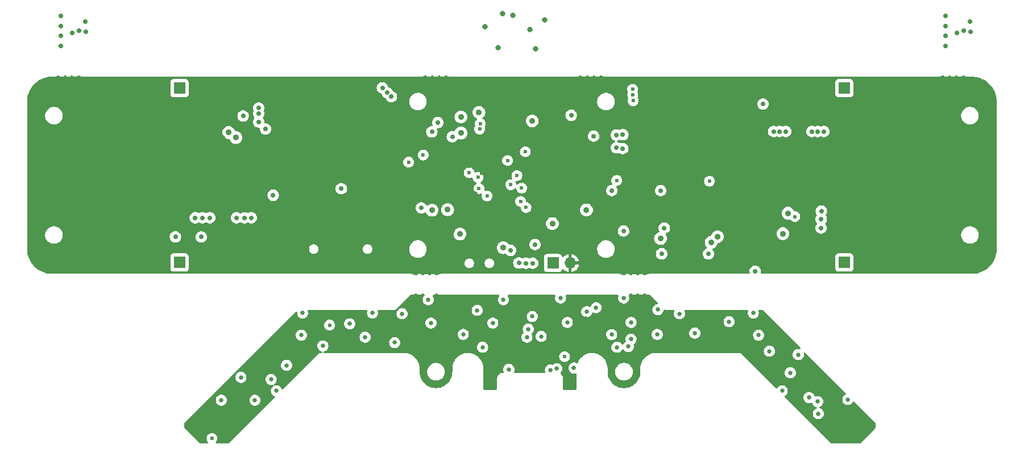
<source format=gbr>
%TF.GenerationSoftware,KiCad,Pcbnew,8.0.4*%
%TF.CreationDate,2024-11-30T23:44:48+01:00*%
%TF.ProjectId,ALL_PCBS,414c4c5f-5043-4425-932e-6b696361645f,rev?*%
%TF.SameCoordinates,Original*%
%TF.FileFunction,Copper,L3,Inr*%
%TF.FilePolarity,Positive*%
%FSLAX46Y46*%
G04 Gerber Fmt 4.6, Leading zero omitted, Abs format (unit mm)*
G04 Created by KiCad (PCBNEW 8.0.4) date 2024-11-30 23:44:48*
%MOMM*%
%LPD*%
G01*
G04 APERTURE LIST*
%TA.AperFunction,ComponentPad*%
%ADD10R,1.700000X1.700000*%
%TD*%
%TA.AperFunction,ComponentPad*%
%ADD11O,1.700000X1.700000*%
%TD*%
%TA.AperFunction,ViaPad*%
%ADD12C,0.700000*%
%TD*%
%TA.AperFunction,ViaPad*%
%ADD13C,0.900000*%
%TD*%
%TA.AperFunction,ViaPad*%
%ADD14C,0.600000*%
%TD*%
%TA.AperFunction,ViaPad*%
%ADD15C,0.650000*%
%TD*%
%TA.AperFunction,ViaPad*%
%ADD16C,0.800000*%
%TD*%
G04 APERTURE END LIST*
D10*
%TO.N,Net-(P4-Pin_1)*%
%TO.C,P4*%
X109880000Y-98870000D03*
%TD*%
%TO.N,Net-(P2-Pin_1)*%
%TO.C,P2*%
X208880000Y-124870000D03*
%TD*%
%TO.N,Net-(P3-Pin_1)*%
%TO.C,P3*%
X109880000Y-124870000D03*
%TD*%
%TO.N,VDC*%
%TO.C,+VIN-*%
X165490000Y-124960000D03*
D11*
%TO.N,GND*%
X168030000Y-124960000D03*
%TD*%
D10*
%TO.N,Net-(P1-Pin_1)*%
%TO.C,P1*%
X208880000Y-98870000D03*
%TD*%
D12*
%TO.N,ENC_L_A*%
X223910000Y-91080000D03*
%TO.N,ENC_L_B*%
X223910000Y-92580000D03*
%TO.N,GND*%
X223910000Y-89580000D03*
%TO.N,+3.3V*%
X227585000Y-88905000D03*
%TO.N,GND*%
X227680000Y-90450000D03*
%TO.N,ENC_L_A*%
X225660000Y-90630000D03*
%TO.N,ENC_L_B*%
X226660000Y-90330000D03*
%TO.N,+3.3V*%
X223910000Y-88080000D03*
%TO.N,GND*%
X92180000Y-89580000D03*
X95950000Y-90450000D03*
%TO.N,ENC_L_B*%
X94930000Y-90330000D03*
X92180000Y-92580000D03*
%TO.N,ENC_L_A*%
X93930000Y-90630000D03*
X92180000Y-91080000D03*
%TO.N,+3.3V*%
X95855000Y-88905000D03*
X92180000Y-88080000D03*
D13*
%TO.N,GND*%
X165830000Y-103870000D03*
X183080000Y-104245000D03*
X174530000Y-119770000D03*
X149430000Y-108470000D03*
D12*
X205040000Y-110660000D03*
D13*
X194855000Y-110470000D03*
D14*
X153180000Y-120170000D03*
D12*
X122210000Y-107320000D03*
D13*
X165480000Y-112632347D03*
D12*
X154930000Y-98620000D03*
X189450000Y-125370000D03*
D13*
X202780000Y-117266000D03*
D12*
X202290000Y-110660000D03*
D14*
X152980000Y-110570000D03*
D12*
X140970000Y-103630000D03*
D13*
X150430000Y-120095000D03*
D12*
X115105000Y-112470000D03*
D13*
X175530000Y-114045000D03*
D12*
X195505000Y-97895000D03*
D13*
X203796000Y-120568000D03*
D12*
X116655000Y-98020000D03*
X203360000Y-110660000D03*
X113830000Y-112420000D03*
X129380000Y-103460000D03*
X113055000Y-112645000D03*
X168990000Y-109800000D03*
D13*
X165842500Y-101557500D03*
D12*
X166270000Y-117970000D03*
X139070000Y-114000000D03*
X170950000Y-112860000D03*
X115105000Y-113520000D03*
X138690000Y-105000000D03*
D13*
X163755571Y-103745026D03*
D14*
X154880000Y-111570000D03*
D12*
X140180000Y-104460000D03*
D13*
X116280000Y-106270000D03*
D12*
X129710000Y-107470000D03*
D13*
X150730000Y-122220000D03*
X153860000Y-114690000D03*
D14*
X153180000Y-121370000D03*
D12*
X129390000Y-102570000D03*
D13*
X122990000Y-112650000D03*
D12*
X115605000Y-103045000D03*
D13*
X160792653Y-105382653D03*
X153605000Y-116295000D03*
D12*
X205355000Y-123570000D03*
D13*
%TO.N,+3V3*%
X118280000Y-106245000D03*
D12*
X141430000Y-100150000D03*
D13*
X199732000Y-120568000D03*
D12*
X182070000Y-119740000D03*
D13*
X158080000Y-122670000D03*
D12*
X175890000Y-107880000D03*
X133980000Y-113870000D03*
X140820000Y-99550000D03*
X150510000Y-106120000D03*
X113130000Y-121070000D03*
D13*
X149805000Y-116995000D03*
D12*
X119355000Y-103020000D03*
D13*
X165405000Y-119070000D03*
D12*
X140090000Y-98820000D03*
X175900000Y-105810000D03*
X109270000Y-121060000D03*
D13*
X200494000Y-117520000D03*
X147480000Y-117070000D03*
X162405625Y-103769344D03*
D12*
X174910000Y-107750000D03*
D13*
X151630000Y-120620000D03*
D12*
X174910000Y-105860000D03*
D13*
%TO.N,NRST*%
X151780000Y-105570000D03*
D12*
%TO.N,VDC*%
X122705000Y-104970000D03*
X162460000Y-124970000D03*
X205420000Y-119730000D03*
X160410000Y-124950000D03*
X205440000Y-118390000D03*
X121655000Y-101845000D03*
X161460000Y-124970000D03*
X121655000Y-103920000D03*
X205455000Y-117230000D03*
X121655000Y-102670000D03*
%TO.N,+5V*%
X188650000Y-123590000D03*
X168205000Y-102920000D03*
X181670000Y-123580000D03*
D13*
X154468000Y-102482000D03*
X151780000Y-103170000D03*
D14*
%TO.N,ENC_L_B*%
X146180000Y-108845000D03*
%TO.N,ENC_L_A*%
X144005000Y-109920000D03*
%TO.N,ENC_R_B*%
X160117347Y-111907347D03*
%TO.N,ENC_R_A*%
X159205000Y-113270000D03*
%TO.N,I2C3_SCL*%
X154342500Y-112182500D03*
%TO.N,I2C3_SDA*%
X153005000Y-111470000D03*
%TO.N,I2C3_IMU_INT*%
X154480000Y-113845000D03*
D12*
%TO.N,Net-(Key_Button1-A)*%
X195610000Y-126160000D03*
%TO.N,Net-(P2-Pin_1)*%
X204930000Y-105330000D03*
X198350000Y-105330000D03*
X204050000Y-105330000D03*
X205830000Y-105330000D03*
X199230000Y-105330000D03*
X200180000Y-105330000D03*
%TO.N,Net-(P4-Pin_1)*%
X114410000Y-118200000D03*
X113320000Y-118200000D03*
X118360000Y-118200000D03*
X112230000Y-118200000D03*
X119540000Y-118210000D03*
X120570000Y-118200000D03*
D14*
%TO.N,SYS_JTCK_SWCLK*%
X177430000Y-100745000D03*
%TO.N,SYS_JTMS_SWDIO*%
X177380000Y-99870000D03*
%TO.N,SYS_JTDO_SWO*%
X177348769Y-99025595D03*
D12*
%TO.N,LED_1*%
X159155000Y-123070000D03*
%TO.N,LED_2*%
X145880000Y-116745000D03*
X148330000Y-103995000D03*
X147455000Y-105395000D03*
%TO.N,LED_3*%
X171555000Y-106020000D03*
X162830000Y-122195000D03*
X174230000Y-114145000D03*
D13*
%TO.N,ADC_IN2*%
X170480000Y-117040000D03*
D12*
%TO.N,LED_4*%
X181530000Y-114145000D03*
X176005000Y-120170000D03*
X196755000Y-101245000D03*
D13*
%TO.N,Net-(U7-KEY)*%
X181505000Y-121295000D03*
D14*
%TO.N,SENSOR11*%
X154580000Y-104970000D03*
X161480000Y-116670000D03*
%TO.N,SENSOR12*%
X154673413Y-104163413D03*
X160680000Y-115770000D03*
%TO.N,BOOT0*%
X158730000Y-109670000D03*
X161380000Y-108345000D03*
X155684722Y-114945000D03*
%TO.N,Motor_STBY*%
X160830000Y-113770000D03*
X188805000Y-112745000D03*
X201510000Y-118028000D03*
D12*
X123830000Y-114845000D03*
D13*
X117205000Y-105495000D03*
D14*
X174980000Y-112632347D03*
D13*
%TO.N,LPUART1_RX*%
X189050000Y-121870000D03*
%TO.N,LPUART1_TX*%
X189990000Y-121030000D03*
D15*
%TO.N,+5V*%
X181020000Y-135610000D03*
X166070000Y-140710000D03*
X162420000Y-132910000D03*
D14*
X132220000Y-134210000D03*
D15*
X181120000Y-131910000D03*
X165120000Y-140910000D03*
X161620000Y-136010000D03*
X203620000Y-145010000D03*
X197720000Y-138110000D03*
X143020000Y-132510000D03*
X170520000Y-132210000D03*
D14*
X167220000Y-138910000D03*
X114720000Y-151110000D03*
D15*
%TO.N,GND*%
X211820000Y-148310000D03*
X179820000Y-133510000D03*
X131920000Y-135510000D03*
X151120000Y-133410000D03*
X160620000Y-133610000D03*
X170320000Y-134510000D03*
X205320000Y-143210000D03*
X170320000Y-133210000D03*
X112620000Y-147410000D03*
X189320000Y-135110000D03*
X157445000Y-139310000D03*
X198520000Y-135510000D03*
X141820000Y-135610000D03*
X119220000Y-140810000D03*
%TO.N,Net-(C3-Pad1)*%
X121120000Y-145410000D03*
%TO.N,Net-(C4-Pad1)*%
X128020000Y-135710000D03*
%TO.N,Net-(C5-Pad1)*%
X147320000Y-133910000D03*
%TO.N,Net-(C6-Pad1)*%
X167620000Y-133810000D03*
%TO.N,Net-(C7-Pad1)*%
X186620000Y-135410000D03*
%TO.N,Net-(C8-Pad1)*%
X200834492Y-141324492D03*
%TO.N,Net-(C9-Pad1)*%
X125820000Y-140210000D03*
%TO.N,Net-(C10-Pad1)*%
X137520000Y-136010000D03*
%TO.N,Net-(C11-Pad1)*%
X156520000Y-133910000D03*
%TO.N,Net-(C12-Pad1)*%
X177120000Y-133810000D03*
%TO.N,Net-(C13-Pad1)*%
X196120000Y-135710000D03*
%TO.N,Net-(C14-Pad1)*%
X205020000Y-147410000D03*
%TO.N,Net-(IC1-Pad4)*%
X116120000Y-145410000D03*
%TO.N,Net-(IC3-Pad4)*%
X146920000Y-130410000D03*
%TO.N,Net-(IC5-Pad4)*%
X184320000Y-132510000D03*
%TO.N,Net-(IC8-Pad1)*%
X138620000Y-132410000D03*
%TO.N,Net-(IC10-Pad1)*%
X176020000Y-130160000D03*
%TO.N,Net-(IC12-Pad1)*%
X209420000Y-145310000D03*
%TO.N,SENSOR1*%
X124320000Y-144010000D03*
%TO.N,SENSOR3*%
X131220000Y-137310000D03*
%TO.N,SENSOR5*%
X152120000Y-135610000D03*
%TO.N,SENSOR7*%
X163720000Y-135910000D03*
%TO.N,SENSOR9*%
X177120000Y-136310000D03*
%TO.N,SENSOR11*%
X175020000Y-137510000D03*
%TO.N,SENSOR2*%
X155020000Y-137510000D03*
%TO.N,SENSOR4*%
X141920000Y-136810000D03*
%TO.N,SENSOR6*%
X161820000Y-134810000D03*
%TO.N,SENSOR8*%
X174220000Y-135616980D03*
%TO.N,SENSOR10*%
X176720000Y-137410000D03*
%TO.N,SENSOR12*%
X199620000Y-144010000D03*
%TO.N,LED_ON*%
X158920000Y-140810000D03*
%TO.N,Net-(IC2-Pad4)*%
X128220000Y-132410000D03*
%TO.N,Net-(IC4-Pad4)*%
X166620000Y-130160000D03*
%TO.N,Net-(IC6-Pad4)*%
X202020000Y-138610000D03*
%TO.N,Net-(IC7-Pad1)*%
X119020000Y-142010000D03*
%TO.N,Net-(IC9-Pad1)*%
X158120000Y-130410000D03*
%TO.N,Net-(IC11-Pad1)*%
X195320000Y-132410000D03*
%TO.N,Line_4*%
X191720000Y-133710000D03*
X204920000Y-145610000D03*
X135220000Y-134010000D03*
X123520000Y-142310000D03*
X168620000Y-140610000D03*
X171920000Y-131610000D03*
X154220000Y-132010000D03*
D16*
%TO.N,I2C3_SCL*%
X164282000Y-88655000D03*
%TO.N,I2C3_IMU_INT*%
X157332000Y-92830000D03*
%TO.N,GND*%
X158017000Y-87730000D03*
%TO.N,I2C3_SCL*%
X162032000Y-90105000D03*
%TO.N,GND*%
X155357000Y-89680000D03*
%TO.N,I2C3_IMU_INT*%
X159557000Y-88005000D03*
%TO.N,GND*%
X162907000Y-93005000D03*
%TD*%
%TA.AperFunction,Conductor*%
%TO.N,GND*%
G36*
X225603334Y-96941136D02*
G01*
X225647681Y-96969637D01*
X225651498Y-96973454D01*
X225746546Y-97068502D01*
X225862954Y-97135710D01*
X225992791Y-97170500D01*
X225992794Y-97170500D01*
X226127206Y-97170500D01*
X226127209Y-97170500D01*
X226257046Y-97135710D01*
X226373454Y-97068502D01*
X226456341Y-96985614D01*
X226517660Y-96952132D01*
X226587352Y-96957116D01*
X226598204Y-96962230D01*
X226598367Y-96961894D01*
X226647629Y-96985617D01*
X226814619Y-97066035D01*
X226814620Y-97066035D01*
X226814623Y-97066037D01*
X227039551Y-97135418D01*
X227039552Y-97135418D01*
X227039555Y-97135419D01*
X227272299Y-97170499D01*
X227272304Y-97170499D01*
X227272307Y-97170500D01*
X227350438Y-97170500D01*
X227832405Y-97170500D01*
X227876949Y-97170500D01*
X227883032Y-97170648D01*
X228236532Y-97188015D01*
X228248640Y-97189208D01*
X228357576Y-97205367D01*
X228595717Y-97240692D01*
X228607635Y-97243062D01*
X228948008Y-97328321D01*
X228959646Y-97331852D01*
X229289996Y-97450054D01*
X229301237Y-97454710D01*
X229526857Y-97561419D01*
X229618433Y-97604731D01*
X229629150Y-97610459D01*
X229930102Y-97790843D01*
X229940217Y-97797601D01*
X230175538Y-97972127D01*
X230222049Y-98006622D01*
X230231455Y-98014342D01*
X230491436Y-98249974D01*
X230500025Y-98258563D01*
X230553293Y-98317335D01*
X230735657Y-98518544D01*
X230743377Y-98527950D01*
X230952396Y-98809779D01*
X230959156Y-98819897D01*
X231082444Y-99025591D01*
X231139533Y-99120837D01*
X231145270Y-99131570D01*
X231295289Y-99448762D01*
X231299945Y-99460003D01*
X231418147Y-99790353D01*
X231421680Y-99801998D01*
X231506934Y-100142351D01*
X231509308Y-100154287D01*
X231560791Y-100501359D01*
X231561984Y-100513468D01*
X231579351Y-100866966D01*
X231579500Y-100873051D01*
X231579500Y-122866948D01*
X231579351Y-122873033D01*
X231561984Y-123226531D01*
X231560791Y-123238640D01*
X231509308Y-123585712D01*
X231506934Y-123597648D01*
X231421680Y-123938001D01*
X231418147Y-123949646D01*
X231299945Y-124279996D01*
X231295289Y-124291237D01*
X231145270Y-124608429D01*
X231139533Y-124619162D01*
X230959156Y-124920102D01*
X230952396Y-124930220D01*
X230743377Y-125212049D01*
X230735657Y-125221455D01*
X230500033Y-125481428D01*
X230491428Y-125490033D01*
X230231455Y-125725657D01*
X230222049Y-125733377D01*
X229940220Y-125942396D01*
X229930102Y-125949156D01*
X229629162Y-126129533D01*
X229618429Y-126135270D01*
X229301237Y-126285289D01*
X229289996Y-126289945D01*
X228959646Y-126408147D01*
X228948001Y-126411680D01*
X228607648Y-126496934D01*
X228595712Y-126499308D01*
X228248640Y-126550791D01*
X228236531Y-126551984D01*
X227903016Y-126568369D01*
X227883031Y-126569351D01*
X227876949Y-126569500D01*
X196541885Y-126569500D01*
X196474846Y-126549815D01*
X196429091Y-126497011D01*
X196419147Y-126427853D01*
X196423952Y-126407187D01*
X196446497Y-126337803D01*
X196465185Y-126160000D01*
X196446497Y-125982197D01*
X196408244Y-125864468D01*
X196391252Y-125812170D01*
X196391249Y-125812164D01*
X196384515Y-125800500D01*
X196301859Y-125657335D01*
X196237199Y-125585523D01*
X196182235Y-125524478D01*
X196182232Y-125524476D01*
X196182231Y-125524475D01*
X196182230Y-125524474D01*
X196037593Y-125419388D01*
X195874267Y-125346671D01*
X195874265Y-125346670D01*
X195738576Y-125317829D01*
X195699391Y-125309500D01*
X195520609Y-125309500D01*
X195489954Y-125316015D01*
X195345733Y-125346670D01*
X195345728Y-125346672D01*
X195182408Y-125419387D01*
X195037768Y-125524475D01*
X194918140Y-125657336D01*
X194828750Y-125812164D01*
X194828747Y-125812170D01*
X194773504Y-125982192D01*
X194773503Y-125982194D01*
X194754815Y-126160000D01*
X194767983Y-126285289D01*
X194773503Y-126337803D01*
X194796046Y-126407183D01*
X194798041Y-126477023D01*
X194761961Y-126536856D01*
X194699260Y-126567684D01*
X194678115Y-126569500D01*
X179812299Y-126569500D01*
X179579555Y-126604580D01*
X179579549Y-126604582D01*
X179354619Y-126673964D01*
X179144534Y-126775135D01*
X179075593Y-126786487D01*
X179011458Y-126758764D01*
X179003052Y-126751096D01*
X178913455Y-126661499D01*
X178913450Y-126661495D01*
X178797048Y-126594291D01*
X178797047Y-126594290D01*
X178764586Y-126585592D01*
X178667209Y-126559500D01*
X178532791Y-126559500D01*
X178454888Y-126580374D01*
X178402952Y-126594290D01*
X178402951Y-126594291D01*
X178286549Y-126661495D01*
X178286544Y-126661499D01*
X178185751Y-126762293D01*
X178184234Y-126760776D01*
X178136935Y-126795306D01*
X178067189Y-126799453D01*
X178006272Y-126765234D01*
X178000312Y-126758356D01*
X177903455Y-126661499D01*
X177903450Y-126661495D01*
X177787048Y-126594291D01*
X177787047Y-126594290D01*
X177754586Y-126585592D01*
X177657209Y-126559500D01*
X177522791Y-126559500D01*
X177444888Y-126580374D01*
X177392952Y-126594290D01*
X177392951Y-126594291D01*
X177276549Y-126661495D01*
X177276544Y-126661499D01*
X177182681Y-126755363D01*
X177121358Y-126788848D01*
X177051666Y-126783864D01*
X177007319Y-126755363D01*
X176913455Y-126661499D01*
X176913450Y-126661495D01*
X176797048Y-126594291D01*
X176797047Y-126594290D01*
X176764586Y-126585592D01*
X176667209Y-126559500D01*
X176532791Y-126559500D01*
X176454888Y-126580374D01*
X176402952Y-126594290D01*
X176402951Y-126594291D01*
X176286549Y-126661495D01*
X176196947Y-126751097D01*
X176135623Y-126784581D01*
X176065932Y-126779597D01*
X176055465Y-126775135D01*
X175845379Y-126673964D01*
X175845381Y-126673964D01*
X175620450Y-126604582D01*
X175620444Y-126604580D01*
X175387700Y-126569500D01*
X175387693Y-126569500D01*
X175309562Y-126569500D01*
X148987595Y-126569500D01*
X148940000Y-126569500D01*
X148822307Y-126569500D01*
X148822299Y-126569500D01*
X148589555Y-126604580D01*
X148589549Y-126604582D01*
X148364619Y-126673964D01*
X148154534Y-126775135D01*
X148085593Y-126786487D01*
X148021458Y-126758764D01*
X148013052Y-126751096D01*
X147923455Y-126661499D01*
X147923450Y-126661495D01*
X147807048Y-126594291D01*
X147807047Y-126594290D01*
X147774586Y-126585592D01*
X147677209Y-126559500D01*
X147542791Y-126559500D01*
X147464888Y-126580374D01*
X147412952Y-126594290D01*
X147412951Y-126594291D01*
X147296549Y-126661495D01*
X147296544Y-126661499D01*
X147195751Y-126762293D01*
X147194234Y-126760776D01*
X147146935Y-126795306D01*
X147077189Y-126799453D01*
X147016272Y-126765234D01*
X147010312Y-126758356D01*
X146913455Y-126661499D01*
X146913450Y-126661495D01*
X146797048Y-126594291D01*
X146797047Y-126594290D01*
X146764586Y-126585592D01*
X146667209Y-126559500D01*
X146532791Y-126559500D01*
X146454888Y-126580374D01*
X146402952Y-126594290D01*
X146402951Y-126594291D01*
X146286549Y-126661495D01*
X146286544Y-126661499D01*
X146192681Y-126755363D01*
X146131358Y-126788848D01*
X146061666Y-126783864D01*
X146017319Y-126755363D01*
X145923455Y-126661499D01*
X145923450Y-126661495D01*
X145807048Y-126594291D01*
X145807047Y-126594290D01*
X145774586Y-126585592D01*
X145677209Y-126559500D01*
X145542791Y-126559500D01*
X145464888Y-126580374D01*
X145412952Y-126594290D01*
X145412951Y-126594291D01*
X145296549Y-126661495D01*
X145206947Y-126751097D01*
X145145623Y-126784581D01*
X145075932Y-126779597D01*
X145065465Y-126775135D01*
X144855379Y-126673964D01*
X144855381Y-126673964D01*
X144630450Y-126604582D01*
X144630444Y-126604580D01*
X144397700Y-126569500D01*
X144397693Y-126569500D01*
X144319562Y-126569500D01*
X90883051Y-126569500D01*
X90876968Y-126569351D01*
X90855811Y-126568311D01*
X90523468Y-126551984D01*
X90511359Y-126550791D01*
X90164287Y-126499308D01*
X90152351Y-126496934D01*
X89811998Y-126411680D01*
X89800353Y-126408147D01*
X89470003Y-126289945D01*
X89458762Y-126285289D01*
X89141570Y-126135270D01*
X89130842Y-126129535D01*
X88829897Y-125949156D01*
X88819779Y-125942396D01*
X88537950Y-125733377D01*
X88528544Y-125725657D01*
X88472804Y-125675138D01*
X88268563Y-125490025D01*
X88259974Y-125481436D01*
X88024342Y-125221455D01*
X88016622Y-125212049D01*
X87896425Y-125049982D01*
X87807601Y-124930217D01*
X87800843Y-124920102D01*
X87620459Y-124619150D01*
X87614729Y-124608429D01*
X87611766Y-124602165D01*
X87544528Y-124460000D01*
X87464710Y-124291237D01*
X87460054Y-124279996D01*
X87349899Y-123972135D01*
X108529500Y-123972135D01*
X108529500Y-125767870D01*
X108529501Y-125767876D01*
X108535908Y-125827483D01*
X108586202Y-125962328D01*
X108586206Y-125962335D01*
X108672452Y-126077544D01*
X108672455Y-126077547D01*
X108787664Y-126163793D01*
X108787671Y-126163797D01*
X108922517Y-126214091D01*
X108922516Y-126214091D01*
X108929444Y-126214835D01*
X108982127Y-126220500D01*
X110777872Y-126220499D01*
X110837483Y-126214091D01*
X110972331Y-126163796D01*
X111087546Y-126077546D01*
X111173796Y-125962331D01*
X111224091Y-125827483D01*
X111230500Y-125767873D01*
X111230500Y-124910017D01*
X152319500Y-124910017D01*
X152319500Y-125049982D01*
X152346802Y-125187237D01*
X152346805Y-125187249D01*
X152400361Y-125316546D01*
X152400363Y-125316550D01*
X152478114Y-125432912D01*
X152478120Y-125432920D01*
X152577079Y-125531879D01*
X152577087Y-125531885D01*
X152693449Y-125609636D01*
X152693453Y-125609638D01*
X152810220Y-125658004D01*
X152822755Y-125663196D01*
X152960017Y-125690499D01*
X152960021Y-125690500D01*
X152960022Y-125690500D01*
X153099979Y-125690500D01*
X153099980Y-125690499D01*
X153237245Y-125663196D01*
X153366548Y-125609637D01*
X153366550Y-125609636D01*
X153424341Y-125571020D01*
X153482917Y-125531882D01*
X153581882Y-125432917D01*
X153659637Y-125316548D01*
X153662557Y-125309500D01*
X153702922Y-125212049D01*
X153713196Y-125187245D01*
X153740500Y-125049978D01*
X153740500Y-124910022D01*
X153740499Y-124910017D01*
X155319500Y-124910017D01*
X155319500Y-125049982D01*
X155346802Y-125187237D01*
X155346805Y-125187249D01*
X155400361Y-125316546D01*
X155400363Y-125316550D01*
X155478114Y-125432912D01*
X155478120Y-125432920D01*
X155577079Y-125531879D01*
X155577087Y-125531885D01*
X155693449Y-125609636D01*
X155693453Y-125609638D01*
X155810220Y-125658004D01*
X155822755Y-125663196D01*
X155960017Y-125690499D01*
X155960021Y-125690500D01*
X155960022Y-125690500D01*
X156099979Y-125690500D01*
X156099980Y-125690499D01*
X156237245Y-125663196D01*
X156366548Y-125609637D01*
X156366550Y-125609636D01*
X156424341Y-125571020D01*
X156482917Y-125531882D01*
X156581882Y-125432917D01*
X156659637Y-125316548D01*
X156662557Y-125309500D01*
X156702922Y-125212049D01*
X156713196Y-125187245D01*
X156740500Y-125049978D01*
X156740500Y-124950000D01*
X159554815Y-124950000D01*
X159573503Y-125127805D01*
X159573504Y-125127807D01*
X159628747Y-125297829D01*
X159628750Y-125297835D01*
X159718141Y-125452665D01*
X159759812Y-125498946D01*
X159837764Y-125585521D01*
X159837767Y-125585523D01*
X159837770Y-125585526D01*
X159982407Y-125690612D01*
X160145733Y-125763329D01*
X160320609Y-125800500D01*
X160320610Y-125800500D01*
X160499389Y-125800500D01*
X160499391Y-125800500D01*
X160674267Y-125763329D01*
X160837593Y-125690612D01*
X160848349Y-125682796D01*
X160914151Y-125659316D01*
X160982206Y-125675138D01*
X160994116Y-125682792D01*
X161032407Y-125710612D01*
X161195733Y-125783329D01*
X161370609Y-125820500D01*
X161370610Y-125820500D01*
X161549389Y-125820500D01*
X161549391Y-125820500D01*
X161724267Y-125783329D01*
X161887593Y-125710612D01*
X161887597Y-125710608D01*
X161893224Y-125707361D01*
X161893904Y-125708539D01*
X161952911Y-125687480D01*
X162020966Y-125703300D01*
X162031783Y-125710252D01*
X162032402Y-125710609D01*
X162032404Y-125710610D01*
X162032407Y-125710612D01*
X162195733Y-125783329D01*
X162370609Y-125820500D01*
X162370610Y-125820500D01*
X162549389Y-125820500D01*
X162549391Y-125820500D01*
X162724267Y-125783329D01*
X162887593Y-125710612D01*
X163032230Y-125605526D01*
X163151859Y-125472665D01*
X163241250Y-125317835D01*
X163296497Y-125147803D01*
X163315185Y-124970000D01*
X163296497Y-124792197D01*
X163241250Y-124622165D01*
X163151859Y-124467335D01*
X163094228Y-124403329D01*
X163032235Y-124334478D01*
X163032232Y-124334476D01*
X163032231Y-124334475D01*
X163032230Y-124334474D01*
X162887593Y-124229388D01*
X162724267Y-124156671D01*
X162724265Y-124156670D01*
X162596594Y-124129533D01*
X162549391Y-124119500D01*
X162370609Y-124119500D01*
X162339954Y-124126015D01*
X162195733Y-124156670D01*
X162195728Y-124156672D01*
X162032408Y-124229388D01*
X162026775Y-124232640D01*
X162026097Y-124231465D01*
X161967064Y-124252521D01*
X161899012Y-124236687D01*
X161888207Y-124229742D01*
X161887597Y-124229390D01*
X161887593Y-124229388D01*
X161724267Y-124156671D01*
X161724265Y-124156670D01*
X161596594Y-124129533D01*
X161549391Y-124119500D01*
X161370609Y-124119500D01*
X161339954Y-124126015D01*
X161195733Y-124156670D01*
X161195728Y-124156672D01*
X161032408Y-124229388D01*
X161032404Y-124229390D01*
X161021648Y-124237205D01*
X160955841Y-124260684D01*
X160887788Y-124244858D01*
X160875878Y-124237204D01*
X160837594Y-124209389D01*
X160837593Y-124209388D01*
X160674267Y-124136671D01*
X160674265Y-124136670D01*
X160546594Y-124109533D01*
X160499391Y-124099500D01*
X160320609Y-124099500D01*
X160289954Y-124106015D01*
X160145733Y-124136670D01*
X160145728Y-124136672D01*
X159982408Y-124209387D01*
X159837768Y-124314475D01*
X159718140Y-124447336D01*
X159628750Y-124602164D01*
X159628747Y-124602170D01*
X159573504Y-124772192D01*
X159573503Y-124772194D01*
X159554815Y-124950000D01*
X156740500Y-124950000D01*
X156740500Y-124910022D01*
X156713196Y-124772755D01*
X156687202Y-124709999D01*
X156659638Y-124643453D01*
X156659636Y-124643449D01*
X156581885Y-124527087D01*
X156581879Y-124527079D01*
X156482920Y-124428120D01*
X156482912Y-124428114D01*
X156366550Y-124350363D01*
X156366546Y-124350361D01*
X156237249Y-124296805D01*
X156237237Y-124296802D01*
X156099982Y-124269500D01*
X156099978Y-124269500D01*
X155960022Y-124269500D01*
X155960017Y-124269500D01*
X155822762Y-124296802D01*
X155822750Y-124296805D01*
X155693453Y-124350361D01*
X155693449Y-124350363D01*
X155577087Y-124428114D01*
X155577079Y-124428120D01*
X155478120Y-124527079D01*
X155478114Y-124527087D01*
X155400363Y-124643449D01*
X155400361Y-124643453D01*
X155346805Y-124772750D01*
X155346802Y-124772762D01*
X155319500Y-124910017D01*
X153740499Y-124910017D01*
X153713196Y-124772755D01*
X153687202Y-124709999D01*
X153659638Y-124643453D01*
X153659636Y-124643449D01*
X153581885Y-124527087D01*
X153581879Y-124527079D01*
X153482920Y-124428120D01*
X153482912Y-124428114D01*
X153366550Y-124350363D01*
X153366546Y-124350361D01*
X153237249Y-124296805D01*
X153237237Y-124296802D01*
X153099982Y-124269500D01*
X153099978Y-124269500D01*
X152960022Y-124269500D01*
X152960017Y-124269500D01*
X152822762Y-124296802D01*
X152822750Y-124296805D01*
X152693453Y-124350361D01*
X152693449Y-124350363D01*
X152577087Y-124428114D01*
X152577079Y-124428120D01*
X152478120Y-124527079D01*
X152478114Y-124527087D01*
X152400363Y-124643449D01*
X152400361Y-124643453D01*
X152346805Y-124772750D01*
X152346802Y-124772762D01*
X152319500Y-124910017D01*
X111230500Y-124910017D01*
X111230499Y-123972128D01*
X111224091Y-123912517D01*
X111208081Y-123869593D01*
X111173797Y-123777671D01*
X111173793Y-123777664D01*
X111087547Y-123662455D01*
X111087544Y-123662452D01*
X110972335Y-123576206D01*
X110972328Y-123576202D01*
X110837482Y-123525908D01*
X110837483Y-123525908D01*
X110777883Y-123519501D01*
X110777881Y-123519500D01*
X110777873Y-123519500D01*
X110777864Y-123519500D01*
X108982129Y-123519500D01*
X108982123Y-123519501D01*
X108922516Y-123525908D01*
X108787671Y-123576202D01*
X108787664Y-123576206D01*
X108672455Y-123662452D01*
X108672452Y-123662455D01*
X108586206Y-123777664D01*
X108586202Y-123777671D01*
X108535908Y-123912517D01*
X108531917Y-123949646D01*
X108529501Y-123972123D01*
X108529500Y-123972135D01*
X87349899Y-123972135D01*
X87349896Y-123972127D01*
X87341851Y-123949644D01*
X87338319Y-123938001D01*
X87253062Y-123597635D01*
X87250691Y-123585712D01*
X87249280Y-123576202D01*
X87211709Y-123322917D01*
X87199208Y-123238640D01*
X87198015Y-123226530D01*
X87197033Y-123206550D01*
X87183143Y-122923802D01*
X87180649Y-122873032D01*
X87180500Y-122866948D01*
X87180500Y-122800017D01*
X129169500Y-122800017D01*
X129169500Y-122939982D01*
X129196802Y-123077237D01*
X129196805Y-123077249D01*
X129250361Y-123206546D01*
X129250363Y-123206550D01*
X129328114Y-123322912D01*
X129328120Y-123322920D01*
X129427079Y-123421879D01*
X129427087Y-123421885D01*
X129543449Y-123499636D01*
X129543453Y-123499638D01*
X129672750Y-123553194D01*
X129672755Y-123553196D01*
X129788435Y-123576206D01*
X129810017Y-123580499D01*
X129810021Y-123580500D01*
X129810022Y-123580500D01*
X129949979Y-123580500D01*
X129949980Y-123580499D01*
X130087245Y-123553196D01*
X130216548Y-123499637D01*
X130216550Y-123499636D01*
X130274341Y-123461020D01*
X130332917Y-123421882D01*
X130431882Y-123322917D01*
X130488194Y-123238640D01*
X130509636Y-123206550D01*
X130509638Y-123206546D01*
X130559016Y-123087336D01*
X130563196Y-123077245D01*
X130590500Y-122939978D01*
X130590500Y-122800022D01*
X130590499Y-122800017D01*
X137169500Y-122800017D01*
X137169500Y-122939982D01*
X137196802Y-123077237D01*
X137196805Y-123077249D01*
X137250361Y-123206546D01*
X137250363Y-123206550D01*
X137328114Y-123322912D01*
X137328120Y-123322920D01*
X137427079Y-123421879D01*
X137427087Y-123421885D01*
X137543449Y-123499636D01*
X137543453Y-123499638D01*
X137672750Y-123553194D01*
X137672755Y-123553196D01*
X137788435Y-123576206D01*
X137810017Y-123580499D01*
X137810021Y-123580500D01*
X137810022Y-123580500D01*
X137949979Y-123580500D01*
X137949980Y-123580499D01*
X138087245Y-123553196D01*
X138216548Y-123499637D01*
X138216550Y-123499636D01*
X138274341Y-123461020D01*
X138332917Y-123421882D01*
X138431882Y-123322917D01*
X138488194Y-123238640D01*
X138509636Y-123206550D01*
X138509638Y-123206546D01*
X138559016Y-123087336D01*
X138563196Y-123077245D01*
X138590500Y-122939978D01*
X138590500Y-122800022D01*
X138583904Y-122766861D01*
X144069500Y-122766861D01*
X144069500Y-122973138D01*
X144101769Y-123176877D01*
X144101769Y-123176880D01*
X144165510Y-123373054D01*
X144230008Y-123499638D01*
X144259160Y-123556852D01*
X144380407Y-123723733D01*
X144526267Y-123869593D01*
X144693148Y-123990840D01*
X144833057Y-124062127D01*
X144876945Y-124084489D01*
X145073120Y-124148230D01*
X145073121Y-124148230D01*
X145073124Y-124148231D01*
X145276861Y-124180500D01*
X145276862Y-124180500D01*
X145483138Y-124180500D01*
X145483139Y-124180500D01*
X145686876Y-124148231D01*
X145686879Y-124148230D01*
X145686880Y-124148230D01*
X145883054Y-124084489D01*
X145883054Y-124084488D01*
X145883057Y-124084488D01*
X145926927Y-124062135D01*
X164139500Y-124062135D01*
X164139500Y-125857870D01*
X164139501Y-125857876D01*
X164145908Y-125917483D01*
X164196202Y-126052328D01*
X164196206Y-126052335D01*
X164282452Y-126167544D01*
X164282455Y-126167547D01*
X164397664Y-126253793D01*
X164397671Y-126253797D01*
X164532517Y-126304091D01*
X164532516Y-126304091D01*
X164539444Y-126304835D01*
X164592127Y-126310500D01*
X166387872Y-126310499D01*
X166447483Y-126304091D01*
X166582331Y-126253796D01*
X166697546Y-126167546D01*
X166783796Y-126052331D01*
X166833002Y-125920401D01*
X166874872Y-125864468D01*
X166940337Y-125840050D01*
X167008610Y-125854901D01*
X167036865Y-125876053D01*
X167158917Y-125998105D01*
X167352421Y-126133600D01*
X167566507Y-126233429D01*
X167566516Y-126233433D01*
X167780000Y-126290634D01*
X167780000Y-125393012D01*
X167837007Y-125425925D01*
X167964174Y-125460000D01*
X168095826Y-125460000D01*
X168222993Y-125425925D01*
X168280000Y-125393012D01*
X168280000Y-126290633D01*
X168493483Y-126233433D01*
X168493492Y-126233429D01*
X168707578Y-126133600D01*
X168901082Y-125998105D01*
X169068105Y-125831082D01*
X169203600Y-125637578D01*
X169303429Y-125423492D01*
X169303432Y-125423486D01*
X169360636Y-125210000D01*
X168463012Y-125210000D01*
X168495925Y-125152993D01*
X168530000Y-125025826D01*
X168530000Y-124894174D01*
X168495925Y-124767007D01*
X168463012Y-124710000D01*
X169360636Y-124710000D01*
X169360635Y-124709999D01*
X169303432Y-124496513D01*
X169303429Y-124496507D01*
X169203600Y-124282422D01*
X169203599Y-124282420D01*
X169068113Y-124088926D01*
X169068108Y-124088920D01*
X168901082Y-123921894D01*
X168707578Y-123786399D01*
X168493492Y-123686570D01*
X168493486Y-123686567D01*
X168280000Y-123629364D01*
X168280000Y-124526988D01*
X168222993Y-124494075D01*
X168095826Y-124460000D01*
X167964174Y-124460000D01*
X167837007Y-124494075D01*
X167780000Y-124526988D01*
X167780000Y-123629364D01*
X167779999Y-123629364D01*
X167566513Y-123686567D01*
X167566507Y-123686570D01*
X167352422Y-123786399D01*
X167352420Y-123786400D01*
X167158926Y-123921886D01*
X167036865Y-124043947D01*
X166975542Y-124077431D01*
X166905850Y-124072447D01*
X166849917Y-124030575D01*
X166833002Y-123999598D01*
X166822756Y-123972128D01*
X166783796Y-123867669D01*
X166783795Y-123867668D01*
X166783793Y-123867664D01*
X166697547Y-123752455D01*
X166697544Y-123752452D01*
X166582335Y-123666206D01*
X166582328Y-123666202D01*
X166447482Y-123615908D01*
X166447483Y-123615908D01*
X166387883Y-123609501D01*
X166387881Y-123609500D01*
X166387873Y-123609500D01*
X166387864Y-123609500D01*
X164592129Y-123609500D01*
X164592123Y-123609501D01*
X164532516Y-123615908D01*
X164397671Y-123666202D01*
X164397664Y-123666206D01*
X164282455Y-123752452D01*
X164282452Y-123752455D01*
X164196206Y-123867664D01*
X164196202Y-123867671D01*
X164145908Y-124002517D01*
X164139501Y-124062116D01*
X164139500Y-124062135D01*
X145926927Y-124062135D01*
X146066852Y-123990840D01*
X146233733Y-123869593D01*
X146379593Y-123723733D01*
X146500840Y-123556852D01*
X146594488Y-123373057D01*
X146603488Y-123345357D01*
X146658230Y-123176880D01*
X146658230Y-123176879D01*
X146658231Y-123176876D01*
X146690500Y-122973139D01*
X146690500Y-122766861D01*
X146675159Y-122670000D01*
X157124901Y-122670000D01*
X157143252Y-122856331D01*
X157143253Y-122856333D01*
X157197604Y-123035502D01*
X157285862Y-123200623D01*
X157285864Y-123200626D01*
X157404642Y-123345357D01*
X157549373Y-123464135D01*
X157549376Y-123464137D01*
X157652954Y-123519500D01*
X157714499Y-123552396D01*
X157863674Y-123597648D01*
X157893666Y-123606746D01*
X157893668Y-123606747D01*
X157910374Y-123608392D01*
X158080000Y-123625099D01*
X158266331Y-123606747D01*
X158369608Y-123575417D01*
X158439474Y-123574794D01*
X158497753Y-123611106D01*
X158582764Y-123705521D01*
X158582767Y-123705523D01*
X158582770Y-123705526D01*
X158727407Y-123810612D01*
X158890733Y-123883329D01*
X159065609Y-123920500D01*
X159065610Y-123920500D01*
X159244389Y-123920500D01*
X159244391Y-123920500D01*
X159419267Y-123883329D01*
X159582593Y-123810612D01*
X159727230Y-123705526D01*
X159846859Y-123572665D01*
X159936250Y-123417835D01*
X159991497Y-123247803D01*
X160010185Y-123070000D01*
X159991497Y-122892197D01*
X159941883Y-122739500D01*
X159936252Y-122722170D01*
X159936249Y-122722164D01*
X159846859Y-122567335D01*
X159771523Y-122483666D01*
X159727235Y-122434478D01*
X159727232Y-122434476D01*
X159727231Y-122434475D01*
X159727230Y-122434474D01*
X159582593Y-122329388D01*
X159419267Y-122256671D01*
X159419265Y-122256670D01*
X159286681Y-122228489D01*
X159244391Y-122219500D01*
X159065609Y-122219500D01*
X159031215Y-122226810D01*
X159023318Y-122228489D01*
X158953651Y-122223171D01*
X158916391Y-122195000D01*
X161974815Y-122195000D01*
X161993503Y-122372805D01*
X161993504Y-122372807D01*
X162048747Y-122542829D01*
X162048750Y-122542835D01*
X162138141Y-122697665D01*
X162175810Y-122739500D01*
X162257764Y-122830521D01*
X162257767Y-122830523D01*
X162257770Y-122830526D01*
X162402407Y-122935612D01*
X162565733Y-123008329D01*
X162740609Y-123045500D01*
X162740610Y-123045500D01*
X162919389Y-123045500D01*
X162919391Y-123045500D01*
X163094267Y-123008329D01*
X163257593Y-122935612D01*
X163402230Y-122830526D01*
X163409543Y-122822405D01*
X163429697Y-122800021D01*
X163459554Y-122766861D01*
X172069500Y-122766861D01*
X172069500Y-122973138D01*
X172101769Y-123176877D01*
X172101769Y-123176880D01*
X172165510Y-123373054D01*
X172230008Y-123499638D01*
X172259160Y-123556852D01*
X172380407Y-123723733D01*
X172526267Y-123869593D01*
X172693148Y-123990840D01*
X172833057Y-124062127D01*
X172876945Y-124084489D01*
X173073120Y-124148230D01*
X173073121Y-124148230D01*
X173073124Y-124148231D01*
X173276861Y-124180500D01*
X173276862Y-124180500D01*
X173483138Y-124180500D01*
X173483139Y-124180500D01*
X173686876Y-124148231D01*
X173686879Y-124148230D01*
X173686880Y-124148230D01*
X173883054Y-124084489D01*
X173883054Y-124084488D01*
X173883057Y-124084488D01*
X174066852Y-123990840D01*
X174233733Y-123869593D01*
X174379593Y-123723733D01*
X174484022Y-123580000D01*
X180814815Y-123580000D01*
X180833503Y-123757805D01*
X180833504Y-123757807D01*
X180888747Y-123927829D01*
X180888750Y-123927835D01*
X180978141Y-124082665D01*
X181019812Y-124128946D01*
X181097764Y-124215521D01*
X181097767Y-124215523D01*
X181097770Y-124215526D01*
X181242407Y-124320612D01*
X181405733Y-124393329D01*
X181580609Y-124430500D01*
X181580610Y-124430500D01*
X181759389Y-124430500D01*
X181759391Y-124430500D01*
X181934267Y-124393329D01*
X182097593Y-124320612D01*
X182242230Y-124215526D01*
X182361859Y-124082665D01*
X182451250Y-123927835D01*
X182506497Y-123757803D01*
X182524134Y-123590000D01*
X187794815Y-123590000D01*
X187813503Y-123767805D01*
X187813504Y-123767807D01*
X187868747Y-123937829D01*
X187868750Y-123937835D01*
X187958141Y-124092665D01*
X187997763Y-124136670D01*
X188077764Y-124225521D01*
X188077767Y-124225523D01*
X188077770Y-124225526D01*
X188222407Y-124330612D01*
X188385733Y-124403329D01*
X188560609Y-124440500D01*
X188560610Y-124440500D01*
X188739389Y-124440500D01*
X188739391Y-124440500D01*
X188914267Y-124403329D01*
X189077593Y-124330612D01*
X189222230Y-124225526D01*
X189341859Y-124092665D01*
X189411447Y-123972135D01*
X207529500Y-123972135D01*
X207529500Y-125767870D01*
X207529501Y-125767876D01*
X207535908Y-125827483D01*
X207586202Y-125962328D01*
X207586206Y-125962335D01*
X207672452Y-126077544D01*
X207672455Y-126077547D01*
X207787664Y-126163793D01*
X207787671Y-126163797D01*
X207922517Y-126214091D01*
X207922516Y-126214091D01*
X207929444Y-126214835D01*
X207982127Y-126220500D01*
X209777872Y-126220499D01*
X209837483Y-126214091D01*
X209972331Y-126163796D01*
X210087546Y-126077546D01*
X210173796Y-125962331D01*
X210224091Y-125827483D01*
X210230500Y-125767873D01*
X210230499Y-123972128D01*
X210224091Y-123912517D01*
X210208081Y-123869593D01*
X210173797Y-123777671D01*
X210173793Y-123777664D01*
X210087547Y-123662455D01*
X210087544Y-123662452D01*
X209972335Y-123576206D01*
X209972328Y-123576202D01*
X209837482Y-123525908D01*
X209837483Y-123525908D01*
X209777883Y-123519501D01*
X209777881Y-123519500D01*
X209777873Y-123519500D01*
X209777864Y-123519500D01*
X207982129Y-123519500D01*
X207982123Y-123519501D01*
X207922516Y-123525908D01*
X207787671Y-123576202D01*
X207787664Y-123576206D01*
X207672455Y-123662452D01*
X207672452Y-123662455D01*
X207586206Y-123777664D01*
X207586202Y-123777671D01*
X207535908Y-123912517D01*
X207531917Y-123949646D01*
X207529501Y-123972123D01*
X207529500Y-123972135D01*
X189411447Y-123972135D01*
X189431250Y-123937835D01*
X189486497Y-123767803D01*
X189505185Y-123590000D01*
X189486497Y-123412197D01*
X189457486Y-123322912D01*
X189431252Y-123242170D01*
X189431249Y-123242164D01*
X189341859Y-123087335D01*
X189295012Y-123035306D01*
X189251332Y-122986794D01*
X189221102Y-122923802D01*
X189229728Y-122854467D01*
X189274469Y-122800802D01*
X189307481Y-122785163D01*
X189415501Y-122752396D01*
X189472062Y-122722164D01*
X189580623Y-122664137D01*
X189580626Y-122664135D01*
X189725357Y-122545357D01*
X189844135Y-122400626D01*
X189844137Y-122400623D01*
X189932394Y-122235505D01*
X189932395Y-122235502D01*
X189932396Y-122235501D01*
X189984870Y-122062517D01*
X190023166Y-122004082D01*
X190086978Y-121975626D01*
X190091330Y-121975118D01*
X190167520Y-121967614D01*
X190176332Y-121966747D01*
X190230683Y-121950259D01*
X190355501Y-121912396D01*
X190520625Y-121824136D01*
X190665357Y-121705357D01*
X190784136Y-121560625D01*
X190872396Y-121395501D01*
X190926747Y-121216331D01*
X190945099Y-121030000D01*
X190926747Y-120843669D01*
X190872396Y-120664499D01*
X190820817Y-120568000D01*
X198776901Y-120568000D01*
X198795252Y-120754331D01*
X198795253Y-120754333D01*
X198849604Y-120933502D01*
X198937862Y-121098623D01*
X198937864Y-121098626D01*
X199056642Y-121243357D01*
X199201373Y-121362135D01*
X199201376Y-121362137D01*
X199305570Y-121417829D01*
X199366499Y-121450396D01*
X199545666Y-121504746D01*
X199545668Y-121504747D01*
X199562374Y-121506392D01*
X199732000Y-121523099D01*
X199918331Y-121504747D01*
X200097501Y-121450396D01*
X200262625Y-121362136D01*
X200407357Y-121243357D01*
X200526136Y-121098625D01*
X200614396Y-120933501D01*
X200668747Y-120754331D01*
X200677362Y-120666861D01*
X226269500Y-120666861D01*
X226269500Y-120873139D01*
X226279061Y-120933502D01*
X226301769Y-121076877D01*
X226301769Y-121076880D01*
X226365510Y-121273054D01*
X226457904Y-121454387D01*
X226459160Y-121456852D01*
X226580407Y-121623733D01*
X226726267Y-121769593D01*
X226893148Y-121890840D01*
X227059550Y-121975626D01*
X227076945Y-121984489D01*
X227273120Y-122048230D01*
X227273121Y-122048230D01*
X227273124Y-122048231D01*
X227476861Y-122080500D01*
X227476862Y-122080500D01*
X227683138Y-122080500D01*
X227683139Y-122080500D01*
X227886876Y-122048231D01*
X227886879Y-122048230D01*
X227886880Y-122048230D01*
X228083054Y-121984489D01*
X228083054Y-121984488D01*
X228083057Y-121984488D01*
X228266852Y-121890840D01*
X228433733Y-121769593D01*
X228579593Y-121623733D01*
X228700840Y-121456852D01*
X228794488Y-121273057D01*
X228851164Y-121098626D01*
X228858230Y-121076880D01*
X228858230Y-121076879D01*
X228858231Y-121076876D01*
X228890500Y-120873139D01*
X228890500Y-120666861D01*
X228858231Y-120463124D01*
X228858230Y-120463120D01*
X228858230Y-120463119D01*
X228794489Y-120266945D01*
X228778651Y-120235862D01*
X228700840Y-120083148D01*
X228579593Y-119916267D01*
X228433733Y-119770407D01*
X228266852Y-119649160D01*
X228083054Y-119555510D01*
X227886879Y-119491769D01*
X227734073Y-119467567D01*
X227683139Y-119459500D01*
X227476861Y-119459500D01*
X227408948Y-119470256D01*
X227273122Y-119491769D01*
X227273119Y-119491769D01*
X227076945Y-119555510D01*
X226893147Y-119649160D01*
X226726265Y-119770408D01*
X226580408Y-119916265D01*
X226459160Y-120083147D01*
X226365510Y-120266945D01*
X226301769Y-120463119D01*
X226301769Y-120463122D01*
X226287482Y-120553329D01*
X226269500Y-120666861D01*
X200677362Y-120666861D01*
X200687099Y-120568000D01*
X200668747Y-120381669D01*
X200614396Y-120202499D01*
X200585054Y-120147604D01*
X200526137Y-120037376D01*
X200526135Y-120037373D01*
X200407357Y-119892642D01*
X200262626Y-119773864D01*
X200262623Y-119773862D01*
X200180562Y-119730000D01*
X204564815Y-119730000D01*
X204583503Y-119907805D01*
X204583504Y-119907807D01*
X204638747Y-120077829D01*
X204638750Y-120077835D01*
X204728141Y-120232665D01*
X204749757Y-120256672D01*
X204847764Y-120365521D01*
X204847767Y-120365523D01*
X204847770Y-120365526D01*
X204992407Y-120470612D01*
X205155733Y-120543329D01*
X205330609Y-120580500D01*
X205330610Y-120580500D01*
X205509389Y-120580500D01*
X205509391Y-120580500D01*
X205684267Y-120543329D01*
X205847593Y-120470612D01*
X205992230Y-120365526D01*
X206008185Y-120347807D01*
X206024770Y-120329387D01*
X206111859Y-120232665D01*
X206201250Y-120077835D01*
X206256497Y-119907803D01*
X206275185Y-119730000D01*
X206256497Y-119552197D01*
X206216594Y-119429388D01*
X206201252Y-119382170D01*
X206201249Y-119382164D01*
X206186531Y-119356672D01*
X206111859Y-119227335D01*
X206045897Y-119154077D01*
X206015668Y-119091088D01*
X206024292Y-119021752D01*
X206045895Y-118988136D01*
X206131859Y-118892665D01*
X206221250Y-118737835D01*
X206276497Y-118567803D01*
X206295185Y-118390000D01*
X206276497Y-118212197D01*
X206248873Y-118127181D01*
X206221252Y-118042170D01*
X206221249Y-118042164D01*
X206213073Y-118028003D01*
X206157500Y-117931746D01*
X206128610Y-117881707D01*
X206131125Y-117880254D01*
X206111906Y-117826370D01*
X206127739Y-117758318D01*
X206143556Y-117736333D01*
X206146859Y-117732665D01*
X206236250Y-117577835D01*
X206291497Y-117407803D01*
X206310185Y-117230000D01*
X206291497Y-117052197D01*
X206263873Y-116967181D01*
X206236252Y-116882170D01*
X206236249Y-116882164D01*
X206146859Y-116727335D01*
X206066065Y-116637604D01*
X206027235Y-116594478D01*
X206027232Y-116594476D01*
X206027231Y-116594475D01*
X206027230Y-116594474D01*
X205882593Y-116489388D01*
X205719267Y-116416671D01*
X205719265Y-116416670D01*
X205591594Y-116389533D01*
X205544391Y-116379500D01*
X205365609Y-116379500D01*
X205334954Y-116386015D01*
X205190733Y-116416670D01*
X205190728Y-116416672D01*
X205027408Y-116489387D01*
X204882768Y-116594475D01*
X204763140Y-116727336D01*
X204673750Y-116882164D01*
X204673747Y-116882170D01*
X204618504Y-117052192D01*
X204618503Y-117052194D01*
X204599815Y-117230000D01*
X204618503Y-117407805D01*
X204618504Y-117407807D01*
X204673747Y-117577829D01*
X204673750Y-117577835D01*
X204766390Y-117738293D01*
X204763882Y-117739740D01*
X204783096Y-117793684D01*
X204767232Y-117861729D01*
X204751447Y-117883663D01*
X204748142Y-117887333D01*
X204748138Y-117887338D01*
X204658750Y-118042164D01*
X204658747Y-118042170D01*
X204603504Y-118212192D01*
X204603503Y-118212194D01*
X204584815Y-118390000D01*
X204603503Y-118567805D01*
X204603504Y-118567807D01*
X204658747Y-118737829D01*
X204658750Y-118737835D01*
X204746313Y-118889500D01*
X204748141Y-118892665D01*
X204814101Y-118965921D01*
X204844331Y-119028912D01*
X204835707Y-119098247D01*
X204814102Y-119131865D01*
X204728140Y-119227335D01*
X204638750Y-119382164D01*
X204638747Y-119382170D01*
X204583504Y-119552192D01*
X204583503Y-119552194D01*
X204564815Y-119730000D01*
X200180562Y-119730000D01*
X200097502Y-119685604D01*
X199918333Y-119631253D01*
X199918331Y-119631252D01*
X199732000Y-119612901D01*
X199545668Y-119631252D01*
X199545666Y-119631253D01*
X199366497Y-119685604D01*
X199201376Y-119773862D01*
X199201373Y-119773864D01*
X199056642Y-119892642D01*
X198937864Y-120037373D01*
X198937862Y-120037376D01*
X198849604Y-120202497D01*
X198795253Y-120381666D01*
X198795252Y-120381668D01*
X198776901Y-120568000D01*
X190820817Y-120568000D01*
X190815116Y-120557335D01*
X190784137Y-120499376D01*
X190784135Y-120499373D01*
X190665357Y-120354642D01*
X190520626Y-120235864D01*
X190520623Y-120235862D01*
X190355502Y-120147604D01*
X190176333Y-120093253D01*
X190176331Y-120093252D01*
X189990000Y-120074901D01*
X189803668Y-120093252D01*
X189803666Y-120093253D01*
X189624497Y-120147604D01*
X189459376Y-120235862D01*
X189459373Y-120235864D01*
X189314642Y-120354642D01*
X189195864Y-120499373D01*
X189195862Y-120499376D01*
X189107604Y-120664497D01*
X189055130Y-120837478D01*
X189016833Y-120895916D01*
X188953020Y-120924373D01*
X188948625Y-120924885D01*
X188863667Y-120933253D01*
X188863666Y-120933253D01*
X188684497Y-120987604D01*
X188519376Y-121075862D01*
X188519373Y-121075864D01*
X188374642Y-121194642D01*
X188255864Y-121339373D01*
X188255862Y-121339376D01*
X188167604Y-121504497D01*
X188113253Y-121683666D01*
X188113252Y-121683668D01*
X188094901Y-121870000D01*
X188113252Y-122056331D01*
X188113253Y-122056333D01*
X188167604Y-122235502D01*
X188255862Y-122400623D01*
X188255864Y-122400626D01*
X188374642Y-122545357D01*
X188405993Y-122571086D01*
X188445327Y-122628832D01*
X188447198Y-122698676D01*
X188411010Y-122758445D01*
X188377764Y-122780218D01*
X188222408Y-122849387D01*
X188077768Y-122954475D01*
X187958140Y-123087336D01*
X187868750Y-123242164D01*
X187868747Y-123242170D01*
X187813504Y-123412192D01*
X187813503Y-123412194D01*
X187794815Y-123590000D01*
X182524134Y-123590000D01*
X182525185Y-123580000D01*
X182506497Y-123402197D01*
X182478873Y-123317181D01*
X182451252Y-123232170D01*
X182451249Y-123232164D01*
X182447997Y-123226531D01*
X182361859Y-123077335D01*
X182299726Y-123008329D01*
X182242235Y-122944478D01*
X182242232Y-122944476D01*
X182242231Y-122944475D01*
X182242230Y-122944474D01*
X182097593Y-122839388D01*
X181934267Y-122766671D01*
X181934265Y-122766670D01*
X181806437Y-122739500D01*
X181759391Y-122729500D01*
X181580609Y-122729500D01*
X181549954Y-122736015D01*
X181405733Y-122766670D01*
X181405728Y-122766672D01*
X181242408Y-122839387D01*
X181097768Y-122944475D01*
X180978140Y-123077336D01*
X180888750Y-123232164D01*
X180888747Y-123232170D01*
X180833504Y-123402192D01*
X180833503Y-123402194D01*
X180814815Y-123580000D01*
X174484022Y-123580000D01*
X174500840Y-123556852D01*
X174594488Y-123373057D01*
X174603488Y-123345357D01*
X174658230Y-123176880D01*
X174658230Y-123176879D01*
X174658231Y-123176876D01*
X174690500Y-122973139D01*
X174690500Y-122766861D01*
X174658231Y-122563124D01*
X174658230Y-122563120D01*
X174658230Y-122563119D01*
X174594489Y-122366945D01*
X174575353Y-122329388D01*
X174500840Y-122183148D01*
X174379593Y-122016267D01*
X174233733Y-121870407D01*
X174066852Y-121749160D01*
X173999615Y-121714901D01*
X173883054Y-121655510D01*
X173686879Y-121591769D01*
X173534073Y-121567567D01*
X173483139Y-121559500D01*
X173276861Y-121559500D01*
X173208948Y-121570256D01*
X173073122Y-121591769D01*
X173073119Y-121591769D01*
X172876945Y-121655510D01*
X172693147Y-121749160D01*
X172526265Y-121870408D01*
X172380408Y-122016265D01*
X172259160Y-122183147D01*
X172165510Y-122366945D01*
X172101769Y-122563119D01*
X172101769Y-122563122D01*
X172069500Y-122766861D01*
X163459554Y-122766861D01*
X163521859Y-122697665D01*
X163611250Y-122542835D01*
X163666497Y-122372803D01*
X163685185Y-122195000D01*
X163666497Y-122017197D01*
X163625441Y-121890839D01*
X163611252Y-121847170D01*
X163611249Y-121847164D01*
X163598814Y-121825626D01*
X163521859Y-121692335D01*
X163460090Y-121623734D01*
X163402235Y-121559478D01*
X163402232Y-121559476D01*
X163402231Y-121559475D01*
X163402230Y-121559474D01*
X163257593Y-121454388D01*
X163094267Y-121381671D01*
X163094265Y-121381670D01*
X162966594Y-121354533D01*
X162919391Y-121344500D01*
X162740609Y-121344500D01*
X162709954Y-121351015D01*
X162565733Y-121381670D01*
X162565728Y-121381672D01*
X162402408Y-121454387D01*
X162257768Y-121559475D01*
X162138140Y-121692336D01*
X162048750Y-121847164D01*
X162048747Y-121847170D01*
X161993504Y-122017192D01*
X161993503Y-122017194D01*
X161974815Y-122195000D01*
X158916391Y-122195000D01*
X158897918Y-122181033D01*
X158888183Y-122165657D01*
X158874136Y-122139375D01*
X158832905Y-122089135D01*
X158755357Y-121994642D01*
X158610626Y-121875864D01*
X158610623Y-121875862D01*
X158445502Y-121787604D01*
X158266333Y-121733253D01*
X158266331Y-121733252D01*
X158080000Y-121714901D01*
X157893668Y-121733252D01*
X157893666Y-121733253D01*
X157714497Y-121787604D01*
X157549376Y-121875862D01*
X157549373Y-121875864D01*
X157404642Y-121994642D01*
X157285864Y-122139373D01*
X157285862Y-122139376D01*
X157197604Y-122304497D01*
X157143253Y-122483666D01*
X157143252Y-122483668D01*
X157124901Y-122670000D01*
X146675159Y-122670000D01*
X146658231Y-122563124D01*
X146658230Y-122563120D01*
X146658230Y-122563119D01*
X146594489Y-122366945D01*
X146575353Y-122329388D01*
X146500840Y-122183148D01*
X146379593Y-122016267D01*
X146233733Y-121870407D01*
X146066852Y-121749160D01*
X145999615Y-121714901D01*
X145883054Y-121655510D01*
X145686879Y-121591769D01*
X145534073Y-121567567D01*
X145483139Y-121559500D01*
X145276861Y-121559500D01*
X145208948Y-121570256D01*
X145073122Y-121591769D01*
X145073119Y-121591769D01*
X144876945Y-121655510D01*
X144693147Y-121749160D01*
X144526265Y-121870408D01*
X144380408Y-122016265D01*
X144259160Y-122183147D01*
X144165510Y-122366945D01*
X144101769Y-122563119D01*
X144101769Y-122563122D01*
X144069500Y-122766861D01*
X138583904Y-122766861D01*
X138563196Y-122662755D01*
X138549145Y-122628832D01*
X138509638Y-122533453D01*
X138509636Y-122533449D01*
X138431885Y-122417087D01*
X138431879Y-122417079D01*
X138332920Y-122318120D01*
X138332912Y-122318114D01*
X138216550Y-122240363D01*
X138216546Y-122240361D01*
X138087249Y-122186805D01*
X138087237Y-122186802D01*
X137949982Y-122159500D01*
X137949978Y-122159500D01*
X137810022Y-122159500D01*
X137810017Y-122159500D01*
X137672762Y-122186802D01*
X137672750Y-122186805D01*
X137543453Y-122240361D01*
X137543449Y-122240363D01*
X137427087Y-122318114D01*
X137427079Y-122318120D01*
X137328120Y-122417079D01*
X137328114Y-122417087D01*
X137250363Y-122533449D01*
X137250361Y-122533453D01*
X137196805Y-122662750D01*
X137196802Y-122662762D01*
X137169500Y-122800017D01*
X130590499Y-122800017D01*
X130563196Y-122662755D01*
X130549145Y-122628832D01*
X130509638Y-122533453D01*
X130509636Y-122533449D01*
X130431885Y-122417087D01*
X130431879Y-122417079D01*
X130332920Y-122318120D01*
X130332912Y-122318114D01*
X130216550Y-122240363D01*
X130216546Y-122240361D01*
X130087249Y-122186805D01*
X130087237Y-122186802D01*
X129949982Y-122159500D01*
X129949978Y-122159500D01*
X129810022Y-122159500D01*
X129810017Y-122159500D01*
X129672762Y-122186802D01*
X129672750Y-122186805D01*
X129543453Y-122240361D01*
X129543449Y-122240363D01*
X129427087Y-122318114D01*
X129427079Y-122318120D01*
X129328120Y-122417079D01*
X129328114Y-122417087D01*
X129250363Y-122533449D01*
X129250361Y-122533453D01*
X129196805Y-122662750D01*
X129196802Y-122662762D01*
X129169500Y-122800017D01*
X87180500Y-122800017D01*
X87180500Y-120666861D01*
X89869500Y-120666861D01*
X89869500Y-120873139D01*
X89879061Y-120933502D01*
X89901769Y-121076877D01*
X89901769Y-121076880D01*
X89965510Y-121273054D01*
X90057904Y-121454387D01*
X90059160Y-121456852D01*
X90180407Y-121623733D01*
X90326267Y-121769593D01*
X90493148Y-121890840D01*
X90659550Y-121975626D01*
X90676945Y-121984489D01*
X90873120Y-122048230D01*
X90873121Y-122048230D01*
X90873124Y-122048231D01*
X91076861Y-122080500D01*
X91076862Y-122080500D01*
X91283138Y-122080500D01*
X91283139Y-122080500D01*
X91486876Y-122048231D01*
X91486879Y-122048230D01*
X91486880Y-122048230D01*
X91683054Y-121984489D01*
X91683054Y-121984488D01*
X91683057Y-121984488D01*
X91866852Y-121890840D01*
X92033733Y-121769593D01*
X92179593Y-121623733D01*
X92300840Y-121456852D01*
X92394488Y-121273057D01*
X92451164Y-121098626D01*
X92458230Y-121076880D01*
X92458230Y-121076879D01*
X92458231Y-121076876D01*
X92460904Y-121060000D01*
X108414815Y-121060000D01*
X108433503Y-121237805D01*
X108433504Y-121237807D01*
X108488747Y-121407829D01*
X108488750Y-121407835D01*
X108578141Y-121562665D01*
X108619812Y-121608946D01*
X108697764Y-121695521D01*
X108697767Y-121695523D01*
X108697770Y-121695526D01*
X108842407Y-121800612D01*
X109005733Y-121873329D01*
X109180609Y-121910500D01*
X109180610Y-121910500D01*
X109359389Y-121910500D01*
X109359391Y-121910500D01*
X109534267Y-121873329D01*
X109697593Y-121800612D01*
X109842230Y-121695526D01*
X109845103Y-121692336D01*
X109878259Y-121655512D01*
X109961859Y-121562665D01*
X110051250Y-121407835D01*
X110106497Y-121237803D01*
X110124134Y-121070000D01*
X112274815Y-121070000D01*
X112293503Y-121247805D01*
X112293504Y-121247807D01*
X112348747Y-121417829D01*
X112348750Y-121417835D01*
X112438141Y-121572665D01*
X112479812Y-121618946D01*
X112557764Y-121705521D01*
X112557767Y-121705523D01*
X112557770Y-121705526D01*
X112702407Y-121810612D01*
X112865733Y-121883329D01*
X113040609Y-121920500D01*
X113040610Y-121920500D01*
X113219389Y-121920500D01*
X113219391Y-121920500D01*
X113394267Y-121883329D01*
X113557593Y-121810612D01*
X113702230Y-121705526D01*
X113702383Y-121705357D01*
X113747263Y-121655512D01*
X113821859Y-121572665D01*
X113911250Y-121417835D01*
X113966497Y-121247803D01*
X113985185Y-121070000D01*
X113966497Y-120892197D01*
X113921702Y-120754333D01*
X113911252Y-120722170D01*
X113911249Y-120722164D01*
X113905479Y-120712170D01*
X113852265Y-120620000D01*
X150674901Y-120620000D01*
X150693252Y-120806331D01*
X150693253Y-120806333D01*
X150747604Y-120985502D01*
X150835862Y-121150623D01*
X150835864Y-121150626D01*
X150954642Y-121295357D01*
X151099373Y-121414135D01*
X151099376Y-121414137D01*
X151264497Y-121502395D01*
X151264499Y-121502396D01*
X151443666Y-121556746D01*
X151443668Y-121556747D01*
X151460374Y-121558392D01*
X151630000Y-121575099D01*
X151816331Y-121556747D01*
X151995501Y-121502396D01*
X152160625Y-121414136D01*
X152305357Y-121295357D01*
X152305650Y-121295000D01*
X180549901Y-121295000D01*
X180568252Y-121481331D01*
X180568253Y-121481333D01*
X180622604Y-121660502D01*
X180710862Y-121825623D01*
X180710864Y-121825626D01*
X180829642Y-121970357D01*
X180974373Y-122089135D01*
X180974376Y-122089137D01*
X181117525Y-122165651D01*
X181139499Y-122177396D01*
X181290398Y-122223171D01*
X181318666Y-122231746D01*
X181318668Y-122231747D01*
X181335374Y-122233392D01*
X181505000Y-122250099D01*
X181691331Y-122231747D01*
X181870501Y-122177396D01*
X182035625Y-122089136D01*
X182180357Y-121970357D01*
X182299136Y-121825625D01*
X182387396Y-121660501D01*
X182441747Y-121481331D01*
X182460099Y-121295000D01*
X182441747Y-121108669D01*
X182387396Y-120929499D01*
X182357271Y-120873138D01*
X182299137Y-120764376D01*
X182299135Y-120764374D01*
X182284901Y-120747029D01*
X182257589Y-120682719D01*
X182269380Y-120613852D01*
X182316533Y-120562292D01*
X182330320Y-120555085D01*
X182334261Y-120553330D01*
X182334267Y-120553329D01*
X182497593Y-120480612D01*
X182642230Y-120375526D01*
X182649471Y-120367485D01*
X182683774Y-120329387D01*
X182761859Y-120242665D01*
X182851250Y-120087835D01*
X182906497Y-119917803D01*
X182925185Y-119740000D01*
X182906497Y-119562197D01*
X182851250Y-119392165D01*
X182761859Y-119237335D01*
X182686895Y-119154079D01*
X182642235Y-119104478D01*
X182642232Y-119104476D01*
X182642231Y-119104475D01*
X182642230Y-119104474D01*
X182497593Y-118999388D01*
X182334267Y-118926671D01*
X182334265Y-118926670D01*
X182206594Y-118899533D01*
X182159391Y-118889500D01*
X181980609Y-118889500D01*
X181965724Y-118892664D01*
X181805733Y-118926670D01*
X181805728Y-118926672D01*
X181642408Y-118999387D01*
X181497768Y-119104475D01*
X181378140Y-119237336D01*
X181288750Y-119392164D01*
X181288747Y-119392170D01*
X181233504Y-119562192D01*
X181233503Y-119562194D01*
X181214815Y-119740000D01*
X181233503Y-119917805D01*
X181233504Y-119917807D01*
X181288747Y-120087829D01*
X181288749Y-120087832D01*
X181288750Y-120087835D01*
X181323258Y-120147604D01*
X181347947Y-120190368D01*
X181364419Y-120258268D01*
X181341566Y-120324295D01*
X181286644Y-120367485D01*
X181276555Y-120371027D01*
X181139497Y-120412604D01*
X180974376Y-120500862D01*
X180974373Y-120500864D01*
X180829642Y-120619642D01*
X180710864Y-120764373D01*
X180710862Y-120764376D01*
X180622604Y-120929497D01*
X180568253Y-121108666D01*
X180568252Y-121108668D01*
X180549901Y-121295000D01*
X152305650Y-121295000D01*
X152424136Y-121150625D01*
X152512396Y-120985501D01*
X152566747Y-120806331D01*
X152585099Y-120620000D01*
X152566827Y-120434478D01*
X152566747Y-120433668D01*
X152566746Y-120433666D01*
X152550973Y-120381669D01*
X152512396Y-120254499D01*
X152506070Y-120242663D01*
X152467231Y-120170000D01*
X175149815Y-120170000D01*
X175168503Y-120347805D01*
X175168504Y-120347807D01*
X175223747Y-120517829D01*
X175223750Y-120517835D01*
X175313141Y-120672665D01*
X175322194Y-120682719D01*
X175432764Y-120805521D01*
X175432767Y-120805523D01*
X175432770Y-120805526D01*
X175577407Y-120910612D01*
X175740733Y-120983329D01*
X175915609Y-121020500D01*
X175915610Y-121020500D01*
X176094389Y-121020500D01*
X176094391Y-121020500D01*
X176269267Y-120983329D01*
X176432593Y-120910612D01*
X176577230Y-120805526D01*
X176696859Y-120672665D01*
X176786250Y-120517835D01*
X176841497Y-120347803D01*
X176860185Y-120170000D01*
X176841497Y-119992197D01*
X176809150Y-119892643D01*
X176786252Y-119822170D01*
X176786249Y-119822164D01*
X176756368Y-119770408D01*
X176696859Y-119667335D01*
X176636791Y-119600623D01*
X176577235Y-119534478D01*
X176577232Y-119534476D01*
X176577231Y-119534475D01*
X176577230Y-119534474D01*
X176432593Y-119429388D01*
X176269267Y-119356671D01*
X176269265Y-119356670D01*
X176141594Y-119329533D01*
X176094391Y-119319500D01*
X175915609Y-119319500D01*
X175884954Y-119326015D01*
X175740733Y-119356670D01*
X175740728Y-119356672D01*
X175577408Y-119429387D01*
X175432768Y-119534475D01*
X175313140Y-119667336D01*
X175223750Y-119822164D01*
X175223747Y-119822170D01*
X175168504Y-119992192D01*
X175168503Y-119992194D01*
X175149815Y-120170000D01*
X152467231Y-120170000D01*
X152424137Y-120089376D01*
X152424135Y-120089373D01*
X152305357Y-119944642D01*
X152160626Y-119825864D01*
X152160623Y-119825862D01*
X151995502Y-119737604D01*
X151816333Y-119683253D01*
X151816331Y-119683252D01*
X151630000Y-119664901D01*
X151443668Y-119683252D01*
X151443666Y-119683253D01*
X151264497Y-119737604D01*
X151099376Y-119825862D01*
X151099373Y-119825864D01*
X150954642Y-119944642D01*
X150835864Y-120089373D01*
X150835862Y-120089376D01*
X150747604Y-120254497D01*
X150693253Y-120433666D01*
X150693252Y-120433668D01*
X150674901Y-120620000D01*
X113852265Y-120620000D01*
X113821859Y-120567335D01*
X113762006Y-120500862D01*
X113702235Y-120434478D01*
X113702232Y-120434476D01*
X113702231Y-120434475D01*
X113702230Y-120434474D01*
X113557593Y-120329388D01*
X113394267Y-120256671D01*
X113394265Y-120256670D01*
X113266594Y-120229533D01*
X113219391Y-120219500D01*
X113040609Y-120219500D01*
X113009954Y-120226015D01*
X112865733Y-120256670D01*
X112865728Y-120256672D01*
X112702408Y-120329387D01*
X112557768Y-120434475D01*
X112438140Y-120567336D01*
X112348750Y-120722164D01*
X112348747Y-120722170D01*
X112293504Y-120892192D01*
X112293503Y-120892194D01*
X112274815Y-121070000D01*
X110124134Y-121070000D01*
X110125185Y-121060000D01*
X110106497Y-120882197D01*
X110078873Y-120797181D01*
X110051252Y-120712170D01*
X110051249Y-120712164D01*
X110034249Y-120682719D01*
X109961859Y-120557335D01*
X109909672Y-120499376D01*
X109842235Y-120424478D01*
X109842232Y-120424476D01*
X109842231Y-120424475D01*
X109842230Y-120424474D01*
X109697593Y-120319388D01*
X109534267Y-120246671D01*
X109534265Y-120246670D01*
X109406437Y-120219500D01*
X109359391Y-120209500D01*
X109180609Y-120209500D01*
X109149954Y-120216015D01*
X109005733Y-120246670D01*
X109005728Y-120246672D01*
X108842408Y-120319387D01*
X108697768Y-120424475D01*
X108578140Y-120557336D01*
X108488750Y-120712164D01*
X108488747Y-120712170D01*
X108433504Y-120882192D01*
X108433503Y-120882194D01*
X108414815Y-121060000D01*
X92460904Y-121060000D01*
X92490500Y-120873139D01*
X92490500Y-120666861D01*
X92458231Y-120463124D01*
X92458230Y-120463120D01*
X92458230Y-120463119D01*
X92394489Y-120266945D01*
X92378651Y-120235862D01*
X92300840Y-120083148D01*
X92179593Y-119916267D01*
X92033733Y-119770407D01*
X91866852Y-119649160D01*
X91683054Y-119555510D01*
X91486879Y-119491769D01*
X91334073Y-119467567D01*
X91283139Y-119459500D01*
X91076861Y-119459500D01*
X91008948Y-119470256D01*
X90873122Y-119491769D01*
X90873119Y-119491769D01*
X90676945Y-119555510D01*
X90493147Y-119649160D01*
X90326265Y-119770408D01*
X90180408Y-119916265D01*
X90059160Y-120083147D01*
X89965510Y-120266945D01*
X89901769Y-120463119D01*
X89901769Y-120463122D01*
X89887482Y-120553329D01*
X89869500Y-120666861D01*
X87180500Y-120666861D01*
X87180500Y-119070000D01*
X164449901Y-119070000D01*
X164468252Y-119256331D01*
X164468253Y-119256333D01*
X164522604Y-119435502D01*
X164610862Y-119600623D01*
X164610864Y-119600626D01*
X164729642Y-119745357D01*
X164874373Y-119864135D01*
X164874376Y-119864137D01*
X164974783Y-119917805D01*
X165039499Y-119952396D01*
X165218666Y-120006746D01*
X165218668Y-120006747D01*
X165235374Y-120008392D01*
X165405000Y-120025099D01*
X165591331Y-120006747D01*
X165770501Y-119952396D01*
X165935625Y-119864136D01*
X166080357Y-119745357D01*
X166199136Y-119600625D01*
X166287396Y-119435501D01*
X166341747Y-119256331D01*
X166360099Y-119070000D01*
X166341747Y-118883669D01*
X166287396Y-118704499D01*
X166262443Y-118657815D01*
X166199137Y-118539376D01*
X166199135Y-118539373D01*
X166080357Y-118394642D01*
X165935626Y-118275864D01*
X165935623Y-118275862D01*
X165770502Y-118187604D01*
X165591333Y-118133253D01*
X165591331Y-118133252D01*
X165405000Y-118114901D01*
X165218668Y-118133252D01*
X165218666Y-118133253D01*
X165039497Y-118187604D01*
X164874376Y-118275862D01*
X164874373Y-118275864D01*
X164729642Y-118394642D01*
X164610864Y-118539373D01*
X164610862Y-118539376D01*
X164522604Y-118704497D01*
X164468253Y-118883666D01*
X164468252Y-118883668D01*
X164449901Y-119070000D01*
X87180500Y-119070000D01*
X87180500Y-118200000D01*
X111374815Y-118200000D01*
X111393503Y-118377805D01*
X111393504Y-118377807D01*
X111448747Y-118547829D01*
X111448750Y-118547835D01*
X111538141Y-118702665D01*
X111579812Y-118748946D01*
X111657764Y-118835521D01*
X111657767Y-118835523D01*
X111657770Y-118835526D01*
X111802407Y-118940612D01*
X111965733Y-119013329D01*
X112140609Y-119050500D01*
X112140610Y-119050500D01*
X112319389Y-119050500D01*
X112319391Y-119050500D01*
X112494267Y-119013329D01*
X112657593Y-118940612D01*
X112702114Y-118908264D01*
X112767919Y-118884784D01*
X112835973Y-118900609D01*
X112847879Y-118908260D01*
X112892407Y-118940612D01*
X113055733Y-119013329D01*
X113230609Y-119050500D01*
X113230610Y-119050500D01*
X113409389Y-119050500D01*
X113409391Y-119050500D01*
X113584267Y-119013329D01*
X113747593Y-118940612D01*
X113792114Y-118908264D01*
X113857919Y-118884784D01*
X113925973Y-118900609D01*
X113937879Y-118908260D01*
X113982407Y-118940612D01*
X114145733Y-119013329D01*
X114320609Y-119050500D01*
X114320610Y-119050500D01*
X114499389Y-119050500D01*
X114499391Y-119050500D01*
X114674267Y-119013329D01*
X114837593Y-118940612D01*
X114982230Y-118835526D01*
X114995499Y-118820790D01*
X115008148Y-118806741D01*
X115101859Y-118702665D01*
X115191250Y-118547835D01*
X115246497Y-118377803D01*
X115265185Y-118200000D01*
X117504815Y-118200000D01*
X117523503Y-118377805D01*
X117523504Y-118377807D01*
X117578747Y-118547829D01*
X117578750Y-118547835D01*
X117668141Y-118702665D01*
X117709812Y-118748946D01*
X117787764Y-118835521D01*
X117787767Y-118835523D01*
X117787770Y-118835526D01*
X117932407Y-118940612D01*
X118095733Y-119013329D01*
X118270609Y-119050500D01*
X118270610Y-119050500D01*
X118449389Y-119050500D01*
X118449391Y-119050500D01*
X118624267Y-119013329D01*
X118787593Y-118940612D01*
X118870233Y-118880569D01*
X118936038Y-118857090D01*
X119004092Y-118872915D01*
X119015999Y-118880566D01*
X119112407Y-118950612D01*
X119275733Y-119023329D01*
X119450609Y-119060500D01*
X119450610Y-119060500D01*
X119629389Y-119060500D01*
X119629391Y-119060500D01*
X119804267Y-119023329D01*
X119967593Y-118950612D01*
X119988994Y-118935062D01*
X120054799Y-118911581D01*
X120122853Y-118927405D01*
X120134764Y-118935059D01*
X120142407Y-118940612D01*
X120305733Y-119013329D01*
X120480609Y-119050500D01*
X120480610Y-119050500D01*
X120659389Y-119050500D01*
X120659391Y-119050500D01*
X120834267Y-119013329D01*
X120997593Y-118940612D01*
X121142230Y-118835526D01*
X121155499Y-118820790D01*
X121168148Y-118806741D01*
X121261859Y-118702665D01*
X121351250Y-118547835D01*
X121406497Y-118377803D01*
X121425185Y-118200000D01*
X121406497Y-118022197D01*
X121374069Y-117922395D01*
X121351252Y-117852170D01*
X121351249Y-117852164D01*
X121349275Y-117848745D01*
X121261859Y-117697335D01*
X121174781Y-117600625D01*
X121142235Y-117564478D01*
X121142232Y-117564476D01*
X121142231Y-117564475D01*
X121142230Y-117564474D01*
X120997593Y-117459388D01*
X120834267Y-117386671D01*
X120834265Y-117386670D01*
X120706437Y-117359500D01*
X120659391Y-117349500D01*
X120480609Y-117349500D01*
X120449954Y-117356015D01*
X120305733Y-117386670D01*
X120305728Y-117386672D01*
X120142408Y-117459388D01*
X120142405Y-117459389D01*
X120121001Y-117474940D01*
X120055194Y-117498418D01*
X119987140Y-117482591D01*
X119975234Y-117474939D01*
X119967593Y-117469387D01*
X119829279Y-117407807D01*
X119804267Y-117396671D01*
X119804265Y-117396670D01*
X119676594Y-117369533D01*
X119629391Y-117359500D01*
X119450609Y-117359500D01*
X119419954Y-117366015D01*
X119275733Y-117396670D01*
X119275728Y-117396672D01*
X119112408Y-117469388D01*
X119112404Y-117469389D01*
X119029765Y-117529430D01*
X118963959Y-117552909D01*
X118895905Y-117537083D01*
X118883995Y-117529429D01*
X118878915Y-117525738D01*
X118787593Y-117459388D01*
X118624267Y-117386671D01*
X118624265Y-117386670D01*
X118496437Y-117359500D01*
X118449391Y-117349500D01*
X118270609Y-117349500D01*
X118239954Y-117356015D01*
X118095733Y-117386670D01*
X118095728Y-117386672D01*
X117932408Y-117459387D01*
X117787768Y-117564475D01*
X117668140Y-117697336D01*
X117578750Y-117852164D01*
X117578747Y-117852170D01*
X117523504Y-118022192D01*
X117523503Y-118022194D01*
X117504815Y-118200000D01*
X115265185Y-118200000D01*
X115246497Y-118022197D01*
X115214069Y-117922395D01*
X115191252Y-117852170D01*
X115191249Y-117852164D01*
X115189275Y-117848745D01*
X115101859Y-117697335D01*
X115014781Y-117600625D01*
X114982235Y-117564478D01*
X114982232Y-117564476D01*
X114982231Y-117564475D01*
X114982230Y-117564474D01*
X114837593Y-117459388D01*
X114674267Y-117386671D01*
X114674265Y-117386670D01*
X114546437Y-117359500D01*
X114499391Y-117349500D01*
X114320609Y-117349500D01*
X114289954Y-117356015D01*
X114145733Y-117386670D01*
X114145728Y-117386672D01*
X113982408Y-117459388D01*
X113982403Y-117459390D01*
X113937885Y-117491735D01*
X113872079Y-117515215D01*
X113804025Y-117499389D01*
X113792114Y-117491735D01*
X113783686Y-117485612D01*
X113747593Y-117459388D01*
X113584267Y-117386671D01*
X113584265Y-117386670D01*
X113456437Y-117359500D01*
X113409391Y-117349500D01*
X113230609Y-117349500D01*
X113199954Y-117356015D01*
X113055733Y-117386670D01*
X113055728Y-117386672D01*
X112892408Y-117459388D01*
X112892403Y-117459390D01*
X112847885Y-117491735D01*
X112782079Y-117515215D01*
X112714025Y-117499389D01*
X112702114Y-117491735D01*
X112693686Y-117485612D01*
X112657593Y-117459388D01*
X112494267Y-117386671D01*
X112494265Y-117386670D01*
X112366437Y-117359500D01*
X112319391Y-117349500D01*
X112140609Y-117349500D01*
X112109954Y-117356015D01*
X111965733Y-117386670D01*
X111965728Y-117386672D01*
X111802408Y-117459387D01*
X111657768Y-117564475D01*
X111538140Y-117697336D01*
X111448750Y-117852164D01*
X111448747Y-117852170D01*
X111393504Y-118022192D01*
X111393503Y-118022194D01*
X111374815Y-118200000D01*
X87180500Y-118200000D01*
X87180500Y-116745000D01*
X145024815Y-116745000D01*
X145043503Y-116922805D01*
X145043504Y-116922807D01*
X145098747Y-117092829D01*
X145098750Y-117092835D01*
X145188141Y-117247665D01*
X145195946Y-117256333D01*
X145307764Y-117380521D01*
X145307767Y-117380523D01*
X145307770Y-117380526D01*
X145452407Y-117485612D01*
X145615733Y-117558329D01*
X145790609Y-117595500D01*
X145790610Y-117595500D01*
X145969389Y-117595500D01*
X145969391Y-117595500D01*
X146144267Y-117558329D01*
X146307593Y-117485612D01*
X146420627Y-117403486D01*
X146486430Y-117380007D01*
X146554485Y-117395832D01*
X146602869Y-117445352D01*
X146685862Y-117600623D01*
X146685864Y-117600626D01*
X146804642Y-117745357D01*
X146949373Y-117864135D01*
X146949376Y-117864137D01*
X147114497Y-117952395D01*
X147114499Y-117952396D01*
X147255268Y-117995098D01*
X147293666Y-118006746D01*
X147293668Y-118006747D01*
X147310374Y-118008392D01*
X147480000Y-118025099D01*
X147666331Y-118006747D01*
X147845501Y-117952396D01*
X148010625Y-117864136D01*
X148155357Y-117745357D01*
X148274136Y-117600625D01*
X148362396Y-117435501D01*
X148416747Y-117256331D01*
X148435099Y-117070000D01*
X148427712Y-116995000D01*
X148849901Y-116995000D01*
X148868252Y-117181331D01*
X148868253Y-117181333D01*
X148922604Y-117360502D01*
X149010862Y-117525623D01*
X149010864Y-117525626D01*
X149129642Y-117670357D01*
X149274373Y-117789135D01*
X149274376Y-117789137D01*
X149392304Y-117852170D01*
X149439499Y-117877396D01*
X149618666Y-117931746D01*
X149618668Y-117931747D01*
X149635374Y-117933392D01*
X149805000Y-117950099D01*
X149991331Y-117931747D01*
X150170501Y-117877396D01*
X150335625Y-117789136D01*
X150480357Y-117670357D01*
X150599136Y-117525625D01*
X150687396Y-117360501D01*
X150741747Y-117181331D01*
X150760099Y-116995000D01*
X150741747Y-116808669D01*
X150687396Y-116629499D01*
X150668676Y-116594476D01*
X150599137Y-116464376D01*
X150599135Y-116464373D01*
X150480357Y-116319642D01*
X150335626Y-116200864D01*
X150335623Y-116200862D01*
X150170502Y-116112604D01*
X149991333Y-116058253D01*
X149991331Y-116058252D01*
X149805000Y-116039901D01*
X149618668Y-116058252D01*
X149618666Y-116058253D01*
X149439497Y-116112604D01*
X149274376Y-116200862D01*
X149274373Y-116200864D01*
X149129642Y-116319642D01*
X149010864Y-116464373D01*
X149010862Y-116464376D01*
X148922604Y-116629497D01*
X148868253Y-116808666D01*
X148868252Y-116808668D01*
X148849901Y-116995000D01*
X148427712Y-116995000D01*
X148416747Y-116883669D01*
X148362396Y-116704499D01*
X148346360Y-116674497D01*
X148274137Y-116539376D01*
X148274135Y-116539373D01*
X148155357Y-116394642D01*
X148010626Y-116275864D01*
X148010623Y-116275862D01*
X147845502Y-116187604D01*
X147666333Y-116133253D01*
X147666331Y-116133252D01*
X147480000Y-116114901D01*
X147293668Y-116133252D01*
X147293666Y-116133253D01*
X147114497Y-116187604D01*
X146949376Y-116275862D01*
X146949373Y-116275864D01*
X146819338Y-116382582D01*
X146755028Y-116409895D01*
X146686160Y-116398104D01*
X146634600Y-116350952D01*
X146633286Y-116348729D01*
X146573895Y-116245862D01*
X146571859Y-116242335D01*
X146522579Y-116187604D01*
X146452235Y-116109478D01*
X146452232Y-116109476D01*
X146452231Y-116109475D01*
X146452230Y-116109474D01*
X146307593Y-116004388D01*
X146144267Y-115931671D01*
X146144265Y-115931670D01*
X146016594Y-115904533D01*
X145969391Y-115894500D01*
X145790609Y-115894500D01*
X145759954Y-115901015D01*
X145615733Y-115931670D01*
X145615728Y-115931672D01*
X145452408Y-116004387D01*
X145307768Y-116109475D01*
X145188140Y-116242336D01*
X145098750Y-116397164D01*
X145098747Y-116397170D01*
X145043504Y-116567192D01*
X145043503Y-116567194D01*
X145024815Y-116745000D01*
X87180500Y-116745000D01*
X87180500Y-115769996D01*
X159874435Y-115769996D01*
X159874435Y-115770003D01*
X159894630Y-115949249D01*
X159894631Y-115949254D01*
X159954211Y-116119523D01*
X160031380Y-116242336D01*
X160050184Y-116272262D01*
X160177738Y-116399816D01*
X160268080Y-116456582D01*
X160322450Y-116490745D01*
X160330478Y-116495789D01*
X160500745Y-116555368D01*
X160500749Y-116555369D01*
X160565320Y-116562644D01*
X160629734Y-116589710D01*
X160669289Y-116647304D01*
X160674657Y-116671980D01*
X160694630Y-116849250D01*
X160694631Y-116849254D01*
X160754211Y-117019523D01*
X160839021Y-117154497D01*
X160850184Y-117172262D01*
X160977738Y-117299816D01*
X160981550Y-117302211D01*
X161115966Y-117386671D01*
X161130478Y-117395789D01*
X161272121Y-117445352D01*
X161300745Y-117455368D01*
X161300750Y-117455369D01*
X161479996Y-117475565D01*
X161480000Y-117475565D01*
X161480004Y-117475565D01*
X161659249Y-117455369D01*
X161659252Y-117455368D01*
X161659255Y-117455368D01*
X161829522Y-117395789D01*
X161982262Y-117299816D01*
X162109816Y-117172262D01*
X162192922Y-117040000D01*
X169524901Y-117040000D01*
X169543252Y-117226331D01*
X169543253Y-117226333D01*
X169597604Y-117405502D01*
X169685862Y-117570623D01*
X169685864Y-117570626D01*
X169804642Y-117715357D01*
X169949373Y-117834135D01*
X169949376Y-117834137D01*
X170114497Y-117922395D01*
X170114499Y-117922396D01*
X170293666Y-117976746D01*
X170293668Y-117976747D01*
X170310374Y-117978392D01*
X170480000Y-117995099D01*
X170666331Y-117976747D01*
X170845501Y-117922396D01*
X171010625Y-117834136D01*
X171155357Y-117715357D01*
X171274136Y-117570625D01*
X171301195Y-117520000D01*
X199538901Y-117520000D01*
X199557252Y-117706331D01*
X199557253Y-117706333D01*
X199611604Y-117885502D01*
X199699862Y-118050623D01*
X199699864Y-118050626D01*
X199818642Y-118195357D01*
X199963373Y-118314135D01*
X199963376Y-118314137D01*
X200113992Y-118394642D01*
X200128499Y-118402396D01*
X200269222Y-118445084D01*
X200307666Y-118456746D01*
X200307668Y-118456747D01*
X200324374Y-118458392D01*
X200494000Y-118475099D01*
X200663625Y-118458392D01*
X200680332Y-118456747D01*
X200718778Y-118445084D01*
X200788645Y-118444459D01*
X200847758Y-118481707D01*
X200859768Y-118497771D01*
X200880184Y-118530262D01*
X201007738Y-118657816D01*
X201160478Y-118753789D01*
X201330745Y-118813368D01*
X201330750Y-118813369D01*
X201509996Y-118833565D01*
X201510000Y-118833565D01*
X201510004Y-118833565D01*
X201689249Y-118813369D01*
X201689252Y-118813368D01*
X201689255Y-118813368D01*
X201859522Y-118753789D01*
X202012262Y-118657816D01*
X202139816Y-118530262D01*
X202235789Y-118377522D01*
X202295368Y-118207255D01*
X202295369Y-118207249D01*
X202315565Y-118028003D01*
X202315565Y-118027996D01*
X202295369Y-117848750D01*
X202295368Y-117848745D01*
X202274510Y-117789136D01*
X202235789Y-117678478D01*
X202139816Y-117525738D01*
X202012262Y-117398184D01*
X202009854Y-117396671D01*
X201859523Y-117302211D01*
X201689254Y-117242631D01*
X201689249Y-117242630D01*
X201510004Y-117222435D01*
X201509994Y-117222435D01*
X201501815Y-117223356D01*
X201432994Y-117211297D01*
X201381618Y-117163944D01*
X201378582Y-117158588D01*
X201288137Y-116989376D01*
X201288135Y-116989373D01*
X201169357Y-116844642D01*
X201024626Y-116725864D01*
X201024623Y-116725862D01*
X200859502Y-116637604D01*
X200680333Y-116583253D01*
X200680331Y-116583252D01*
X200494000Y-116564901D01*
X200307668Y-116583252D01*
X200307666Y-116583253D01*
X200128497Y-116637604D01*
X199963376Y-116725862D01*
X199963373Y-116725864D01*
X199818642Y-116844642D01*
X199699864Y-116989373D01*
X199699862Y-116989376D01*
X199611604Y-117154497D01*
X199557253Y-117333666D01*
X199557252Y-117333668D01*
X199538901Y-117520000D01*
X171301195Y-117520000D01*
X171362396Y-117405501D01*
X171416747Y-117226331D01*
X171435099Y-117040000D01*
X171416747Y-116853669D01*
X171362396Y-116674499D01*
X171347860Y-116647304D01*
X171274137Y-116509376D01*
X171274135Y-116509373D01*
X171155357Y-116364642D01*
X171010626Y-116245864D01*
X171010623Y-116245862D01*
X170845502Y-116157604D01*
X170666333Y-116103253D01*
X170666331Y-116103252D01*
X170480000Y-116084901D01*
X170293668Y-116103252D01*
X170293666Y-116103253D01*
X170114497Y-116157604D01*
X169949376Y-116245862D01*
X169949373Y-116245864D01*
X169804642Y-116364642D01*
X169685864Y-116509373D01*
X169685862Y-116509376D01*
X169597604Y-116674497D01*
X169543253Y-116853666D01*
X169543252Y-116853668D01*
X169524901Y-117040000D01*
X162192922Y-117040000D01*
X162205789Y-117019522D01*
X162265368Y-116849255D01*
X162269941Y-116808668D01*
X162285565Y-116670003D01*
X162285565Y-116669996D01*
X162265369Y-116490750D01*
X162265368Y-116490745D01*
X162237077Y-116409895D01*
X162205789Y-116320478D01*
X162205264Y-116319643D01*
X162130629Y-116200862D01*
X162109816Y-116167738D01*
X161982262Y-116040184D01*
X161925293Y-116004388D01*
X161829523Y-115944211D01*
X161659254Y-115884631D01*
X161659250Y-115884630D01*
X161594678Y-115877355D01*
X161530264Y-115850288D01*
X161490709Y-115792693D01*
X161485342Y-115768018D01*
X161465369Y-115590750D01*
X161465368Y-115590745D01*
X161426801Y-115480526D01*
X161405789Y-115420478D01*
X161309816Y-115267738D01*
X161182262Y-115140184D01*
X161156902Y-115124249D01*
X161029523Y-115044211D01*
X160859254Y-114984631D01*
X160859249Y-114984630D01*
X160680004Y-114964435D01*
X160679996Y-114964435D01*
X160500750Y-114984630D01*
X160500745Y-114984631D01*
X160330476Y-115044211D01*
X160177737Y-115140184D01*
X160050184Y-115267737D01*
X159954211Y-115420476D01*
X159894631Y-115590745D01*
X159894630Y-115590750D01*
X159874435Y-115769996D01*
X87180500Y-115769996D01*
X87180500Y-114845000D01*
X122974815Y-114845000D01*
X122993503Y-115022805D01*
X122993504Y-115022807D01*
X123048747Y-115192829D01*
X123048750Y-115192835D01*
X123138141Y-115347665D01*
X123179812Y-115393946D01*
X123257764Y-115480521D01*
X123257767Y-115480523D01*
X123257770Y-115480526D01*
X123402407Y-115585612D01*
X123565733Y-115658329D01*
X123740609Y-115695500D01*
X123740610Y-115695500D01*
X123919389Y-115695500D01*
X123919391Y-115695500D01*
X124094267Y-115658329D01*
X124257593Y-115585612D01*
X124402230Y-115480526D01*
X124521859Y-115347665D01*
X124611250Y-115192835D01*
X124666497Y-115022803D01*
X124685185Y-114845000D01*
X124666497Y-114667197D01*
X124630162Y-114555369D01*
X124611252Y-114497170D01*
X124611249Y-114497164D01*
X124521859Y-114342335D01*
X124458765Y-114272262D01*
X124402235Y-114209478D01*
X124402232Y-114209476D01*
X124402231Y-114209475D01*
X124402230Y-114209474D01*
X124257593Y-114104388D01*
X124094267Y-114031671D01*
X124094265Y-114031670D01*
X123966594Y-114004533D01*
X123919391Y-113994500D01*
X123740609Y-113994500D01*
X123709954Y-114001015D01*
X123565733Y-114031670D01*
X123565728Y-114031672D01*
X123402408Y-114104387D01*
X123257768Y-114209475D01*
X123138140Y-114342336D01*
X123048750Y-114497164D01*
X123048747Y-114497170D01*
X122993504Y-114667192D01*
X122993503Y-114667194D01*
X122974815Y-114845000D01*
X87180500Y-114845000D01*
X87180500Y-113870000D01*
X133124815Y-113870000D01*
X133143503Y-114047805D01*
X133143504Y-114047807D01*
X133198747Y-114217829D01*
X133198750Y-114217835D01*
X133288141Y-114372665D01*
X133312587Y-114399815D01*
X133407764Y-114505521D01*
X133407767Y-114505523D01*
X133407770Y-114505526D01*
X133552407Y-114610612D01*
X133715733Y-114683329D01*
X133890609Y-114720500D01*
X133890610Y-114720500D01*
X134069389Y-114720500D01*
X134069391Y-114720500D01*
X134244267Y-114683329D01*
X134407593Y-114610612D01*
X134552230Y-114505526D01*
X134559759Y-114497165D01*
X134578148Y-114476741D01*
X134671859Y-114372665D01*
X134761250Y-114217835D01*
X134816497Y-114047803D01*
X134835185Y-113870000D01*
X134816497Y-113692197D01*
X134783533Y-113590745D01*
X134761252Y-113522170D01*
X134761249Y-113522164D01*
X134753923Y-113509475D01*
X134671859Y-113367335D01*
X134606278Y-113294500D01*
X134552235Y-113234478D01*
X134552232Y-113234476D01*
X134552231Y-113234475D01*
X134552230Y-113234474D01*
X134407593Y-113129388D01*
X134244267Y-113056671D01*
X134244265Y-113056670D01*
X134116594Y-113029533D01*
X134069391Y-113019500D01*
X133890609Y-113019500D01*
X133859954Y-113026015D01*
X133715733Y-113056670D01*
X133715728Y-113056672D01*
X133552408Y-113129387D01*
X133407768Y-113234475D01*
X133288140Y-113367336D01*
X133198750Y-113522164D01*
X133198747Y-113522170D01*
X133143504Y-113692192D01*
X133143503Y-113692194D01*
X133124815Y-113870000D01*
X87180500Y-113870000D01*
X87180500Y-111469996D01*
X152199435Y-111469996D01*
X152199435Y-111470003D01*
X152219630Y-111649249D01*
X152219631Y-111649254D01*
X152279211Y-111819523D01*
X152334395Y-111907347D01*
X152375184Y-111972262D01*
X152502738Y-112099816D01*
X152527196Y-112115184D01*
X152652996Y-112194230D01*
X152655478Y-112195789D01*
X152789648Y-112242737D01*
X152825745Y-112255368D01*
X152825750Y-112255369D01*
X153004996Y-112275565D01*
X153005000Y-112275565D01*
X153005004Y-112275565D01*
X153184249Y-112255369D01*
X153184252Y-112255368D01*
X153184255Y-112255368D01*
X153354522Y-112195789D01*
X153359171Y-112192868D01*
X153426407Y-112173865D01*
X153493243Y-112194230D01*
X153538459Y-112247496D01*
X153548367Y-112283974D01*
X153557131Y-112361751D01*
X153557131Y-112361754D01*
X153616711Y-112532023D01*
X153680245Y-112633136D01*
X153712684Y-112684762D01*
X153840238Y-112812316D01*
X153860837Y-112825259D01*
X153992978Y-112908289D01*
X154053864Y-112929594D01*
X154110640Y-112970316D01*
X154136388Y-113035268D01*
X154122932Y-113103830D01*
X154078883Y-113151629D01*
X153977740Y-113215182D01*
X153977737Y-113215184D01*
X153850184Y-113342737D01*
X153754211Y-113495476D01*
X153694631Y-113665745D01*
X153694630Y-113665750D01*
X153674435Y-113844996D01*
X153674435Y-113845003D01*
X153694630Y-114024249D01*
X153694631Y-114024254D01*
X153754211Y-114194523D01*
X153769724Y-114219211D01*
X153850184Y-114347262D01*
X153977738Y-114474816D01*
X154026605Y-114505521D01*
X154105935Y-114555368D01*
X154130478Y-114570789D01*
X154244280Y-114610610D01*
X154300745Y-114630368D01*
X154300750Y-114630369D01*
X154479996Y-114650565D01*
X154480000Y-114650565D01*
X154480004Y-114650565D01*
X154659249Y-114630369D01*
X154659252Y-114630368D01*
X154659255Y-114630368D01*
X154659256Y-114630367D01*
X154659259Y-114630367D01*
X154715714Y-114610612D01*
X154743792Y-114600786D01*
X154813570Y-114597224D01*
X154874198Y-114631952D01*
X154906425Y-114693946D01*
X154901792Y-114758774D01*
X154899355Y-114765739D01*
X154899352Y-114765750D01*
X154879157Y-114944996D01*
X154879157Y-114945003D01*
X154899352Y-115124249D01*
X154899353Y-115124254D01*
X154958933Y-115294523D01*
X154992325Y-115347665D01*
X155054906Y-115447262D01*
X155182460Y-115574816D01*
X155335200Y-115670789D01*
X155405820Y-115695500D01*
X155505467Y-115730368D01*
X155505472Y-115730369D01*
X155684718Y-115750565D01*
X155684722Y-115750565D01*
X155684726Y-115750565D01*
X155863971Y-115730369D01*
X155863974Y-115730368D01*
X155863977Y-115730368D01*
X156034244Y-115670789D01*
X156186984Y-115574816D01*
X156314538Y-115447262D01*
X156410511Y-115294522D01*
X156470090Y-115124255D01*
X156479109Y-115044211D01*
X156490287Y-114945003D01*
X156490287Y-114944996D01*
X156470091Y-114765750D01*
X156470090Y-114765745D01*
X156441251Y-114683329D01*
X156410511Y-114595478D01*
X156314538Y-114442738D01*
X156186984Y-114315184D01*
X156034245Y-114219211D01*
X155863976Y-114159631D01*
X155863971Y-114159630D01*
X155684726Y-114139435D01*
X155684718Y-114139435D01*
X155505472Y-114159630D01*
X155505464Y-114159632D01*
X155420928Y-114189213D01*
X155351150Y-114192774D01*
X155290522Y-114158045D01*
X155258295Y-114096052D01*
X155262933Y-114031214D01*
X155263069Y-114030823D01*
X155265368Y-114024255D01*
X155265369Y-114024249D01*
X155285565Y-113845003D01*
X155285565Y-113844996D01*
X155265369Y-113665750D01*
X155265368Y-113665745D01*
X155217998Y-113530369D01*
X155205789Y-113495478D01*
X155109816Y-113342738D01*
X155037074Y-113269996D01*
X158399435Y-113269996D01*
X158399435Y-113270003D01*
X158419630Y-113449249D01*
X158419631Y-113449254D01*
X158479211Y-113619523D01*
X158561323Y-113750202D01*
X158575184Y-113772262D01*
X158702738Y-113899816D01*
X158702740Y-113899817D01*
X158853426Y-113994500D01*
X158855478Y-113995789D01*
X159004131Y-114047805D01*
X159025745Y-114055368D01*
X159025750Y-114055369D01*
X159204996Y-114075565D01*
X159205000Y-114075565D01*
X159205004Y-114075565D01*
X159384249Y-114055369D01*
X159384252Y-114055368D01*
X159384255Y-114055368D01*
X159554522Y-113995789D01*
X159707262Y-113899816D01*
X159823393Y-113783684D01*
X159884712Y-113750202D01*
X159954404Y-113755186D01*
X160010338Y-113797057D01*
X160034291Y-113857484D01*
X160044630Y-113949250D01*
X160044631Y-113949254D01*
X160104211Y-114119523D01*
X160160732Y-114209475D01*
X160200184Y-114272262D01*
X160327738Y-114399816D01*
X160396046Y-114442737D01*
X160475776Y-114492835D01*
X160480478Y-114495789D01*
X160508305Y-114505526D01*
X160650745Y-114555368D01*
X160650750Y-114555369D01*
X160829996Y-114575565D01*
X160830000Y-114575565D01*
X160830004Y-114575565D01*
X161009249Y-114555369D01*
X161009252Y-114555368D01*
X161009255Y-114555368D01*
X161179522Y-114495789D01*
X161332262Y-114399816D01*
X161459816Y-114272262D01*
X161539780Y-114145000D01*
X173374815Y-114145000D01*
X173393503Y-114322805D01*
X173393504Y-114322807D01*
X173448747Y-114492829D01*
X173448750Y-114492835D01*
X173538141Y-114647665D01*
X173555728Y-114667197D01*
X173657764Y-114780521D01*
X173657767Y-114780523D01*
X173657770Y-114780526D01*
X173802407Y-114885612D01*
X173965733Y-114958329D01*
X174140609Y-114995500D01*
X174140610Y-114995500D01*
X174319389Y-114995500D01*
X174319391Y-114995500D01*
X174494267Y-114958329D01*
X174657593Y-114885612D01*
X174802230Y-114780526D01*
X174815535Y-114765750D01*
X174828148Y-114751741D01*
X174921859Y-114647665D01*
X175011250Y-114492835D01*
X175066497Y-114322803D01*
X175085185Y-114145000D01*
X180674815Y-114145000D01*
X180693503Y-114322805D01*
X180693504Y-114322807D01*
X180748747Y-114492829D01*
X180748750Y-114492835D01*
X180838141Y-114647665D01*
X180855728Y-114667197D01*
X180957764Y-114780521D01*
X180957767Y-114780523D01*
X180957770Y-114780526D01*
X181102407Y-114885612D01*
X181265733Y-114958329D01*
X181440609Y-114995500D01*
X181440610Y-114995500D01*
X181619389Y-114995500D01*
X181619391Y-114995500D01*
X181794267Y-114958329D01*
X181957593Y-114885612D01*
X182102230Y-114780526D01*
X182115535Y-114765750D01*
X182128148Y-114751741D01*
X182221859Y-114647665D01*
X182311250Y-114492835D01*
X182366497Y-114322803D01*
X182385185Y-114145000D01*
X182366497Y-113967197D01*
X182311250Y-113797165D01*
X182221859Y-113642335D01*
X182139229Y-113550565D01*
X182102235Y-113509478D01*
X182102232Y-113509476D01*
X182102231Y-113509475D01*
X182102230Y-113509474D01*
X181957593Y-113404388D01*
X181794267Y-113331671D01*
X181794265Y-113331670D01*
X181666594Y-113304533D01*
X181619391Y-113294500D01*
X181440609Y-113294500D01*
X181409954Y-113301015D01*
X181265733Y-113331670D01*
X181265728Y-113331672D01*
X181102408Y-113404387D01*
X180957768Y-113509475D01*
X180838140Y-113642336D01*
X180748750Y-113797164D01*
X180748747Y-113797170D01*
X180693504Y-113967192D01*
X180693503Y-113967194D01*
X180674815Y-114145000D01*
X175085185Y-114145000D01*
X175066497Y-113967197D01*
X175011250Y-113797165D01*
X174921859Y-113642335D01*
X174921451Y-113641882D01*
X174921298Y-113641563D01*
X174918041Y-113637080D01*
X174918861Y-113636484D01*
X174891222Y-113578891D01*
X174899846Y-113509556D01*
X174944587Y-113455890D01*
X174999716Y-113435690D01*
X175069051Y-113427878D01*
X175159250Y-113417716D01*
X175159253Y-113417715D01*
X175159255Y-113417715D01*
X175329522Y-113358136D01*
X175482262Y-113262163D01*
X175609816Y-113134609D01*
X175705789Y-112981869D01*
X175765368Y-112811602D01*
X175765369Y-112811596D01*
X175772873Y-112744996D01*
X187999435Y-112744996D01*
X187999435Y-112745003D01*
X188019630Y-112924249D01*
X188019631Y-112924254D01*
X188079211Y-113094523D01*
X188127745Y-113171764D01*
X188175184Y-113247262D01*
X188302738Y-113374816D01*
X188455478Y-113470789D01*
X188625745Y-113530368D01*
X188625750Y-113530369D01*
X188804996Y-113550565D01*
X188805000Y-113550565D01*
X188805004Y-113550565D01*
X188984249Y-113530369D01*
X188984252Y-113530368D01*
X188984255Y-113530368D01*
X189154522Y-113470789D01*
X189307262Y-113374816D01*
X189434816Y-113247262D01*
X189530789Y-113094522D01*
X189590368Y-112924255D01*
X189592167Y-112908289D01*
X189610565Y-112745003D01*
X189610565Y-112744996D01*
X189590369Y-112565750D01*
X189590368Y-112565745D01*
X189561985Y-112484631D01*
X189530789Y-112395478D01*
X189509599Y-112361755D01*
X189460003Y-112282823D01*
X189434816Y-112242738D01*
X189307262Y-112115184D01*
X189282804Y-112099816D01*
X189154523Y-112019211D01*
X188984254Y-111959631D01*
X188984249Y-111959630D01*
X188805004Y-111939435D01*
X188804996Y-111939435D01*
X188625750Y-111959630D01*
X188625745Y-111959631D01*
X188455476Y-112019211D01*
X188302737Y-112115184D01*
X188175184Y-112242737D01*
X188079211Y-112395476D01*
X188019631Y-112565745D01*
X188019630Y-112565750D01*
X187999435Y-112744996D01*
X175772873Y-112744996D01*
X175785565Y-112632350D01*
X175785565Y-112632343D01*
X175765369Y-112453097D01*
X175765368Y-112453092D01*
X175705788Y-112282823D01*
X175666582Y-112220427D01*
X175609816Y-112130085D01*
X175482262Y-112002531D01*
X175329523Y-111906558D01*
X175159254Y-111846978D01*
X175159249Y-111846977D01*
X174980004Y-111826782D01*
X174979996Y-111826782D01*
X174800750Y-111846977D01*
X174800745Y-111846978D01*
X174630476Y-111906558D01*
X174477737Y-112002531D01*
X174350184Y-112130084D01*
X174254211Y-112282823D01*
X174194631Y-112453092D01*
X174194630Y-112453097D01*
X174174435Y-112632343D01*
X174174435Y-112632350D01*
X174194630Y-112811596D01*
X174194631Y-112811601D01*
X174254211Y-112981870D01*
X174331283Y-113104528D01*
X174350283Y-113171764D01*
X174329915Y-113238600D01*
X174276648Y-113283814D01*
X174226289Y-113294500D01*
X174140609Y-113294500D01*
X174109954Y-113301015D01*
X173965733Y-113331670D01*
X173965728Y-113331672D01*
X173802408Y-113404387D01*
X173657768Y-113509475D01*
X173538140Y-113642336D01*
X173448750Y-113797164D01*
X173448747Y-113797170D01*
X173393504Y-113967192D01*
X173393503Y-113967194D01*
X173374815Y-114145000D01*
X161539780Y-114145000D01*
X161555789Y-114119522D01*
X161615368Y-113949255D01*
X161615369Y-113949249D01*
X161635565Y-113770003D01*
X161635565Y-113769996D01*
X161615369Y-113590750D01*
X161615368Y-113590745D01*
X161601308Y-113550565D01*
X161555789Y-113420478D01*
X161545678Y-113404387D01*
X161499987Y-113331670D01*
X161459816Y-113267738D01*
X161332262Y-113140184D01*
X161332260Y-113140183D01*
X161179523Y-113044211D01*
X161009254Y-112984631D01*
X161009249Y-112984630D01*
X160830004Y-112964435D01*
X160829996Y-112964435D01*
X160650750Y-112984630D01*
X160650745Y-112984631D01*
X160480476Y-113044211D01*
X160327739Y-113140183D01*
X160211609Y-113256313D01*
X160150286Y-113289797D01*
X160080594Y-113284813D01*
X160024661Y-113242941D01*
X160000708Y-113182514D01*
X159990369Y-113090750D01*
X159990368Y-113090745D01*
X159955896Y-112992230D01*
X159930789Y-112920478D01*
X159930787Y-112920475D01*
X159930787Y-112920474D01*
X159913208Y-112892496D01*
X159894208Y-112825259D01*
X159914576Y-112758424D01*
X159967844Y-112713211D01*
X160032084Y-112703305D01*
X160103761Y-112711381D01*
X160117346Y-112712912D01*
X160117347Y-112712912D01*
X160117351Y-112712912D01*
X160296596Y-112692716D01*
X160296599Y-112692715D01*
X160296602Y-112692715D01*
X160466869Y-112633136D01*
X160619609Y-112537163D01*
X160747163Y-112409609D01*
X160843136Y-112256869D01*
X160902715Y-112086602D01*
X160910308Y-112019211D01*
X160922912Y-111907350D01*
X160922912Y-111907343D01*
X160902716Y-111728097D01*
X160902715Y-111728092D01*
X160843135Y-111557823D01*
X160747162Y-111405084D01*
X160619609Y-111277531D01*
X160466870Y-111181558D01*
X160296601Y-111121978D01*
X160296596Y-111121977D01*
X160117351Y-111101782D01*
X160117343Y-111101782D01*
X159938097Y-111121977D01*
X159938092Y-111121978D01*
X159767823Y-111181558D01*
X159615084Y-111277531D01*
X159487531Y-111405084D01*
X159391558Y-111557823D01*
X159331978Y-111728092D01*
X159331977Y-111728097D01*
X159311782Y-111907343D01*
X159311782Y-111907350D01*
X159331977Y-112086596D01*
X159331978Y-112086601D01*
X159391558Y-112256871D01*
X159409139Y-112284851D01*
X159428138Y-112352088D01*
X159407769Y-112418923D01*
X159354501Y-112464136D01*
X159290261Y-112474041D01*
X159205004Y-112464435D01*
X159204996Y-112464435D01*
X159025750Y-112484630D01*
X159025745Y-112484631D01*
X158855476Y-112544211D01*
X158702737Y-112640184D01*
X158575184Y-112767737D01*
X158479211Y-112920476D01*
X158419631Y-113090745D01*
X158419630Y-113090750D01*
X158399435Y-113269996D01*
X155037074Y-113269996D01*
X154982262Y-113215184D01*
X154829522Y-113119211D01*
X154829519Y-113119209D01*
X154768634Y-113097904D01*
X154711858Y-113057182D01*
X154686111Y-112992230D01*
X154699568Y-112923668D01*
X154743615Y-112875870D01*
X154844762Y-112812316D01*
X154972316Y-112684762D01*
X155068289Y-112532022D01*
X155127868Y-112361755D01*
X155127868Y-112361752D01*
X155127869Y-112361749D01*
X155148065Y-112182503D01*
X155148065Y-112182496D01*
X155127869Y-112003250D01*
X155127868Y-112003245D01*
X155068288Y-111832976D01*
X154972315Y-111680237D01*
X154844762Y-111552684D01*
X154692023Y-111456711D01*
X154521754Y-111397131D01*
X154521749Y-111397130D01*
X154342504Y-111376935D01*
X154342496Y-111376935D01*
X154163250Y-111397130D01*
X154163245Y-111397131D01*
X153992973Y-111456712D01*
X153988317Y-111459638D01*
X153921079Y-111478633D01*
X153854245Y-111458262D01*
X153809035Y-111404991D01*
X153799132Y-111368523D01*
X153790369Y-111290750D01*
X153790368Y-111290745D01*
X153731314Y-111121978D01*
X153730789Y-111120478D01*
X153634816Y-110967738D01*
X153507262Y-110840184D01*
X153354523Y-110744211D01*
X153184254Y-110684631D01*
X153184249Y-110684630D01*
X153005004Y-110664435D01*
X153004996Y-110664435D01*
X152825750Y-110684630D01*
X152825745Y-110684631D01*
X152655476Y-110744211D01*
X152502737Y-110840184D01*
X152375184Y-110967737D01*
X152279211Y-111120476D01*
X152219631Y-111290745D01*
X152219630Y-111290750D01*
X152199435Y-111469996D01*
X87180500Y-111469996D01*
X87180500Y-109919996D01*
X143199435Y-109919996D01*
X143199435Y-109920003D01*
X143219630Y-110099249D01*
X143219631Y-110099254D01*
X143279211Y-110269523D01*
X143358549Y-110395788D01*
X143375184Y-110422262D01*
X143502738Y-110549816D01*
X143655478Y-110645789D01*
X143766479Y-110684630D01*
X143825745Y-110705368D01*
X143825750Y-110705369D01*
X144004996Y-110725565D01*
X144005000Y-110725565D01*
X144005004Y-110725565D01*
X144184249Y-110705369D01*
X144184252Y-110705368D01*
X144184255Y-110705368D01*
X144354522Y-110645789D01*
X144507262Y-110549816D01*
X144634816Y-110422262D01*
X144730789Y-110269522D01*
X144790368Y-110099255D01*
X144810565Y-109920000D01*
X144802593Y-109849249D01*
X144790369Y-109740750D01*
X144790368Y-109740745D01*
X144765612Y-109669996D01*
X157924435Y-109669996D01*
X157924435Y-109670003D01*
X157944630Y-109849249D01*
X157944631Y-109849254D01*
X158004211Y-110019523D01*
X158100184Y-110172262D01*
X158227738Y-110299816D01*
X158380478Y-110395789D01*
X158550745Y-110455368D01*
X158550750Y-110455369D01*
X158729996Y-110475565D01*
X158730000Y-110475565D01*
X158730004Y-110475565D01*
X158909249Y-110455369D01*
X158909252Y-110455368D01*
X158909255Y-110455368D01*
X159079522Y-110395789D01*
X159232262Y-110299816D01*
X159359816Y-110172262D01*
X159455789Y-110019522D01*
X159515368Y-109849255D01*
X159515369Y-109849249D01*
X159535565Y-109670003D01*
X159535565Y-109669996D01*
X159515369Y-109490750D01*
X159515368Y-109490745D01*
X159455788Y-109320476D01*
X159376646Y-109194523D01*
X159359816Y-109167738D01*
X159232262Y-109040184D01*
X159128230Y-108974816D01*
X159079523Y-108944211D01*
X158909254Y-108884631D01*
X158909249Y-108884630D01*
X158730004Y-108864435D01*
X158729996Y-108864435D01*
X158550750Y-108884630D01*
X158550745Y-108884631D01*
X158380476Y-108944211D01*
X158227737Y-109040184D01*
X158100184Y-109167737D01*
X158004211Y-109320476D01*
X157944631Y-109490745D01*
X157944630Y-109490750D01*
X157924435Y-109669996D01*
X144765612Y-109669996D01*
X144730789Y-109570478D01*
X144634816Y-109417738D01*
X144507262Y-109290184D01*
X144354523Y-109194211D01*
X144184254Y-109134631D01*
X144184249Y-109134630D01*
X144005004Y-109114435D01*
X144004996Y-109114435D01*
X143825750Y-109134630D01*
X143825745Y-109134631D01*
X143655476Y-109194211D01*
X143502737Y-109290184D01*
X143375184Y-109417737D01*
X143279211Y-109570476D01*
X143219631Y-109740745D01*
X143219630Y-109740750D01*
X143199435Y-109919996D01*
X87180500Y-109919996D01*
X87180500Y-108844996D01*
X145374435Y-108844996D01*
X145374435Y-108845003D01*
X145394630Y-109024249D01*
X145394631Y-109024254D01*
X145454211Y-109194523D01*
X145514319Y-109290184D01*
X145550184Y-109347262D01*
X145677738Y-109474816D01*
X145703089Y-109490745D01*
X145829979Y-109570476D01*
X145830478Y-109570789D01*
X146000745Y-109630368D01*
X146000750Y-109630369D01*
X146179996Y-109650565D01*
X146180000Y-109650565D01*
X146180004Y-109650565D01*
X146359249Y-109630369D01*
X146359252Y-109630368D01*
X146359255Y-109630368D01*
X146529522Y-109570789D01*
X146682262Y-109474816D01*
X146809816Y-109347262D01*
X146905789Y-109194522D01*
X146965368Y-109024255D01*
X146965369Y-109024249D01*
X146985565Y-108845003D01*
X146985565Y-108844996D01*
X146965369Y-108665750D01*
X146965368Y-108665745D01*
X146924038Y-108547631D01*
X146905789Y-108495478D01*
X146902731Y-108490612D01*
X146866582Y-108433080D01*
X146811235Y-108344996D01*
X160574435Y-108344996D01*
X160574435Y-108345003D01*
X160594630Y-108524249D01*
X160594631Y-108524254D01*
X160654211Y-108694523D01*
X160676817Y-108730500D01*
X160750184Y-108847262D01*
X160877738Y-108974816D01*
X161030478Y-109070789D01*
X161155211Y-109114435D01*
X161200745Y-109130368D01*
X161200750Y-109130369D01*
X161379996Y-109150565D01*
X161380000Y-109150565D01*
X161380004Y-109150565D01*
X161559249Y-109130369D01*
X161559252Y-109130368D01*
X161559255Y-109130368D01*
X161729522Y-109070789D01*
X161882262Y-108974816D01*
X162009816Y-108847262D01*
X162105789Y-108694522D01*
X162165368Y-108524255D01*
X162167646Y-108504041D01*
X162185565Y-108345003D01*
X162185565Y-108344996D01*
X162165369Y-108165750D01*
X162165368Y-108165745D01*
X162105788Y-107995476D01*
X162009815Y-107842737D01*
X161882262Y-107715184D01*
X161729523Y-107619211D01*
X161559254Y-107559631D01*
X161559249Y-107559630D01*
X161380004Y-107539435D01*
X161379996Y-107539435D01*
X161200750Y-107559630D01*
X161200745Y-107559631D01*
X161030476Y-107619211D01*
X160877737Y-107715184D01*
X160750184Y-107842737D01*
X160654211Y-107995476D01*
X160594631Y-108165745D01*
X160594630Y-108165750D01*
X160574435Y-108344996D01*
X146811235Y-108344996D01*
X146809816Y-108342738D01*
X146682262Y-108215184D01*
X146529523Y-108119211D01*
X146359254Y-108059631D01*
X146359249Y-108059630D01*
X146180004Y-108039435D01*
X146179996Y-108039435D01*
X146000750Y-108059630D01*
X146000745Y-108059631D01*
X145830476Y-108119211D01*
X145677737Y-108215184D01*
X145550184Y-108342737D01*
X145454211Y-108495476D01*
X145394631Y-108665745D01*
X145394630Y-108665750D01*
X145374435Y-108844996D01*
X87180500Y-108844996D01*
X87180500Y-105495000D01*
X116249901Y-105495000D01*
X116268252Y-105681331D01*
X116268253Y-105681333D01*
X116322604Y-105860502D01*
X116410862Y-106025623D01*
X116410864Y-106025626D01*
X116529642Y-106170357D01*
X116674373Y-106289135D01*
X116674376Y-106289137D01*
X116839497Y-106377395D01*
X116839499Y-106377396D01*
X117018666Y-106431746D01*
X117018668Y-106431747D01*
X117037020Y-106433554D01*
X117205000Y-106450099D01*
X117243496Y-106446307D01*
X117312141Y-106459325D01*
X117362852Y-106507390D01*
X117374310Y-106533714D01*
X117397604Y-106610502D01*
X117485862Y-106775623D01*
X117485864Y-106775626D01*
X117604642Y-106920357D01*
X117749373Y-107039135D01*
X117749376Y-107039137D01*
X117890323Y-107114474D01*
X117914499Y-107127396D01*
X118093666Y-107181746D01*
X118093668Y-107181747D01*
X118110374Y-107183392D01*
X118280000Y-107200099D01*
X118466331Y-107181747D01*
X118645501Y-107127396D01*
X118810625Y-107039136D01*
X118955357Y-106920357D01*
X119074136Y-106775625D01*
X119162396Y-106610501D01*
X119216747Y-106431331D01*
X119235099Y-106245000D01*
X119216747Y-106058669D01*
X119162396Y-105879499D01*
X119152242Y-105860502D01*
X119074137Y-105714376D01*
X119074135Y-105714373D01*
X118955357Y-105569642D01*
X118810626Y-105450864D01*
X118810623Y-105450862D01*
X118645502Y-105362604D01*
X118466333Y-105308253D01*
X118466331Y-105308252D01*
X118280000Y-105289901D01*
X118279998Y-105289901D01*
X118241501Y-105293692D01*
X118172855Y-105280672D01*
X118122146Y-105232607D01*
X118110688Y-105206284D01*
X118101040Y-105174478D01*
X118087396Y-105129499D01*
X118023256Y-105009500D01*
X117999137Y-104964376D01*
X117999135Y-104964373D01*
X117880357Y-104819642D01*
X117735626Y-104700864D01*
X117735623Y-104700862D01*
X117570502Y-104612604D01*
X117391333Y-104558253D01*
X117391331Y-104558252D01*
X117205000Y-104539901D01*
X117018668Y-104558252D01*
X117018666Y-104558253D01*
X116839497Y-104612604D01*
X116674376Y-104700862D01*
X116674373Y-104700864D01*
X116529642Y-104819642D01*
X116410864Y-104964373D01*
X116410862Y-104964376D01*
X116322604Y-105129497D01*
X116268253Y-105308666D01*
X116268252Y-105308668D01*
X116249901Y-105495000D01*
X87180500Y-105495000D01*
X87180500Y-102866861D01*
X89869500Y-102866861D01*
X89869500Y-103073139D01*
X89873407Y-103097805D01*
X89901769Y-103276877D01*
X89901769Y-103276880D01*
X89965510Y-103473054D01*
X90007529Y-103555521D01*
X90059160Y-103656852D01*
X90180407Y-103823733D01*
X90326267Y-103969593D01*
X90493148Y-104090840D01*
X90579513Y-104134845D01*
X90676945Y-104184489D01*
X90873120Y-104248230D01*
X90873121Y-104248230D01*
X90873124Y-104248231D01*
X91076861Y-104280500D01*
X91076862Y-104280500D01*
X91283138Y-104280500D01*
X91283139Y-104280500D01*
X91486876Y-104248231D01*
X91486879Y-104248230D01*
X91486880Y-104248230D01*
X91683054Y-104184489D01*
X91683054Y-104184488D01*
X91683057Y-104184488D01*
X91866852Y-104090840D01*
X92033733Y-103969593D01*
X92179593Y-103823733D01*
X92300840Y-103656852D01*
X92394488Y-103473057D01*
X92432415Y-103356331D01*
X92458230Y-103276880D01*
X92458230Y-103276879D01*
X92458231Y-103276876D01*
X92490500Y-103073139D01*
X92490500Y-103020000D01*
X118499815Y-103020000D01*
X118518503Y-103197805D01*
X118518504Y-103197807D01*
X118573747Y-103367829D01*
X118573750Y-103367835D01*
X118663141Y-103522665D01*
X118701516Y-103565285D01*
X118782764Y-103655521D01*
X118782767Y-103655523D01*
X118782770Y-103655526D01*
X118927407Y-103760612D01*
X119090733Y-103833329D01*
X119265609Y-103870500D01*
X119265610Y-103870500D01*
X119444389Y-103870500D01*
X119444391Y-103870500D01*
X119619267Y-103833329D01*
X119782593Y-103760612D01*
X119927230Y-103655526D01*
X119934759Y-103647165D01*
X119953148Y-103626741D01*
X120046859Y-103522665D01*
X120136250Y-103367835D01*
X120191497Y-103197803D01*
X120210185Y-103020000D01*
X120191497Y-102842197D01*
X120136250Y-102672165D01*
X120046859Y-102517335D01*
X120000003Y-102465296D01*
X119927235Y-102384478D01*
X119927232Y-102384476D01*
X119927231Y-102384475D01*
X119927230Y-102384474D01*
X119782593Y-102279388D01*
X119619267Y-102206671D01*
X119619265Y-102206670D01*
X119490906Y-102179387D01*
X119444391Y-102169500D01*
X119265609Y-102169500D01*
X119234954Y-102176015D01*
X119090733Y-102206670D01*
X119090728Y-102206672D01*
X118927408Y-102279387D01*
X118782768Y-102384475D01*
X118663140Y-102517336D01*
X118573750Y-102672164D01*
X118573747Y-102672170D01*
X118518504Y-102842192D01*
X118518503Y-102842194D01*
X118499815Y-103020000D01*
X92490500Y-103020000D01*
X92490500Y-102866861D01*
X92458231Y-102663124D01*
X92458230Y-102663120D01*
X92458230Y-102663119D01*
X92394489Y-102466945D01*
X92369212Y-102417336D01*
X92300840Y-102283148D01*
X92179593Y-102116267D01*
X92033733Y-101970407D01*
X91866852Y-101849160D01*
X91858688Y-101845000D01*
X120799815Y-101845000D01*
X120818503Y-102022805D01*
X120818504Y-102022807D01*
X120873750Y-102192836D01*
X120875288Y-102195500D01*
X120875709Y-102197238D01*
X120876393Y-102198773D01*
X120876112Y-102198897D01*
X120891761Y-102263400D01*
X120876265Y-102316170D01*
X120876393Y-102316227D01*
X120875970Y-102317176D01*
X120875288Y-102319500D01*
X120873750Y-102322163D01*
X120818504Y-102492192D01*
X120818503Y-102492194D01*
X120799815Y-102670000D01*
X120818503Y-102847805D01*
X120818504Y-102847807D01*
X120873747Y-103017829D01*
X120873750Y-103017835D01*
X120963141Y-103172665D01*
X120971251Y-103181672D01*
X120998584Y-103212029D01*
X121028813Y-103275020D01*
X121020187Y-103344356D01*
X120998584Y-103377971D01*
X120963140Y-103417336D01*
X120873750Y-103572164D01*
X120873747Y-103572170D01*
X120818504Y-103742192D01*
X120818503Y-103742194D01*
X120799815Y-103920000D01*
X120818503Y-104097805D01*
X120818504Y-104097807D01*
X120873747Y-104267829D01*
X120873750Y-104267835D01*
X120963141Y-104422665D01*
X121003362Y-104467335D01*
X121082764Y-104555521D01*
X121082767Y-104555523D01*
X121082770Y-104555526D01*
X121227407Y-104660612D01*
X121390733Y-104733329D01*
X121565609Y-104770500D01*
X121565610Y-104770500D01*
X121733068Y-104770500D01*
X121800107Y-104790185D01*
X121845862Y-104842989D01*
X121856388Y-104907459D01*
X121850406Y-104964375D01*
X121849815Y-104970000D01*
X121868503Y-105147805D01*
X121868504Y-105147807D01*
X121923747Y-105317829D01*
X121923750Y-105317835D01*
X122013141Y-105472665D01*
X122044783Y-105507807D01*
X122132764Y-105605521D01*
X122132767Y-105605523D01*
X122132770Y-105605526D01*
X122277407Y-105710612D01*
X122440733Y-105783329D01*
X122615609Y-105820500D01*
X122615610Y-105820500D01*
X122794389Y-105820500D01*
X122794391Y-105820500D01*
X122969267Y-105783329D01*
X123132593Y-105710612D01*
X123277230Y-105605526D01*
X123282372Y-105599816D01*
X123309540Y-105569642D01*
X123396859Y-105472665D01*
X123441699Y-105395000D01*
X146599815Y-105395000D01*
X146618503Y-105572805D01*
X146618504Y-105572807D01*
X146673747Y-105742829D01*
X146673750Y-105742835D01*
X146763141Y-105897665D01*
X146797209Y-105935501D01*
X146882764Y-106030521D01*
X146882767Y-106030523D01*
X146882770Y-106030526D01*
X147027407Y-106135612D01*
X147190733Y-106208329D01*
X147365609Y-106245500D01*
X147365610Y-106245500D01*
X147544389Y-106245500D01*
X147544391Y-106245500D01*
X147719267Y-106208329D01*
X147882593Y-106135612D01*
X147904081Y-106120000D01*
X149654815Y-106120000D01*
X149673503Y-106297805D01*
X149673504Y-106297807D01*
X149728747Y-106467829D01*
X149728750Y-106467835D01*
X149818141Y-106622665D01*
X149852208Y-106660500D01*
X149937764Y-106755521D01*
X149937767Y-106755523D01*
X149937770Y-106755526D01*
X150082407Y-106860612D01*
X150245733Y-106933329D01*
X150420609Y-106970500D01*
X150420610Y-106970500D01*
X150599389Y-106970500D01*
X150599391Y-106970500D01*
X150774267Y-106933329D01*
X150937593Y-106860612D01*
X151082230Y-106755526D01*
X151201859Y-106622665D01*
X151267997Y-106508109D01*
X151318563Y-106459895D01*
X151387170Y-106446671D01*
X151411380Y-106451450D01*
X151593666Y-106506746D01*
X151593668Y-106506747D01*
X151600197Y-106507390D01*
X151780000Y-106525099D01*
X151966331Y-106506747D01*
X152145501Y-106452396D01*
X152310625Y-106364136D01*
X152455357Y-106245357D01*
X152574136Y-106100625D01*
X152617231Y-106020000D01*
X170699815Y-106020000D01*
X170718503Y-106197805D01*
X170718504Y-106197807D01*
X170773747Y-106367829D01*
X170773750Y-106367835D01*
X170863141Y-106522665D01*
X170873090Y-106533714D01*
X170982764Y-106655521D01*
X170982767Y-106655523D01*
X170982770Y-106655526D01*
X171127407Y-106760612D01*
X171290733Y-106833329D01*
X171465609Y-106870500D01*
X171465610Y-106870500D01*
X171644389Y-106870500D01*
X171644391Y-106870500D01*
X171819267Y-106833329D01*
X171982593Y-106760612D01*
X172127230Y-106655526D01*
X172246859Y-106522665D01*
X172336250Y-106367835D01*
X172337931Y-106362663D01*
X172354176Y-106312665D01*
X172391497Y-106197803D01*
X172410185Y-106020000D01*
X172393368Y-105860000D01*
X174054815Y-105860000D01*
X174073503Y-106037805D01*
X174073504Y-106037807D01*
X174128747Y-106207829D01*
X174128750Y-106207835D01*
X174218141Y-106362665D01*
X174231405Y-106377396D01*
X174337764Y-106495521D01*
X174337767Y-106495523D01*
X174337770Y-106495526D01*
X174482407Y-106600612D01*
X174645733Y-106673329D01*
X174672576Y-106679034D01*
X174694571Y-106683710D01*
X174756053Y-106716902D01*
X174789829Y-106778065D01*
X174785177Y-106847780D01*
X174743572Y-106903912D01*
X174694571Y-106926290D01*
X174645733Y-106936670D01*
X174645728Y-106936672D01*
X174482408Y-107009387D01*
X174337768Y-107114475D01*
X174218140Y-107247336D01*
X174128750Y-107402164D01*
X174128747Y-107402170D01*
X174073504Y-107572192D01*
X174073503Y-107572194D01*
X174054815Y-107750000D01*
X174073503Y-107927805D01*
X174073504Y-107927807D01*
X174128747Y-108097829D01*
X174128750Y-108097835D01*
X174218141Y-108252665D01*
X174259812Y-108298946D01*
X174337764Y-108385521D01*
X174337767Y-108385523D01*
X174337770Y-108385526D01*
X174482407Y-108490612D01*
X174645733Y-108563329D01*
X174820609Y-108600500D01*
X174820610Y-108600500D01*
X174999389Y-108600500D01*
X174999391Y-108600500D01*
X175174267Y-108563329D01*
X175238639Y-108534668D01*
X175307884Y-108525383D01*
X175361958Y-108547631D01*
X175462401Y-108620608D01*
X175462402Y-108620609D01*
X175462404Y-108620610D01*
X175462407Y-108620612D01*
X175625733Y-108693329D01*
X175800609Y-108730500D01*
X175800610Y-108730500D01*
X175979389Y-108730500D01*
X175979391Y-108730500D01*
X176154267Y-108693329D01*
X176317593Y-108620612D01*
X176462230Y-108515526D01*
X176480282Y-108495478D01*
X176488148Y-108486741D01*
X176581859Y-108382665D01*
X176671250Y-108227835D01*
X176726497Y-108057803D01*
X176745185Y-107880000D01*
X176726497Y-107702197D01*
X176680175Y-107559632D01*
X176671252Y-107532170D01*
X176671249Y-107532164D01*
X176596197Y-107402170D01*
X176581859Y-107377335D01*
X176535003Y-107325296D01*
X176462235Y-107244478D01*
X176462232Y-107244476D01*
X176462231Y-107244475D01*
X176462230Y-107244474D01*
X176317593Y-107139388D01*
X176154267Y-107066671D01*
X176154265Y-107066670D01*
X176024720Y-107039135D01*
X175979391Y-107029500D01*
X175800609Y-107029500D01*
X175763439Y-107037400D01*
X175625734Y-107066670D01*
X175625733Y-107066670D01*
X175561359Y-107095331D01*
X175492109Y-107104614D01*
X175438040Y-107082368D01*
X175416434Y-107066670D01*
X175337593Y-107009388D01*
X175174267Y-106936671D01*
X175174265Y-106936670D01*
X175174264Y-106936670D01*
X175174263Y-106936669D01*
X175125429Y-106926290D01*
X175063947Y-106893098D01*
X175030170Y-106831935D01*
X175034822Y-106762221D01*
X175076426Y-106706088D01*
X175125429Y-106683710D01*
X175174263Y-106673330D01*
X175174263Y-106673329D01*
X175174267Y-106673329D01*
X175337593Y-106600612D01*
X175373569Y-106574473D01*
X175439373Y-106550993D01*
X175496884Y-106561509D01*
X175635733Y-106623329D01*
X175635736Y-106623329D01*
X175635737Y-106623330D01*
X175708023Y-106638694D01*
X175810609Y-106660500D01*
X175810610Y-106660500D01*
X175989389Y-106660500D01*
X175989391Y-106660500D01*
X176164267Y-106623329D01*
X176327593Y-106550612D01*
X176472230Y-106445526D01*
X176480509Y-106436332D01*
X176498148Y-106416741D01*
X176591859Y-106312665D01*
X176681250Y-106157835D01*
X176736497Y-105987803D01*
X176755185Y-105810000D01*
X176736497Y-105632197D01*
X176696080Y-105507807D01*
X176681252Y-105462170D01*
X176681249Y-105462164D01*
X176636396Y-105384476D01*
X176604945Y-105330000D01*
X197494815Y-105330000D01*
X197513503Y-105507805D01*
X197513504Y-105507807D01*
X197568747Y-105677829D01*
X197568750Y-105677835D01*
X197658141Y-105832665D01*
X197666724Y-105842197D01*
X197777764Y-105965521D01*
X197777767Y-105965523D01*
X197777770Y-105965526D01*
X197922407Y-106070612D01*
X198085733Y-106143329D01*
X198260609Y-106180500D01*
X198260610Y-106180500D01*
X198439389Y-106180500D01*
X198439391Y-106180500D01*
X198614267Y-106143329D01*
X198739568Y-106087541D01*
X198808814Y-106078258D01*
X198840426Y-106087539D01*
X198965733Y-106143329D01*
X198965736Y-106143329D01*
X198965737Y-106143330D01*
X199033950Y-106157829D01*
X199140609Y-106180500D01*
X199140610Y-106180500D01*
X199319389Y-106180500D01*
X199319391Y-106180500D01*
X199494267Y-106143329D01*
X199654569Y-106071958D01*
X199723814Y-106062675D01*
X199755425Y-106071955D01*
X199915733Y-106143329D01*
X199915736Y-106143329D01*
X199915737Y-106143330D01*
X199983950Y-106157829D01*
X200090609Y-106180500D01*
X200090610Y-106180500D01*
X200269389Y-106180500D01*
X200269391Y-106180500D01*
X200444267Y-106143329D01*
X200607593Y-106070612D01*
X200752230Y-105965526D01*
X200871859Y-105832665D01*
X200961250Y-105677835D01*
X201016497Y-105507803D01*
X201035185Y-105330000D01*
X203194815Y-105330000D01*
X203213503Y-105507805D01*
X203213504Y-105507807D01*
X203268747Y-105677829D01*
X203268750Y-105677835D01*
X203358141Y-105832665D01*
X203366724Y-105842197D01*
X203477764Y-105965521D01*
X203477767Y-105965523D01*
X203477770Y-105965526D01*
X203622407Y-106070612D01*
X203785733Y-106143329D01*
X203960609Y-106180500D01*
X203960610Y-106180500D01*
X204139389Y-106180500D01*
X204139391Y-106180500D01*
X204314267Y-106143329D01*
X204439568Y-106087541D01*
X204508814Y-106078258D01*
X204540426Y-106087539D01*
X204665733Y-106143329D01*
X204665736Y-106143329D01*
X204665737Y-106143330D01*
X204733950Y-106157829D01*
X204840609Y-106180500D01*
X204840610Y-106180500D01*
X205019389Y-106180500D01*
X205019391Y-106180500D01*
X205194267Y-106143329D01*
X205329567Y-106083089D01*
X205398815Y-106073806D01*
X205430429Y-106083088D01*
X205565733Y-106143329D01*
X205740609Y-106180500D01*
X205740610Y-106180500D01*
X205919389Y-106180500D01*
X205919391Y-106180500D01*
X206094267Y-106143329D01*
X206257593Y-106070612D01*
X206402230Y-105965526D01*
X206521859Y-105832665D01*
X206611250Y-105677835D01*
X206666497Y-105507803D01*
X206685185Y-105330000D01*
X206666497Y-105152197D01*
X206620132Y-105009500D01*
X206611252Y-104982170D01*
X206611249Y-104982164D01*
X206604228Y-104970003D01*
X206521859Y-104827335D01*
X206470684Y-104770500D01*
X206402235Y-104694478D01*
X206402232Y-104694476D01*
X206402231Y-104694475D01*
X206402230Y-104694474D01*
X206257593Y-104589388D01*
X206094267Y-104516671D01*
X206094265Y-104516670D01*
X205952422Y-104486521D01*
X205919391Y-104479500D01*
X205740609Y-104479500D01*
X205709954Y-104486015D01*
X205565733Y-104516670D01*
X205565732Y-104516670D01*
X205430434Y-104576909D01*
X205361184Y-104586193D01*
X205329565Y-104576909D01*
X205194267Y-104516671D01*
X205194265Y-104516670D01*
X205052422Y-104486521D01*
X205019391Y-104479500D01*
X204840609Y-104479500D01*
X204809954Y-104486015D01*
X204665733Y-104516670D01*
X204540435Y-104572457D01*
X204471185Y-104581741D01*
X204439565Y-104572457D01*
X204314267Y-104516671D01*
X204314265Y-104516670D01*
X204172422Y-104486521D01*
X204139391Y-104479500D01*
X203960609Y-104479500D01*
X203929954Y-104486015D01*
X203785733Y-104516670D01*
X203785728Y-104516672D01*
X203622408Y-104589387D01*
X203477768Y-104694475D01*
X203358140Y-104827336D01*
X203268750Y-104982164D01*
X203268747Y-104982170D01*
X203213504Y-105152192D01*
X203213503Y-105152194D01*
X203194815Y-105330000D01*
X201035185Y-105330000D01*
X201016497Y-105152197D01*
X200970132Y-105009500D01*
X200961252Y-104982170D01*
X200961249Y-104982164D01*
X200954228Y-104970003D01*
X200871859Y-104827335D01*
X200820684Y-104770500D01*
X200752235Y-104694478D01*
X200752232Y-104694476D01*
X200752231Y-104694475D01*
X200752230Y-104694474D01*
X200607593Y-104589388D01*
X200444267Y-104516671D01*
X200444265Y-104516670D01*
X200302422Y-104486521D01*
X200269391Y-104479500D01*
X200090609Y-104479500D01*
X200059954Y-104486015D01*
X199915733Y-104516670D01*
X199915732Y-104516670D01*
X199755435Y-104588039D01*
X199686185Y-104597323D01*
X199654566Y-104588039D01*
X199494268Y-104516671D01*
X199494265Y-104516670D01*
X199352422Y-104486521D01*
X199319391Y-104479500D01*
X199140609Y-104479500D01*
X199109954Y-104486015D01*
X198965733Y-104516670D01*
X198840435Y-104572457D01*
X198771185Y-104581741D01*
X198739565Y-104572457D01*
X198614267Y-104516671D01*
X198614265Y-104516670D01*
X198472422Y-104486521D01*
X198439391Y-104479500D01*
X198260609Y-104479500D01*
X198229954Y-104486015D01*
X198085733Y-104516670D01*
X198085728Y-104516672D01*
X197922408Y-104589387D01*
X197777768Y-104694475D01*
X197658140Y-104827336D01*
X197568750Y-104982164D01*
X197568747Y-104982170D01*
X197513504Y-105152192D01*
X197513503Y-105152194D01*
X197494815Y-105330000D01*
X176604945Y-105330000D01*
X176591859Y-105307335D01*
X176545003Y-105255296D01*
X176472235Y-105174478D01*
X176472232Y-105174476D01*
X176472231Y-105174475D01*
X176472230Y-105174474D01*
X176327593Y-105069388D01*
X176164267Y-104996671D01*
X176164265Y-104996670D01*
X176036594Y-104969533D01*
X175989391Y-104959500D01*
X175810609Y-104959500D01*
X175787674Y-104964375D01*
X175635733Y-104996670D01*
X175472410Y-105069386D01*
X175436428Y-105095528D01*
X175370621Y-105119006D01*
X175313111Y-105108488D01*
X175174267Y-105046671D01*
X175174265Y-105046670D01*
X175046594Y-105019533D01*
X174999391Y-105009500D01*
X174820609Y-105009500D01*
X174789954Y-105016015D01*
X174645733Y-105046670D01*
X174645728Y-105046672D01*
X174482408Y-105119387D01*
X174337768Y-105224475D01*
X174218140Y-105357336D01*
X174128750Y-105512164D01*
X174128747Y-105512170D01*
X174073504Y-105682192D01*
X174073503Y-105682194D01*
X174054815Y-105860000D01*
X172393368Y-105860000D01*
X172391497Y-105842197D01*
X172339229Y-105681333D01*
X172336252Y-105672170D01*
X172336249Y-105672164D01*
X172246859Y-105517335D01*
X172187006Y-105450862D01*
X172127235Y-105384478D01*
X172127232Y-105384476D01*
X172127231Y-105384475D01*
X172127230Y-105384474D01*
X171982593Y-105279388D01*
X171819267Y-105206671D01*
X171819265Y-105206670D01*
X171691594Y-105179533D01*
X171644391Y-105169500D01*
X171465609Y-105169500D01*
X171434954Y-105176015D01*
X171290733Y-105206670D01*
X171290728Y-105206672D01*
X171127408Y-105279387D01*
X170982768Y-105384475D01*
X170863140Y-105517336D01*
X170773750Y-105672164D01*
X170773747Y-105672170D01*
X170718504Y-105842192D01*
X170718503Y-105842194D01*
X170699815Y-106020000D01*
X152617231Y-106020000D01*
X152662396Y-105935501D01*
X152716747Y-105756331D01*
X152735099Y-105570000D01*
X152716827Y-105384478D01*
X152716747Y-105383668D01*
X152716746Y-105383666D01*
X152708759Y-105357336D01*
X152662396Y-105204499D01*
X152646350Y-105174478D01*
X152574137Y-105039376D01*
X152574135Y-105039373D01*
X152455357Y-104894642D01*
X152310626Y-104775864D01*
X152310623Y-104775862D01*
X152145502Y-104687604D01*
X151966333Y-104633253D01*
X151966331Y-104633252D01*
X151780000Y-104614901D01*
X151593668Y-104633252D01*
X151593666Y-104633253D01*
X151414497Y-104687604D01*
X151249376Y-104775862D01*
X151249373Y-104775864D01*
X151104642Y-104894642D01*
X150985864Y-105039373D01*
X150985862Y-105039376D01*
X150897606Y-105204494D01*
X150897605Y-105204496D01*
X150897604Y-105204499D01*
X150896945Y-105206672D01*
X150894072Y-105216143D01*
X150855772Y-105274580D01*
X150791959Y-105303035D01*
X150749631Y-105301434D01*
X150645906Y-105279387D01*
X150599391Y-105269500D01*
X150420609Y-105269500D01*
X150389954Y-105276015D01*
X150245733Y-105306670D01*
X150245728Y-105306672D01*
X150082408Y-105379387D01*
X149937768Y-105484475D01*
X149818140Y-105617336D01*
X149728750Y-105772164D01*
X149728747Y-105772170D01*
X149673504Y-105942192D01*
X149673503Y-105942194D01*
X149654815Y-106120000D01*
X147904081Y-106120000D01*
X148027230Y-106030526D01*
X148146859Y-105897665D01*
X148236250Y-105742835D01*
X148291497Y-105572803D01*
X148310185Y-105395000D01*
X148291497Y-105217197D01*
X148259717Y-105119388D01*
X148236252Y-105047170D01*
X148236248Y-105047162D01*
X148227205Y-105031498D01*
X148210734Y-104963598D01*
X148233587Y-104897571D01*
X148288509Y-104854382D01*
X148334593Y-104845500D01*
X148419389Y-104845500D01*
X148419391Y-104845500D01*
X148594267Y-104808329D01*
X148757593Y-104735612D01*
X148902230Y-104630526D01*
X148908259Y-104623831D01*
X148939272Y-104589387D01*
X149021859Y-104497665D01*
X149111250Y-104342835D01*
X149166497Y-104172803D01*
X149185185Y-103995000D01*
X149166497Y-103817197D01*
X149115795Y-103661152D01*
X149111252Y-103647170D01*
X149111249Y-103647164D01*
X149021859Y-103492335D01*
X148955600Y-103418747D01*
X148902235Y-103359478D01*
X148902232Y-103359476D01*
X148902231Y-103359475D01*
X148902230Y-103359474D01*
X148757593Y-103254388D01*
X148594267Y-103181671D01*
X148594265Y-103181670D01*
X148539361Y-103170000D01*
X150824901Y-103170000D01*
X150843252Y-103356331D01*
X150843253Y-103356333D01*
X150897604Y-103535502D01*
X150985862Y-103700623D01*
X150985864Y-103700626D01*
X151104642Y-103845357D01*
X151249373Y-103964135D01*
X151249376Y-103964137D01*
X151404424Y-104047011D01*
X151414499Y-104052396D01*
X151593666Y-104106746D01*
X151593668Y-104106747D01*
X151610374Y-104108392D01*
X151780000Y-104125099D01*
X151966331Y-104106747D01*
X152145501Y-104052396D01*
X152310625Y-103964136D01*
X152455357Y-103845357D01*
X152574136Y-103700625D01*
X152662396Y-103535501D01*
X152716747Y-103356331D01*
X152735099Y-103170000D01*
X152716747Y-102983669D01*
X152662396Y-102804499D01*
X152629094Y-102742194D01*
X152574137Y-102639376D01*
X152574135Y-102639373D01*
X152455357Y-102494642D01*
X152439953Y-102482000D01*
X153512901Y-102482000D01*
X153531252Y-102668331D01*
X153531253Y-102668333D01*
X153585604Y-102847502D01*
X153673862Y-103012623D01*
X153673864Y-103012626D01*
X153792642Y-103157357D01*
X153937373Y-103276135D01*
X153937376Y-103276137D01*
X154107871Y-103367268D01*
X154106845Y-103369186D01*
X154153617Y-103406855D01*
X154175701Y-103473143D01*
X154158441Y-103540847D01*
X154139463Y-103565285D01*
X154043596Y-103661152D01*
X153947624Y-103813889D01*
X153888044Y-103984158D01*
X153888043Y-103984163D01*
X153867848Y-104163409D01*
X153867848Y-104163416D01*
X153888044Y-104342665D01*
X153918658Y-104430157D01*
X153922219Y-104499936D01*
X153906611Y-104537081D01*
X153854209Y-104620480D01*
X153794633Y-104790737D01*
X153794630Y-104790750D01*
X153774435Y-104969996D01*
X153774435Y-104970003D01*
X153794630Y-105149249D01*
X153794631Y-105149254D01*
X153854211Y-105319523D01*
X153901637Y-105395000D01*
X153950184Y-105472262D01*
X154077738Y-105599816D01*
X154105621Y-105617336D01*
X154208841Y-105682194D01*
X154230478Y-105695789D01*
X154283594Y-105714375D01*
X154400745Y-105755368D01*
X154400750Y-105755369D01*
X154579996Y-105775565D01*
X154580000Y-105775565D01*
X154580004Y-105775565D01*
X154759249Y-105755369D01*
X154759252Y-105755368D01*
X154759255Y-105755368D01*
X154929522Y-105695789D01*
X155082262Y-105599816D01*
X155209816Y-105472262D01*
X155305789Y-105319522D01*
X155365368Y-105149255D01*
X155365531Y-105147807D01*
X155385565Y-104970003D01*
X155385565Y-104969996D01*
X155365369Y-104790753D01*
X155365369Y-104790751D01*
X155365368Y-104790749D01*
X155365368Y-104790745D01*
X155334752Y-104703252D01*
X155331192Y-104633476D01*
X155346799Y-104596332D01*
X155399202Y-104512935D01*
X155458781Y-104342668D01*
X155459704Y-104334476D01*
X155478978Y-104163416D01*
X155478978Y-104163409D01*
X155458782Y-103984163D01*
X155458781Y-103984158D01*
X155410212Y-103845357D01*
X155399202Y-103813891D01*
X155371211Y-103769344D01*
X161450526Y-103769344D01*
X161468877Y-103955675D01*
X161468878Y-103955677D01*
X161523229Y-104134846D01*
X161611487Y-104299967D01*
X161611489Y-104299970D01*
X161730267Y-104444701D01*
X161874998Y-104563479D01*
X161875001Y-104563481D01*
X162000435Y-104630526D01*
X162040124Y-104651740D01*
X162202063Y-104700864D01*
X162219291Y-104706090D01*
X162219293Y-104706091D01*
X162235999Y-104707736D01*
X162405625Y-104724443D01*
X162591956Y-104706091D01*
X162771126Y-104651740D01*
X162936250Y-104563480D01*
X163080982Y-104444701D01*
X163199761Y-104299969D01*
X163288021Y-104134845D01*
X163342372Y-103955675D01*
X163360724Y-103769344D01*
X163342372Y-103583013D01*
X163288021Y-103403843D01*
X163269497Y-103369186D01*
X163199762Y-103238720D01*
X163199760Y-103238717D01*
X163080982Y-103093986D01*
X162936251Y-102975208D01*
X162936248Y-102975206D01*
X162832964Y-102920000D01*
X167349815Y-102920000D01*
X167368503Y-103097805D01*
X167368504Y-103097807D01*
X167423747Y-103267829D01*
X167423750Y-103267835D01*
X167513141Y-103422665D01*
X167538255Y-103450557D01*
X167632764Y-103555521D01*
X167632767Y-103555523D01*
X167632770Y-103555526D01*
X167777407Y-103660612D01*
X167940733Y-103733329D01*
X168115609Y-103770500D01*
X168115610Y-103770500D01*
X168294389Y-103770500D01*
X168294391Y-103770500D01*
X168469267Y-103733329D01*
X168632593Y-103660612D01*
X168777230Y-103555526D01*
X168896859Y-103422665D01*
X168986250Y-103267835D01*
X169041497Y-103097803D01*
X169060185Y-102920000D01*
X169054600Y-102866861D01*
X226269500Y-102866861D01*
X226269500Y-103073139D01*
X226273407Y-103097805D01*
X226301769Y-103276877D01*
X226301769Y-103276880D01*
X226365510Y-103473054D01*
X226407529Y-103555521D01*
X226459160Y-103656852D01*
X226580407Y-103823733D01*
X226726267Y-103969593D01*
X226893148Y-104090840D01*
X226979513Y-104134845D01*
X227076945Y-104184489D01*
X227273120Y-104248230D01*
X227273121Y-104248230D01*
X227273124Y-104248231D01*
X227476861Y-104280500D01*
X227476862Y-104280500D01*
X227683138Y-104280500D01*
X227683139Y-104280500D01*
X227886876Y-104248231D01*
X227886879Y-104248230D01*
X227886880Y-104248230D01*
X228083054Y-104184489D01*
X228083054Y-104184488D01*
X228083057Y-104184488D01*
X228266852Y-104090840D01*
X228433733Y-103969593D01*
X228579593Y-103823733D01*
X228700840Y-103656852D01*
X228794488Y-103473057D01*
X228832415Y-103356331D01*
X228858230Y-103276880D01*
X228858230Y-103276879D01*
X228858231Y-103276876D01*
X228890500Y-103073139D01*
X228890500Y-102866861D01*
X228858231Y-102663124D01*
X228858230Y-102663120D01*
X228858230Y-102663119D01*
X228794489Y-102466945D01*
X228769212Y-102417336D01*
X228700840Y-102283148D01*
X228579593Y-102116267D01*
X228433733Y-101970407D01*
X228266852Y-101849160D01*
X228258688Y-101845000D01*
X228083054Y-101755510D01*
X227886879Y-101691769D01*
X227731704Y-101667192D01*
X227683139Y-101659500D01*
X227476861Y-101659500D01*
X227408948Y-101670256D01*
X227273122Y-101691769D01*
X227273119Y-101691769D01*
X227076945Y-101755510D01*
X226893147Y-101849160D01*
X226726265Y-101970408D01*
X226580408Y-102116265D01*
X226459160Y-102283147D01*
X226365510Y-102466945D01*
X226301769Y-102663119D01*
X226301769Y-102663122D01*
X226272518Y-102847805D01*
X226269500Y-102866861D01*
X169054600Y-102866861D01*
X169041497Y-102742197D01*
X168986250Y-102572165D01*
X168896859Y-102417335D01*
X168850003Y-102365296D01*
X168777235Y-102284478D01*
X168777232Y-102284476D01*
X168777231Y-102284475D01*
X168777230Y-102284474D01*
X168632593Y-102179388D01*
X168469267Y-102106671D01*
X168469265Y-102106670D01*
X168341594Y-102079533D01*
X168294391Y-102069500D01*
X168115609Y-102069500D01*
X168084954Y-102076015D01*
X167940733Y-102106670D01*
X167940728Y-102106672D01*
X167777408Y-102179387D01*
X167632768Y-102284475D01*
X167513140Y-102417336D01*
X167423750Y-102572164D01*
X167423747Y-102572170D01*
X167368504Y-102742192D01*
X167368503Y-102742194D01*
X167349815Y-102920000D01*
X162832964Y-102920000D01*
X162771127Y-102886948D01*
X162591958Y-102832597D01*
X162591956Y-102832596D01*
X162405625Y-102814245D01*
X162219293Y-102832596D01*
X162219291Y-102832597D01*
X162040122Y-102886948D01*
X161875001Y-102975206D01*
X161874998Y-102975208D01*
X161730267Y-103093986D01*
X161611489Y-103238717D01*
X161611487Y-103238720D01*
X161523229Y-103403841D01*
X161468878Y-103583010D01*
X161468877Y-103583012D01*
X161450526Y-103769344D01*
X155371211Y-103769344D01*
X155303229Y-103661151D01*
X155175675Y-103533597D01*
X155079326Y-103473057D01*
X155043518Y-103450557D01*
X154997227Y-103398222D01*
X154986579Y-103329168D01*
X155014954Y-103265320D01*
X155030825Y-103249710D01*
X155143357Y-103157357D01*
X155262136Y-103012625D01*
X155350396Y-102847501D01*
X155404747Y-102668331D01*
X155423099Y-102482000D01*
X155404747Y-102295669D01*
X155350396Y-102116499D01*
X155339172Y-102095500D01*
X155262137Y-101951376D01*
X155262135Y-101951373D01*
X155143357Y-101806642D01*
X154998626Y-101687864D01*
X154998623Y-101687862D01*
X154833502Y-101599604D01*
X154654333Y-101545253D01*
X154654331Y-101545252D01*
X154468000Y-101526901D01*
X154281668Y-101545252D01*
X154281666Y-101545253D01*
X154102497Y-101599604D01*
X153937376Y-101687862D01*
X153937373Y-101687864D01*
X153792642Y-101806642D01*
X153673864Y-101951373D01*
X153673862Y-101951376D01*
X153585604Y-102116497D01*
X153531253Y-102295666D01*
X153531252Y-102295668D01*
X153512901Y-102482000D01*
X152439953Y-102482000D01*
X152310626Y-102375864D01*
X152310623Y-102375862D01*
X152145502Y-102287604D01*
X151966333Y-102233253D01*
X151966331Y-102233252D01*
X151780000Y-102214901D01*
X151593668Y-102233252D01*
X151593666Y-102233253D01*
X151414497Y-102287604D01*
X151249376Y-102375862D01*
X151249373Y-102375864D01*
X151104642Y-102494642D01*
X150985864Y-102639373D01*
X150985862Y-102639376D01*
X150897604Y-102804497D01*
X150843253Y-102983666D01*
X150843252Y-102983668D01*
X150824901Y-103170000D01*
X148539361Y-103170000D01*
X148466594Y-103154533D01*
X148419391Y-103144500D01*
X148240609Y-103144500D01*
X148209954Y-103151015D01*
X148065733Y-103181670D01*
X148065728Y-103181672D01*
X147902408Y-103254387D01*
X147757768Y-103359475D01*
X147638140Y-103492336D01*
X147548750Y-103647164D01*
X147548747Y-103647170D01*
X147493504Y-103817192D01*
X147493503Y-103817194D01*
X147474815Y-103995000D01*
X147493503Y-104172805D01*
X147493504Y-104172807D01*
X147548747Y-104342829D01*
X147548751Y-104342837D01*
X147557795Y-104358502D01*
X147574266Y-104426402D01*
X147551413Y-104492429D01*
X147496491Y-104535618D01*
X147450407Y-104544500D01*
X147365609Y-104544500D01*
X147334954Y-104551015D01*
X147190733Y-104581670D01*
X147190728Y-104581672D01*
X147027408Y-104654387D01*
X146882768Y-104759475D01*
X146763140Y-104892336D01*
X146673750Y-105047164D01*
X146673747Y-105047170D01*
X146618504Y-105217192D01*
X146618503Y-105217194D01*
X146599815Y-105395000D01*
X123441699Y-105395000D01*
X123486250Y-105317835D01*
X123541497Y-105147803D01*
X123560185Y-104970000D01*
X123541497Y-104792197D01*
X123494284Y-104646891D01*
X123486252Y-104622170D01*
X123486249Y-104622164D01*
X123471907Y-104597323D01*
X123396859Y-104467335D01*
X123350003Y-104415296D01*
X123277235Y-104334478D01*
X123277232Y-104334476D01*
X123277231Y-104334475D01*
X123277230Y-104334474D01*
X123132593Y-104229388D01*
X122969267Y-104156671D01*
X122969265Y-104156670D01*
X122820732Y-104125099D01*
X122794391Y-104119500D01*
X122626932Y-104119500D01*
X122559893Y-104099815D01*
X122514138Y-104047011D01*
X122503611Y-103982540D01*
X122510185Y-103920000D01*
X122491497Y-103742197D01*
X122439775Y-103583013D01*
X122436252Y-103572170D01*
X122436249Y-103572164D01*
X122432277Y-103565285D01*
X122358573Y-103437624D01*
X122346861Y-103417338D01*
X122346860Y-103417337D01*
X122346859Y-103417335D01*
X122311414Y-103377970D01*
X122281186Y-103314981D01*
X122289811Y-103245646D01*
X122311415Y-103212029D01*
X122346859Y-103172665D01*
X122436250Y-103017835D01*
X122437944Y-103012623D01*
X122447351Y-102983669D01*
X122491497Y-102847803D01*
X122510185Y-102670000D01*
X122491497Y-102492197D01*
X122436250Y-102322165D01*
X122434713Y-102319503D01*
X122434291Y-102317765D01*
X122433608Y-102316230D01*
X122433888Y-102316105D01*
X122418238Y-102251607D01*
X122433735Y-102198826D01*
X122433608Y-102198770D01*
X122434031Y-102197819D01*
X122434713Y-102195496D01*
X122436250Y-102192835D01*
X122491497Y-102022803D01*
X122510185Y-101845000D01*
X122491497Y-101667197D01*
X122451875Y-101545253D01*
X122436252Y-101497170D01*
X122436249Y-101497164D01*
X122346859Y-101342335D01*
X122261255Y-101247262D01*
X122227235Y-101209478D01*
X122227232Y-101209476D01*
X122227231Y-101209475D01*
X122227230Y-101209474D01*
X122082593Y-101104388D01*
X121919267Y-101031671D01*
X121919265Y-101031670D01*
X121791594Y-101004533D01*
X121744391Y-100994500D01*
X121565609Y-100994500D01*
X121537381Y-101000500D01*
X121390733Y-101031670D01*
X121390728Y-101031672D01*
X121227408Y-101104387D01*
X121082768Y-101209475D01*
X120963140Y-101342336D01*
X120873750Y-101497164D01*
X120873747Y-101497170D01*
X120818504Y-101667192D01*
X120818503Y-101667194D01*
X120799815Y-101845000D01*
X91858688Y-101845000D01*
X91683054Y-101755510D01*
X91486879Y-101691769D01*
X91331704Y-101667192D01*
X91283139Y-101659500D01*
X91076861Y-101659500D01*
X91008948Y-101670256D01*
X90873122Y-101691769D01*
X90873119Y-101691769D01*
X90676945Y-101755510D01*
X90493147Y-101849160D01*
X90326265Y-101970408D01*
X90180408Y-102116265D01*
X90059160Y-102283147D01*
X89965510Y-102466945D01*
X89901769Y-102663119D01*
X89901769Y-102663122D01*
X89872518Y-102847805D01*
X89869500Y-102866861D01*
X87180500Y-102866861D01*
X87180500Y-100873051D01*
X87180649Y-100866967D01*
X87186772Y-100742335D01*
X87198015Y-100513465D01*
X87199208Y-100501359D01*
X87199732Y-100497829D01*
X87250692Y-100154278D01*
X87253061Y-100142367D01*
X87338322Y-99801986D01*
X87341852Y-99790353D01*
X87349895Y-99767876D01*
X87460055Y-99459999D01*
X87464710Y-99448762D01*
X87554618Y-99258666D01*
X87614735Y-99131557D01*
X87620454Y-99120857D01*
X87800851Y-98819884D01*
X87807594Y-98809791D01*
X88016630Y-98527939D01*
X88024333Y-98518554D01*
X88259983Y-98258553D01*
X88268553Y-98249983D01*
X88528554Y-98014333D01*
X88537939Y-98006630D01*
X88584450Y-97972135D01*
X108529500Y-97972135D01*
X108529500Y-99767870D01*
X108529501Y-99767876D01*
X108535908Y-99827483D01*
X108586202Y-99962328D01*
X108586206Y-99962335D01*
X108672452Y-100077544D01*
X108672455Y-100077547D01*
X108787664Y-100163793D01*
X108787671Y-100163797D01*
X108922517Y-100214091D01*
X108922516Y-100214091D01*
X108929444Y-100214835D01*
X108982127Y-100220500D01*
X110777872Y-100220499D01*
X110837483Y-100214091D01*
X110972331Y-100163796D01*
X111087546Y-100077546D01*
X111173796Y-99962331D01*
X111224091Y-99827483D01*
X111230500Y-99767873D01*
X111230499Y-98820000D01*
X139234815Y-98820000D01*
X139253503Y-98997805D01*
X139253504Y-98997807D01*
X139308747Y-99167829D01*
X139308750Y-99167835D01*
X139398141Y-99322665D01*
X139439812Y-99368946D01*
X139517764Y-99455521D01*
X139517767Y-99455523D01*
X139517770Y-99455526D01*
X139662407Y-99560612D01*
X139825733Y-99633329D01*
X139891627Y-99647335D01*
X139892206Y-99647458D01*
X139953688Y-99680650D01*
X139984356Y-99730430D01*
X140038747Y-99897828D01*
X140038750Y-99897835D01*
X140128141Y-100052665D01*
X140150544Y-100077546D01*
X140247764Y-100185521D01*
X140247767Y-100185523D01*
X140247770Y-100185526D01*
X140392407Y-100290612D01*
X140555733Y-100363329D01*
X140555734Y-100363329D01*
X140561670Y-100365972D01*
X140560574Y-100368431D01*
X140608412Y-100401106D01*
X140630390Y-100441330D01*
X140648748Y-100497831D01*
X140648750Y-100497835D01*
X140738141Y-100652665D01*
X140779812Y-100698946D01*
X140857764Y-100785521D01*
X140857767Y-100785523D01*
X140857770Y-100785526D01*
X141002407Y-100890612D01*
X141165733Y-100963329D01*
X141340609Y-101000500D01*
X141340610Y-101000500D01*
X141519389Y-101000500D01*
X141519391Y-101000500D01*
X141694267Y-100963329D01*
X141857593Y-100890612D01*
X142002230Y-100785526D01*
X142019036Y-100766861D01*
X144069500Y-100766861D01*
X144069500Y-100973139D01*
X144078771Y-101031671D01*
X144101769Y-101176877D01*
X144101769Y-101176880D01*
X144165510Y-101373054D01*
X144253250Y-101545253D01*
X144259160Y-101556852D01*
X144380407Y-101723733D01*
X144526267Y-101869593D01*
X144693148Y-101990840D01*
X144876943Y-102084488D01*
X144876945Y-102084489D01*
X145073120Y-102148230D01*
X145073121Y-102148230D01*
X145073124Y-102148231D01*
X145276861Y-102180500D01*
X145276862Y-102180500D01*
X145483138Y-102180500D01*
X145483139Y-102180500D01*
X145686876Y-102148231D01*
X145686879Y-102148230D01*
X145686880Y-102148230D01*
X145883054Y-102084489D01*
X145883054Y-102084488D01*
X145883057Y-102084488D01*
X146066852Y-101990840D01*
X146233733Y-101869593D01*
X146379593Y-101723733D01*
X146500840Y-101556852D01*
X146594488Y-101373057D01*
X146647639Y-101209475D01*
X146658230Y-101176880D01*
X146658230Y-101176879D01*
X146658231Y-101176876D01*
X146690500Y-100973139D01*
X146690500Y-100766861D01*
X172069500Y-100766861D01*
X172069500Y-100973139D01*
X172078771Y-101031671D01*
X172101769Y-101176877D01*
X172101769Y-101176880D01*
X172165510Y-101373054D01*
X172253250Y-101545253D01*
X172259160Y-101556852D01*
X172380407Y-101723733D01*
X172526267Y-101869593D01*
X172693148Y-101990840D01*
X172876943Y-102084488D01*
X172876945Y-102084489D01*
X173073120Y-102148230D01*
X173073121Y-102148230D01*
X173073124Y-102148231D01*
X173276861Y-102180500D01*
X173276862Y-102180500D01*
X173483138Y-102180500D01*
X173483139Y-102180500D01*
X173686876Y-102148231D01*
X173686879Y-102148230D01*
X173686880Y-102148230D01*
X173883054Y-102084489D01*
X173883054Y-102084488D01*
X173883057Y-102084488D01*
X174066852Y-101990840D01*
X174233733Y-101869593D01*
X174379593Y-101723733D01*
X174500840Y-101556852D01*
X174594488Y-101373057D01*
X174647639Y-101209475D01*
X174658230Y-101176880D01*
X174658230Y-101176879D01*
X174658231Y-101176876D01*
X174690500Y-100973139D01*
X174690500Y-100766861D01*
X174658231Y-100563124D01*
X174658230Y-100563120D01*
X174658230Y-100563119D01*
X174594489Y-100366945D01*
X174584473Y-100347287D01*
X174500840Y-100183148D01*
X174379593Y-100016267D01*
X174233733Y-99870407D01*
X174066852Y-99749160D01*
X174030092Y-99730430D01*
X173883054Y-99655510D01*
X173686879Y-99591769D01*
X173534073Y-99567567D01*
X173483139Y-99559500D01*
X173276861Y-99559500D01*
X173208948Y-99570256D01*
X173073122Y-99591769D01*
X173073119Y-99591769D01*
X172876945Y-99655510D01*
X172693147Y-99749160D01*
X172526265Y-99870408D01*
X172380408Y-100016265D01*
X172259160Y-100183147D01*
X172165510Y-100366945D01*
X172101769Y-100563119D01*
X172101769Y-100563122D01*
X172094427Y-100609478D01*
X172069500Y-100766861D01*
X146690500Y-100766861D01*
X146658231Y-100563124D01*
X146658230Y-100563120D01*
X146658230Y-100563119D01*
X146594489Y-100366945D01*
X146584473Y-100347287D01*
X146500840Y-100183148D01*
X146379593Y-100016267D01*
X146233733Y-99870407D01*
X146066852Y-99749160D01*
X146030092Y-99730430D01*
X145883054Y-99655510D01*
X145686879Y-99591769D01*
X145534073Y-99567567D01*
X145483139Y-99559500D01*
X145276861Y-99559500D01*
X145208948Y-99570256D01*
X145073122Y-99591769D01*
X145073119Y-99591769D01*
X144876945Y-99655510D01*
X144693147Y-99749160D01*
X144526265Y-99870408D01*
X144380408Y-100016265D01*
X144259160Y-100183147D01*
X144165510Y-100366945D01*
X144101769Y-100563119D01*
X144101769Y-100563122D01*
X144094427Y-100609478D01*
X144069500Y-100766861D01*
X142019036Y-100766861D01*
X142121859Y-100652665D01*
X142211250Y-100497835D01*
X142266497Y-100327803D01*
X142285185Y-100150000D01*
X142266497Y-99972197D01*
X142233290Y-99869996D01*
X142211252Y-99802170D01*
X142211249Y-99802164D01*
X142121859Y-99647335D01*
X142071827Y-99591769D01*
X142002235Y-99514478D01*
X142002232Y-99514476D01*
X142002231Y-99514475D01*
X142002230Y-99514474D01*
X141893359Y-99435374D01*
X141857596Y-99409390D01*
X141857595Y-99409389D01*
X141857593Y-99409388D01*
X141694267Y-99336671D01*
X141694265Y-99336670D01*
X141688330Y-99334028D01*
X141689418Y-99331583D01*
X141641527Y-99298820D01*
X141619610Y-99258671D01*
X141601250Y-99202165D01*
X141511859Y-99047335D01*
X141492281Y-99025591D01*
X176543204Y-99025591D01*
X176543204Y-99025598D01*
X176563399Y-99204844D01*
X176563402Y-99204857D01*
X176622978Y-99375114D01*
X176643940Y-99408476D01*
X176662939Y-99475713D01*
X176655987Y-99515400D01*
X176594632Y-99690742D01*
X176594630Y-99690750D01*
X176574435Y-99869996D01*
X176574435Y-99870003D01*
X176594630Y-100049249D01*
X176594631Y-100049254D01*
X176654211Y-100219523D01*
X176694102Y-100283009D01*
X176713102Y-100350246D01*
X176706150Y-100389935D01*
X176644632Y-100565742D01*
X176644630Y-100565750D01*
X176624435Y-100744996D01*
X176624435Y-100745003D01*
X176644630Y-100924249D01*
X176644631Y-100924254D01*
X176704211Y-101094523D01*
X176755958Y-101176877D01*
X176800184Y-101247262D01*
X176927738Y-101374816D01*
X177080478Y-101470789D01*
X177155871Y-101497170D01*
X177250745Y-101530368D01*
X177250750Y-101530369D01*
X177429996Y-101550565D01*
X177430000Y-101550565D01*
X177430004Y-101550565D01*
X177609249Y-101530369D01*
X177609252Y-101530368D01*
X177609255Y-101530368D01*
X177779522Y-101470789D01*
X177932262Y-101374816D01*
X178059816Y-101247262D01*
X178061237Y-101245000D01*
X195899815Y-101245000D01*
X195918503Y-101422805D01*
X195918504Y-101422807D01*
X195973747Y-101592829D01*
X195973750Y-101592835D01*
X196063141Y-101747665D01*
X196104812Y-101793946D01*
X196182764Y-101880521D01*
X196182767Y-101880523D01*
X196182770Y-101880526D01*
X196327407Y-101985612D01*
X196490733Y-102058329D01*
X196665609Y-102095500D01*
X196665610Y-102095500D01*
X196844389Y-102095500D01*
X196844391Y-102095500D01*
X197019267Y-102058329D01*
X197182593Y-101985612D01*
X197327230Y-101880526D01*
X197446859Y-101747665D01*
X197536250Y-101592835D01*
X197591497Y-101422803D01*
X197610185Y-101245000D01*
X197591497Y-101067197D01*
X197536250Y-100897165D01*
X197446859Y-100742335D01*
X197382787Y-100671176D01*
X197327235Y-100609478D01*
X197327232Y-100609476D01*
X197327231Y-100609475D01*
X197327230Y-100609474D01*
X197182593Y-100504388D01*
X197019267Y-100431671D01*
X197019265Y-100431670D01*
X196891594Y-100404533D01*
X196844391Y-100394500D01*
X196665609Y-100394500D01*
X196634954Y-100401015D01*
X196490733Y-100431670D01*
X196490728Y-100431672D01*
X196327408Y-100504387D01*
X196182768Y-100609475D01*
X196063140Y-100742336D01*
X195973750Y-100897164D01*
X195973747Y-100897170D01*
X195918504Y-101067192D01*
X195918503Y-101067194D01*
X195899815Y-101245000D01*
X178061237Y-101245000D01*
X178155789Y-101094522D01*
X178215368Y-100924255D01*
X178218420Y-100897170D01*
X178235565Y-100745003D01*
X178235565Y-100744996D01*
X178215369Y-100565750D01*
X178215368Y-100565745D01*
X178194947Y-100507386D01*
X178155789Y-100395478D01*
X178155788Y-100395476D01*
X178115897Y-100331990D01*
X178096897Y-100264753D01*
X178103850Y-100225063D01*
X178165366Y-100049262D01*
X178165369Y-100049249D01*
X178185565Y-99870003D01*
X178185565Y-99869996D01*
X178165369Y-99690750D01*
X178165368Y-99690745D01*
X178105788Y-99520475D01*
X178084829Y-99487120D01*
X178065828Y-99419883D01*
X178072781Y-99380191D01*
X178074554Y-99375122D01*
X178074558Y-99375117D01*
X178134137Y-99204850D01*
X178138308Y-99167835D01*
X178154334Y-99025598D01*
X178154334Y-99025591D01*
X178134138Y-98846345D01*
X178134137Y-98846340D01*
X178074557Y-98676071D01*
X177978584Y-98523332D01*
X177851031Y-98395779D01*
X177698292Y-98299806D01*
X177528023Y-98240226D01*
X177528018Y-98240225D01*
X177348773Y-98220030D01*
X177348765Y-98220030D01*
X177169519Y-98240225D01*
X177169514Y-98240226D01*
X176999245Y-98299806D01*
X176846506Y-98395779D01*
X176718953Y-98523332D01*
X176622980Y-98676071D01*
X176563400Y-98846340D01*
X176563399Y-98846345D01*
X176543204Y-99025591D01*
X141492281Y-99025591D01*
X141465003Y-98995296D01*
X141392235Y-98914478D01*
X141392232Y-98914476D01*
X141392231Y-98914475D01*
X141392230Y-98914474D01*
X141247593Y-98809388D01*
X141084267Y-98736671D01*
X141084265Y-98736670D01*
X141084266Y-98736670D01*
X141017792Y-98722541D01*
X140956311Y-98689348D01*
X140925643Y-98639569D01*
X140871252Y-98472170D01*
X140871249Y-98472164D01*
X140781859Y-98317335D01*
X140735003Y-98265296D01*
X140662235Y-98184478D01*
X140662232Y-98184476D01*
X140662231Y-98184475D01*
X140662230Y-98184474D01*
X140517593Y-98079388D01*
X140354267Y-98006671D01*
X140354265Y-98006670D01*
X140226594Y-97979533D01*
X140191788Y-97972135D01*
X207529500Y-97972135D01*
X207529500Y-99767870D01*
X207529501Y-99767876D01*
X207535908Y-99827483D01*
X207586202Y-99962328D01*
X207586206Y-99962335D01*
X207672452Y-100077544D01*
X207672455Y-100077547D01*
X207787664Y-100163793D01*
X207787671Y-100163797D01*
X207922517Y-100214091D01*
X207922516Y-100214091D01*
X207929444Y-100214835D01*
X207982127Y-100220500D01*
X209777872Y-100220499D01*
X209837483Y-100214091D01*
X209972331Y-100163796D01*
X210087546Y-100077546D01*
X210173796Y-99962331D01*
X210224091Y-99827483D01*
X210230500Y-99767873D01*
X210230499Y-97972128D01*
X210224091Y-97912517D01*
X210191762Y-97825839D01*
X210173797Y-97777671D01*
X210173793Y-97777664D01*
X210087547Y-97662455D01*
X210087544Y-97662452D01*
X209972335Y-97576206D01*
X209972328Y-97576202D01*
X209837482Y-97525908D01*
X209837483Y-97525908D01*
X209777883Y-97519501D01*
X209777881Y-97519500D01*
X209777873Y-97519500D01*
X209777864Y-97519500D01*
X207982129Y-97519500D01*
X207982123Y-97519501D01*
X207922516Y-97525908D01*
X207787671Y-97576202D01*
X207787664Y-97576206D01*
X207672455Y-97662452D01*
X207672452Y-97662455D01*
X207586206Y-97777664D01*
X207586202Y-97777671D01*
X207535908Y-97912517D01*
X207529782Y-97969500D01*
X207529501Y-97972123D01*
X207529500Y-97972135D01*
X140191788Y-97972135D01*
X140179391Y-97969500D01*
X140000609Y-97969500D01*
X139969954Y-97976015D01*
X139825733Y-98006670D01*
X139825728Y-98006672D01*
X139662408Y-98079387D01*
X139517768Y-98184475D01*
X139398140Y-98317336D01*
X139308750Y-98472164D01*
X139308747Y-98472170D01*
X139253504Y-98642192D01*
X139253503Y-98642194D01*
X139234815Y-98820000D01*
X111230499Y-98820000D01*
X111230499Y-97972128D01*
X111224091Y-97912517D01*
X111191762Y-97825839D01*
X111173797Y-97777671D01*
X111173793Y-97777664D01*
X111087547Y-97662455D01*
X111087544Y-97662452D01*
X110972335Y-97576206D01*
X110972328Y-97576202D01*
X110837482Y-97525908D01*
X110837483Y-97525908D01*
X110777883Y-97519501D01*
X110777881Y-97519500D01*
X110777873Y-97519500D01*
X110777864Y-97519500D01*
X108982129Y-97519500D01*
X108982123Y-97519501D01*
X108922516Y-97525908D01*
X108787671Y-97576202D01*
X108787664Y-97576206D01*
X108672455Y-97662452D01*
X108672452Y-97662455D01*
X108586206Y-97777664D01*
X108586202Y-97777671D01*
X108535908Y-97912517D01*
X108529782Y-97969500D01*
X108529501Y-97972123D01*
X108529500Y-97972135D01*
X88584450Y-97972135D01*
X88819791Y-97797594D01*
X88829884Y-97790851D01*
X89130857Y-97610454D01*
X89141557Y-97604735D01*
X89458762Y-97454710D01*
X89469999Y-97450055D01*
X89800361Y-97331849D01*
X89811986Y-97328322D01*
X90152367Y-97243061D01*
X90164278Y-97240692D01*
X90511359Y-97189207D01*
X90523465Y-97188015D01*
X90876967Y-97170648D01*
X90883051Y-97170500D01*
X91117692Y-97170500D01*
X91117693Y-97170500D01*
X91117700Y-97170499D01*
X91350444Y-97135419D01*
X91350445Y-97135418D01*
X91350449Y-97135418D01*
X91575377Y-97066037D01*
X91742371Y-96985617D01*
X91791633Y-96961894D01*
X91792576Y-96963853D01*
X91851750Y-96949432D01*
X91917801Y-96972215D01*
X91933661Y-96985617D01*
X92016546Y-97068502D01*
X92132954Y-97135710D01*
X92262791Y-97170500D01*
X92262794Y-97170500D01*
X92397206Y-97170500D01*
X92397209Y-97170500D01*
X92527046Y-97135710D01*
X92643454Y-97068502D01*
X92738502Y-96973454D01*
X92738502Y-96973453D01*
X92742319Y-96969637D01*
X92803642Y-96936152D01*
X92873334Y-96941136D01*
X92917681Y-96969637D01*
X92921498Y-96973454D01*
X93016546Y-97068502D01*
X93132954Y-97135710D01*
X93262791Y-97170500D01*
X93262794Y-97170500D01*
X93397206Y-97170500D01*
X93397209Y-97170500D01*
X93527046Y-97135710D01*
X93643454Y-97068502D01*
X93738502Y-96973454D01*
X93738502Y-96973453D01*
X93742319Y-96969637D01*
X93803642Y-96936152D01*
X93873334Y-96941136D01*
X93917681Y-96969637D01*
X93921498Y-96973454D01*
X94016546Y-97068502D01*
X94132954Y-97135710D01*
X94262791Y-97170500D01*
X94262794Y-97170500D01*
X94397206Y-97170500D01*
X94397209Y-97170500D01*
X94527046Y-97135710D01*
X94643454Y-97068502D01*
X94726341Y-96985614D01*
X94787660Y-96952132D01*
X94857352Y-96957116D01*
X94868204Y-96962230D01*
X94868367Y-96961894D01*
X94917629Y-96985617D01*
X95084619Y-97066035D01*
X95084620Y-97066035D01*
X95084623Y-97066037D01*
X95309551Y-97135418D01*
X95309552Y-97135418D01*
X95309555Y-97135419D01*
X95542299Y-97170499D01*
X95542304Y-97170499D01*
X95542307Y-97170500D01*
X95542308Y-97170500D01*
X145807692Y-97170500D01*
X145807693Y-97170500D01*
X145807700Y-97170499D01*
X146040444Y-97135419D01*
X146040445Y-97135418D01*
X146040449Y-97135418D01*
X146265377Y-97066037D01*
X146432371Y-96985617D01*
X146481633Y-96961894D01*
X146482576Y-96963853D01*
X146541750Y-96949432D01*
X146607801Y-96972215D01*
X146623661Y-96985617D01*
X146706546Y-97068502D01*
X146822954Y-97135710D01*
X146952791Y-97170500D01*
X146952794Y-97170500D01*
X147087206Y-97170500D01*
X147087209Y-97170500D01*
X147217046Y-97135710D01*
X147333454Y-97068502D01*
X147428502Y-96973454D01*
X147428502Y-96973453D01*
X147432319Y-96969637D01*
X147493642Y-96936152D01*
X147563334Y-96941136D01*
X147607681Y-96969637D01*
X147611498Y-96973454D01*
X147706546Y-97068502D01*
X147822954Y-97135710D01*
X147952791Y-97170500D01*
X147952794Y-97170500D01*
X148087206Y-97170500D01*
X148087209Y-97170500D01*
X148217046Y-97135710D01*
X148333454Y-97068502D01*
X148428502Y-96973454D01*
X148428502Y-96973453D01*
X148432319Y-96969637D01*
X148493642Y-96936152D01*
X148563334Y-96941136D01*
X148607681Y-96969637D01*
X148611498Y-96973454D01*
X148706546Y-97068502D01*
X148822954Y-97135710D01*
X148952791Y-97170500D01*
X148952794Y-97170500D01*
X149087206Y-97170500D01*
X149087209Y-97170500D01*
X149217046Y-97135710D01*
X149333454Y-97068502D01*
X149416341Y-96985614D01*
X149477660Y-96952132D01*
X149547352Y-96957116D01*
X149558204Y-96962230D01*
X149558367Y-96961894D01*
X149607629Y-96985617D01*
X149774619Y-97066035D01*
X149774620Y-97066035D01*
X149774623Y-97066037D01*
X149999551Y-97135418D01*
X149999552Y-97135418D01*
X149999555Y-97135419D01*
X150232299Y-97170499D01*
X150232304Y-97170499D01*
X150232307Y-97170500D01*
X150232308Y-97170500D01*
X168897692Y-97170500D01*
X168897693Y-97170500D01*
X168897700Y-97170499D01*
X169130444Y-97135419D01*
X169130445Y-97135418D01*
X169130449Y-97135418D01*
X169355377Y-97066037D01*
X169522371Y-96985617D01*
X169571633Y-96961894D01*
X169572576Y-96963853D01*
X169631750Y-96949432D01*
X169697801Y-96972215D01*
X169713661Y-96985617D01*
X169796546Y-97068502D01*
X169912954Y-97135710D01*
X170042791Y-97170500D01*
X170042794Y-97170500D01*
X170177206Y-97170500D01*
X170177209Y-97170500D01*
X170307046Y-97135710D01*
X170423454Y-97068502D01*
X170518502Y-96973454D01*
X170518502Y-96973453D01*
X170522319Y-96969637D01*
X170583642Y-96936152D01*
X170653334Y-96941136D01*
X170697681Y-96969637D01*
X170701498Y-96973454D01*
X170796546Y-97068502D01*
X170912954Y-97135710D01*
X171042791Y-97170500D01*
X171042794Y-97170500D01*
X171177206Y-97170500D01*
X171177209Y-97170500D01*
X171307046Y-97135710D01*
X171423454Y-97068502D01*
X171518502Y-96973454D01*
X171518502Y-96973453D01*
X171522319Y-96969637D01*
X171583642Y-96936152D01*
X171653334Y-96941136D01*
X171697681Y-96969637D01*
X171701498Y-96973454D01*
X171796546Y-97068502D01*
X171912954Y-97135710D01*
X172042791Y-97170500D01*
X172042794Y-97170500D01*
X172177206Y-97170500D01*
X172177209Y-97170500D01*
X172307046Y-97135710D01*
X172423454Y-97068502D01*
X172506341Y-96985614D01*
X172567660Y-96952132D01*
X172637352Y-96957116D01*
X172648204Y-96962230D01*
X172648367Y-96961894D01*
X172697629Y-96985617D01*
X172864619Y-97066035D01*
X172864620Y-97066035D01*
X172864623Y-97066037D01*
X173089551Y-97135418D01*
X173089552Y-97135418D01*
X173089555Y-97135419D01*
X173322299Y-97170499D01*
X173322304Y-97170499D01*
X173322307Y-97170500D01*
X173322308Y-97170500D01*
X222847692Y-97170500D01*
X222847693Y-97170500D01*
X222847700Y-97170499D01*
X223080444Y-97135419D01*
X223080445Y-97135418D01*
X223080449Y-97135418D01*
X223305377Y-97066037D01*
X223472371Y-96985617D01*
X223521633Y-96961894D01*
X223522576Y-96963853D01*
X223581750Y-96949432D01*
X223647801Y-96972215D01*
X223663661Y-96985617D01*
X223746546Y-97068502D01*
X223862954Y-97135710D01*
X223992791Y-97170500D01*
X223992794Y-97170500D01*
X224127206Y-97170500D01*
X224127209Y-97170500D01*
X224257046Y-97135710D01*
X224373454Y-97068502D01*
X224468502Y-96973454D01*
X224468502Y-96973453D01*
X224472319Y-96969637D01*
X224533642Y-96936152D01*
X224603334Y-96941136D01*
X224647681Y-96969637D01*
X224651498Y-96973454D01*
X224746546Y-97068502D01*
X224862954Y-97135710D01*
X224992791Y-97170500D01*
X224992794Y-97170500D01*
X225127206Y-97170500D01*
X225127209Y-97170500D01*
X225257046Y-97135710D01*
X225373454Y-97068502D01*
X225468502Y-96973454D01*
X225468502Y-96973453D01*
X225472319Y-96969637D01*
X225533642Y-96936152D01*
X225603334Y-96941136D01*
G37*
%TD.AperFunction*%
%TD*%
%TA.AperFunction,Conductor*%
%TO.N,GND*%
G36*
X178143334Y-129481136D02*
G01*
X178187681Y-129509637D01*
X178191498Y-129513454D01*
X178286546Y-129608502D01*
X178402954Y-129675710D01*
X178532791Y-129710500D01*
X178532794Y-129710500D01*
X178667206Y-129710500D01*
X178667209Y-129710500D01*
X178797046Y-129675710D01*
X178913454Y-129608502D01*
X178996341Y-129525614D01*
X179057660Y-129492132D01*
X179127352Y-129497116D01*
X179138204Y-129502230D01*
X179138367Y-129501894D01*
X179187629Y-129525617D01*
X179354619Y-129606035D01*
X179354620Y-129606035D01*
X179354623Y-129606037D01*
X179579551Y-129675418D01*
X179579552Y-129675418D01*
X179579555Y-129675419D01*
X179812299Y-129710499D01*
X179812304Y-129710499D01*
X179812307Y-129710500D01*
X179890438Y-129710500D01*
X179894167Y-129710500D01*
X179961206Y-129730185D01*
X179981848Y-129746819D01*
X181108473Y-130873444D01*
X181141958Y-130934767D01*
X181136974Y-131004459D01*
X181095102Y-131060392D01*
X181039398Y-131082234D01*
X181039593Y-131083149D01*
X181034072Y-131084322D01*
X181033760Y-131084445D01*
X181033236Y-131084500D01*
X180863501Y-131120577D01*
X180863496Y-131120579D01*
X180704977Y-131191157D01*
X180704972Y-131191160D01*
X180564591Y-131293153D01*
X180564589Y-131293155D01*
X180448477Y-131422112D01*
X180361712Y-131572391D01*
X180313565Y-131720578D01*
X180308092Y-131737424D01*
X180289953Y-131910000D01*
X180308092Y-132082576D01*
X180308093Y-132082579D01*
X180361712Y-132247608D01*
X180448477Y-132397887D01*
X180448476Y-132397887D01*
X180449857Y-132399420D01*
X180564590Y-132526845D01*
X180641297Y-132582576D01*
X180704976Y-132628842D01*
X180863495Y-132699420D01*
X180863501Y-132699422D01*
X181033236Y-132735500D01*
X181033237Y-132735500D01*
X181206762Y-132735500D01*
X181206764Y-132735500D01*
X181376499Y-132699422D01*
X181376501Y-132699420D01*
X181376504Y-132699420D01*
X181429899Y-132675646D01*
X181535024Y-132628842D01*
X181675410Y-132526845D01*
X181791522Y-132397889D01*
X181878286Y-132247611D01*
X181931908Y-132082576D01*
X181941670Y-131989696D01*
X181968254Y-131925086D01*
X182025551Y-131885101D01*
X182095370Y-131882441D01*
X182127515Y-131898015D01*
X182128451Y-131896396D01*
X182135487Y-131900458D01*
X182135489Y-131900460D01*
X182152013Y-131910000D01*
X182204008Y-131940020D01*
X182204012Y-131940022D01*
X182280438Y-131960500D01*
X183469274Y-131960500D01*
X183536313Y-131980185D01*
X183582068Y-132032989D01*
X183592012Y-132102147D01*
X183576662Y-132146499D01*
X183561712Y-132172392D01*
X183510880Y-132328842D01*
X183508092Y-132337424D01*
X183489953Y-132510000D01*
X183508092Y-132682576D01*
X183508093Y-132682579D01*
X183561712Y-132847608D01*
X183648477Y-132997887D01*
X183648476Y-132997887D01*
X183734256Y-133093155D01*
X183764590Y-133126845D01*
X183864483Y-133199422D01*
X183904976Y-133228842D01*
X184063495Y-133299420D01*
X184063501Y-133299422D01*
X184233236Y-133335500D01*
X184233237Y-133335500D01*
X184406762Y-133335500D01*
X184406764Y-133335500D01*
X184576499Y-133299422D01*
X184576501Y-133299420D01*
X184576504Y-133299420D01*
X184692868Y-133247611D01*
X184735024Y-133228842D01*
X184875410Y-133126845D01*
X184991522Y-132997889D01*
X185078286Y-132847611D01*
X185131908Y-132682576D01*
X185150047Y-132510000D01*
X185131908Y-132337424D01*
X185078286Y-132172389D01*
X185063337Y-132146498D01*
X185046866Y-132078599D01*
X185069719Y-132012572D01*
X185124641Y-131969382D01*
X185170726Y-131960500D01*
X194427398Y-131960500D01*
X194494437Y-131980185D01*
X194540192Y-132032989D01*
X194550136Y-132102147D01*
X194545329Y-132122817D01*
X194523124Y-132191160D01*
X194508092Y-132237424D01*
X194489953Y-132410000D01*
X194508092Y-132582576D01*
X194508093Y-132582579D01*
X194561712Y-132747608D01*
X194648477Y-132897887D01*
X194648476Y-132897887D01*
X194739897Y-132999420D01*
X194764590Y-133026845D01*
X194855859Y-133093156D01*
X194904976Y-133128842D01*
X195063495Y-133199420D01*
X195063501Y-133199422D01*
X195233236Y-133235500D01*
X195233237Y-133235500D01*
X195406762Y-133235500D01*
X195406764Y-133235500D01*
X195576499Y-133199422D01*
X195576501Y-133199420D01*
X195576504Y-133199420D01*
X195629899Y-133175646D01*
X195735024Y-133128842D01*
X195875410Y-133026845D01*
X195991522Y-132897889D01*
X196078286Y-132747611D01*
X196131908Y-132582576D01*
X196150047Y-132410000D01*
X196131908Y-132237424D01*
X196094671Y-132122817D01*
X196092676Y-132052976D01*
X196128757Y-131993143D01*
X196191458Y-131962316D01*
X196212602Y-131960500D01*
X196644167Y-131960500D01*
X196711206Y-131980185D01*
X196731848Y-131996819D01*
X202334941Y-137599912D01*
X202368426Y-137661235D01*
X202363442Y-137730927D01*
X202321570Y-137786860D01*
X202256106Y-137811277D01*
X202221480Y-137808883D01*
X202106764Y-137784500D01*
X201933236Y-137784500D01*
X201918967Y-137787533D01*
X201763501Y-137820577D01*
X201763496Y-137820579D01*
X201604977Y-137891157D01*
X201604972Y-137891160D01*
X201464591Y-137993153D01*
X201464589Y-137993155D01*
X201348477Y-138122112D01*
X201261712Y-138272391D01*
X201208093Y-138437420D01*
X201208092Y-138437424D01*
X201189953Y-138610000D01*
X201208092Y-138782576D01*
X201208093Y-138782579D01*
X201261712Y-138947608D01*
X201348477Y-139097887D01*
X201348476Y-139097887D01*
X201348478Y-139097889D01*
X201464590Y-139226845D01*
X201604976Y-139328842D01*
X201763495Y-139399420D01*
X201763501Y-139399422D01*
X201933236Y-139435500D01*
X201933237Y-139435500D01*
X202106762Y-139435500D01*
X202106764Y-139435500D01*
X202276499Y-139399422D01*
X202276501Y-139399420D01*
X202276504Y-139399420D01*
X202329995Y-139375604D01*
X202435024Y-139328842D01*
X202575410Y-139226845D01*
X202691522Y-139097889D01*
X202778286Y-138947611D01*
X202831908Y-138782576D01*
X202850047Y-138610000D01*
X202831908Y-138437424D01*
X202827607Y-138424189D01*
X202825611Y-138354350D01*
X202861691Y-138294517D01*
X202924391Y-138263687D01*
X202993806Y-138271651D01*
X203033219Y-138298190D01*
X209099655Y-144364626D01*
X209133140Y-144425949D01*
X209128156Y-144495641D01*
X209086284Y-144551574D01*
X209062411Y-144565586D01*
X209004974Y-144591159D01*
X209004972Y-144591160D01*
X208864591Y-144693153D01*
X208864589Y-144693155D01*
X208748477Y-144822112D01*
X208661712Y-144972391D01*
X208613067Y-145122111D01*
X208608092Y-145137424D01*
X208589953Y-145310000D01*
X208608092Y-145482576D01*
X208608093Y-145482579D01*
X208661712Y-145647608D01*
X208748477Y-145797887D01*
X208748476Y-145797887D01*
X208749857Y-145799420D01*
X208864590Y-145926845D01*
X208893168Y-145947608D01*
X209004976Y-146028842D01*
X209163495Y-146099420D01*
X209163501Y-146099422D01*
X209333236Y-146135500D01*
X209333237Y-146135500D01*
X209506762Y-146135500D01*
X209506764Y-146135500D01*
X209676499Y-146099422D01*
X209676501Y-146099420D01*
X209676504Y-146099420D01*
X209729899Y-146075646D01*
X209835024Y-146028842D01*
X209975410Y-145926845D01*
X210091522Y-145797889D01*
X210172286Y-145658002D01*
X210222850Y-145609789D01*
X210291457Y-145596565D01*
X210356322Y-145622533D01*
X210367352Y-145632323D01*
X213323858Y-148588829D01*
X213323859Y-148588831D01*
X213323860Y-148588831D01*
X213353210Y-148618182D01*
X213361380Y-148627197D01*
X213444302Y-148728237D01*
X213457805Y-148748445D01*
X213516541Y-148858333D01*
X213525839Y-148880779D01*
X213556216Y-148980917D01*
X213562008Y-149000011D01*
X213566750Y-149023852D01*
X213578962Y-149147846D01*
X213578962Y-149172154D01*
X213566750Y-149296147D01*
X213562008Y-149319988D01*
X213525842Y-149439213D01*
X213516539Y-149461672D01*
X213457807Y-149571551D01*
X213444302Y-149591762D01*
X213361380Y-149692802D01*
X213353212Y-149701815D01*
X213329542Y-149725487D01*
X213329538Y-149725490D01*
X211231848Y-151823181D01*
X211170525Y-151856666D01*
X211144167Y-151859500D01*
X206995833Y-151859500D01*
X206928794Y-151839815D01*
X206908152Y-151823181D01*
X200094971Y-145010000D01*
X202789953Y-145010000D01*
X202808092Y-145182576D01*
X202808093Y-145182579D01*
X202861712Y-145347608D01*
X202948477Y-145497887D01*
X202948476Y-145497887D01*
X202948478Y-145497889D01*
X203064590Y-145626845D01*
X203072130Y-145632323D01*
X203204976Y-145728842D01*
X203363495Y-145799420D01*
X203363501Y-145799422D01*
X203533236Y-145835500D01*
X203533237Y-145835500D01*
X203706762Y-145835500D01*
X203706764Y-145835500D01*
X203876499Y-145799422D01*
X203876501Y-145799420D01*
X203876504Y-145799420D01*
X203957794Y-145763227D01*
X204027044Y-145753942D01*
X204090320Y-145783570D01*
X204126161Y-145838189D01*
X204161712Y-145947608D01*
X204248477Y-146097887D01*
X204248476Y-146097887D01*
X204339897Y-146199420D01*
X204364590Y-146226845D01*
X204376503Y-146235500D01*
X204504976Y-146328842D01*
X204663495Y-146399420D01*
X204663497Y-146399420D01*
X204663501Y-146399422D01*
X204694108Y-146405927D01*
X204755588Y-146439118D01*
X204789365Y-146500281D01*
X204784713Y-146569995D01*
X204743109Y-146626128D01*
X204718763Y-146640496D01*
X204604974Y-146691159D01*
X204604972Y-146691160D01*
X204464591Y-146793153D01*
X204464589Y-146793155D01*
X204348477Y-146922112D01*
X204261712Y-147072391D01*
X204208093Y-147237420D01*
X204208092Y-147237424D01*
X204189953Y-147410000D01*
X204208092Y-147582576D01*
X204208093Y-147582579D01*
X204261712Y-147747608D01*
X204348477Y-147897887D01*
X204348476Y-147897887D01*
X204348478Y-147897889D01*
X204464590Y-148026845D01*
X204604976Y-148128842D01*
X204763495Y-148199420D01*
X204763501Y-148199422D01*
X204933236Y-148235500D01*
X204933237Y-148235500D01*
X205106762Y-148235500D01*
X205106764Y-148235500D01*
X205276499Y-148199422D01*
X205276501Y-148199420D01*
X205276504Y-148199420D01*
X205356372Y-148163860D01*
X205435024Y-148128842D01*
X205575410Y-148026845D01*
X205691522Y-147897889D01*
X205778286Y-147747611D01*
X205831908Y-147582576D01*
X205850047Y-147410000D01*
X205831908Y-147237424D01*
X205778286Y-147072389D01*
X205691522Y-146922111D01*
X205575410Y-146793155D01*
X205435027Y-146691160D01*
X205435023Y-146691157D01*
X205276504Y-146620579D01*
X205276499Y-146620578D01*
X205245891Y-146614072D01*
X205184409Y-146580879D01*
X205150633Y-146519716D01*
X205155287Y-146450001D01*
X205196892Y-146393869D01*
X205221231Y-146379505D01*
X205335024Y-146328842D01*
X205475410Y-146226845D01*
X205591522Y-146097889D01*
X205678286Y-145947611D01*
X205731908Y-145782576D01*
X205750047Y-145610000D01*
X205731908Y-145437424D01*
X205678286Y-145272389D01*
X205591522Y-145122111D01*
X205475410Y-144993155D01*
X205335024Y-144891158D01*
X205335023Y-144891157D01*
X205176504Y-144820579D01*
X205176498Y-144820577D01*
X205042841Y-144792168D01*
X205006764Y-144784500D01*
X204833236Y-144784500D01*
X204803483Y-144790824D01*
X204663501Y-144820577D01*
X204663496Y-144820579D01*
X204582205Y-144856773D01*
X204512955Y-144866058D01*
X204449678Y-144836430D01*
X204413840Y-144781815D01*
X204378286Y-144672389D01*
X204291522Y-144522111D01*
X204267689Y-144495641D01*
X204175411Y-144393156D01*
X204142671Y-144369369D01*
X204035024Y-144291158D01*
X204035023Y-144291157D01*
X203876504Y-144220579D01*
X203876498Y-144220577D01*
X203742841Y-144192168D01*
X203706764Y-144184500D01*
X203533236Y-144184500D01*
X203503483Y-144190824D01*
X203363501Y-144220577D01*
X203363496Y-144220579D01*
X203204977Y-144291157D01*
X203204972Y-144291160D01*
X203064591Y-144393153D01*
X203064589Y-144393155D01*
X202948477Y-144522112D01*
X202861712Y-144672391D01*
X202813565Y-144820578D01*
X202808092Y-144837424D01*
X202789953Y-145010000D01*
X200094971Y-145010000D01*
X200009050Y-144924079D01*
X199975565Y-144862756D01*
X199980549Y-144793064D01*
X200022421Y-144737131D01*
X200034738Y-144729007D01*
X200035019Y-144728843D01*
X200035024Y-144728842D01*
X200175410Y-144626845D01*
X200291522Y-144497889D01*
X200378286Y-144347611D01*
X200431908Y-144182576D01*
X200450047Y-144010000D01*
X200431908Y-143837424D01*
X200378286Y-143672389D01*
X200291522Y-143522111D01*
X200175410Y-143393155D01*
X200087006Y-143328925D01*
X200035023Y-143291157D01*
X199876504Y-143220579D01*
X199876498Y-143220577D01*
X199742841Y-143192168D01*
X199706764Y-143184500D01*
X199533236Y-143184500D01*
X199503483Y-143190824D01*
X199363501Y-143220577D01*
X199363496Y-143220579D01*
X199204977Y-143291157D01*
X199204972Y-143291160D01*
X199064591Y-143393153D01*
X199064589Y-143393155D01*
X198948476Y-143522112D01*
X198948474Y-143522115D01*
X198904316Y-143598598D01*
X198853749Y-143646813D01*
X198785141Y-143660035D01*
X198720277Y-143634067D01*
X198709249Y-143624278D01*
X196409463Y-141324492D01*
X200004445Y-141324492D01*
X200022584Y-141497068D01*
X200022585Y-141497071D01*
X200076204Y-141662100D01*
X200162969Y-141812379D01*
X200162968Y-141812379D01*
X200194008Y-141846852D01*
X200279082Y-141941337D01*
X200389331Y-142021438D01*
X200419468Y-142043334D01*
X200577987Y-142113912D01*
X200577993Y-142113914D01*
X200747728Y-142149992D01*
X200747729Y-142149992D01*
X200921254Y-142149992D01*
X200921256Y-142149992D01*
X201090991Y-142113914D01*
X201090993Y-142113912D01*
X201090996Y-142113912D01*
X201164562Y-142081158D01*
X201249516Y-142043334D01*
X201389902Y-141941337D01*
X201506014Y-141812381D01*
X201592778Y-141662103D01*
X201646400Y-141497068D01*
X201664539Y-141324492D01*
X201646400Y-141151916D01*
X201592778Y-140986881D01*
X201506014Y-140836603D01*
X201389902Y-140707647D01*
X201293249Y-140637424D01*
X201249515Y-140605649D01*
X201090996Y-140535071D01*
X201090990Y-140535069D01*
X200957333Y-140506660D01*
X200921256Y-140498992D01*
X200747728Y-140498992D01*
X200717975Y-140505316D01*
X200577993Y-140535069D01*
X200577988Y-140535071D01*
X200419469Y-140605649D01*
X200419464Y-140605652D01*
X200279083Y-140707645D01*
X200279081Y-140707647D01*
X200162969Y-140836604D01*
X200076204Y-140986883D01*
X200022585Y-141151912D01*
X200022584Y-141151916D01*
X200004445Y-141324492D01*
X196409463Y-141324492D01*
X193504512Y-138419541D01*
X193504507Y-138419537D01*
X193484069Y-138407737D01*
X193484067Y-138407737D01*
X193457188Y-138392218D01*
X193435990Y-138379979D01*
X193410513Y-138373152D01*
X193359562Y-138359500D01*
X182359562Y-138359500D01*
X180867595Y-138359500D01*
X180820000Y-138359500D01*
X180680845Y-138359500D01*
X180680842Y-138359500D01*
X180515077Y-138379627D01*
X180404565Y-138393046D01*
X180297075Y-138419540D01*
X180134337Y-138459651D01*
X179874115Y-138558341D01*
X179627691Y-138687676D01*
X179627682Y-138687681D01*
X179398650Y-138845770D01*
X179398647Y-138845772D01*
X179398645Y-138845774D01*
X179190327Y-139030327D01*
X179130473Y-139097889D01*
X179005770Y-139238650D01*
X178847681Y-139467682D01*
X178847676Y-139467691D01*
X178718341Y-139714115D01*
X178619651Y-139974337D01*
X178604103Y-140037420D01*
X178553046Y-140244565D01*
X178547146Y-140293155D01*
X178519500Y-140520842D01*
X178519500Y-141156249D01*
X178519274Y-141163736D01*
X178502092Y-141447769D01*
X178500287Y-141462633D01*
X178449673Y-141738829D01*
X178446089Y-141753369D01*
X178362555Y-142021438D01*
X178357246Y-142035438D01*
X178242002Y-142291500D01*
X178235043Y-142304759D01*
X178089779Y-142545056D01*
X178081273Y-142557379D01*
X177908100Y-142778417D01*
X177898170Y-142789625D01*
X177699625Y-142988170D01*
X177688417Y-142998100D01*
X177467379Y-143171273D01*
X177455056Y-143179779D01*
X177214759Y-143325043D01*
X177201500Y-143332002D01*
X176945438Y-143447246D01*
X176931438Y-143452555D01*
X176663369Y-143536089D01*
X176648829Y-143539673D01*
X176372633Y-143590287D01*
X176357769Y-143592092D01*
X176077487Y-143609047D01*
X176062513Y-143609047D01*
X175782230Y-143592092D01*
X175767366Y-143590287D01*
X175491170Y-143539673D01*
X175476630Y-143536089D01*
X175208561Y-143452555D01*
X175194561Y-143447246D01*
X174938499Y-143332002D01*
X174925240Y-143325043D01*
X174684943Y-143179779D01*
X174672620Y-143171273D01*
X174626959Y-143135500D01*
X174451582Y-142998100D01*
X174440374Y-142988170D01*
X174241829Y-142789625D01*
X174231899Y-142778417D01*
X174129419Y-142647611D01*
X174058722Y-142557373D01*
X174050224Y-142545062D01*
X173904955Y-142304758D01*
X173897997Y-142291500D01*
X173828651Y-142137420D01*
X173782751Y-142035434D01*
X173777447Y-142021447D01*
X173693907Y-141753358D01*
X173690326Y-141738829D01*
X173681956Y-141693156D01*
X173639711Y-141462632D01*
X173637907Y-141447769D01*
X173634982Y-141399420D01*
X173620726Y-141163736D01*
X173620500Y-141156249D01*
X173620500Y-141056861D01*
X174759500Y-141056861D01*
X174759500Y-141263138D01*
X174791769Y-141466877D01*
X174791769Y-141466880D01*
X174855510Y-141663054D01*
X174931595Y-141812379D01*
X174949160Y-141846852D01*
X175070407Y-142013733D01*
X175216267Y-142159593D01*
X175383148Y-142280840D01*
X175478090Y-142329215D01*
X175566945Y-142374489D01*
X175763120Y-142438230D01*
X175763121Y-142438230D01*
X175763124Y-142438231D01*
X175966861Y-142470500D01*
X175966862Y-142470500D01*
X176173138Y-142470500D01*
X176173139Y-142470500D01*
X176376876Y-142438231D01*
X176376879Y-142438230D01*
X176376880Y-142438230D01*
X176573054Y-142374489D01*
X176573054Y-142374488D01*
X176573057Y-142374488D01*
X176756852Y-142280840D01*
X176923733Y-142159593D01*
X177069593Y-142013733D01*
X177190840Y-141846852D01*
X177284488Y-141663057D01*
X177288823Y-141649715D01*
X177348230Y-141466880D01*
X177348230Y-141466879D01*
X177348231Y-141466876D01*
X177380500Y-141263139D01*
X177380500Y-141056861D01*
X177348231Y-140853124D01*
X177348230Y-140853120D01*
X177348230Y-140853119D01*
X177284489Y-140656945D01*
X177274543Y-140637424D01*
X177190840Y-140473148D01*
X177069593Y-140306267D01*
X176923733Y-140160407D01*
X176756852Y-140039160D01*
X176666558Y-139993153D01*
X176573054Y-139945510D01*
X176376879Y-139881769D01*
X176224073Y-139857567D01*
X176173139Y-139849500D01*
X175966861Y-139849500D01*
X175898948Y-139860256D01*
X175763122Y-139881769D01*
X175763119Y-139881769D01*
X175566945Y-139945510D01*
X175383147Y-140039160D01*
X175216265Y-140160408D01*
X175070408Y-140306265D01*
X174949160Y-140473147D01*
X174855510Y-140656945D01*
X174791769Y-140853119D01*
X174791769Y-140853122D01*
X174759500Y-141056861D01*
X173620500Y-141056861D01*
X173620500Y-140520842D01*
X173610371Y-140437424D01*
X173586954Y-140244565D01*
X173520350Y-139974343D01*
X173421660Y-139714120D01*
X173421659Y-139714119D01*
X173421658Y-139714115D01*
X173358173Y-139593156D01*
X173292323Y-139467689D01*
X173134226Y-139238645D01*
X172949673Y-139030327D01*
X172741355Y-138845774D01*
X172512311Y-138687677D01*
X172427728Y-138643284D01*
X172265884Y-138558341D01*
X172005662Y-138459651D01*
X171915483Y-138437424D01*
X171735435Y-138393046D01*
X171597295Y-138376273D01*
X171459158Y-138359500D01*
X171459155Y-138359500D01*
X171367595Y-138359500D01*
X171320000Y-138359500D01*
X171180845Y-138359500D01*
X171180842Y-138359500D01*
X171015077Y-138379627D01*
X170904565Y-138393046D01*
X170797075Y-138419540D01*
X170634337Y-138459651D01*
X170374115Y-138558341D01*
X170127691Y-138687676D01*
X170127682Y-138687681D01*
X169898650Y-138845770D01*
X169898647Y-138845772D01*
X169898645Y-138845774D01*
X169690327Y-139030327D01*
X169630473Y-139097889D01*
X169505770Y-139238650D01*
X169347681Y-139467682D01*
X169347676Y-139467691D01*
X169218343Y-139714112D01*
X169180938Y-139812740D01*
X169138759Y-139868442D01*
X169073162Y-139892499D01*
X169014560Y-139882047D01*
X168876504Y-139820579D01*
X168876498Y-139820577D01*
X168742841Y-139792168D01*
X168706764Y-139784500D01*
X168533236Y-139784500D01*
X168503483Y-139790824D01*
X168363501Y-139820577D01*
X168363496Y-139820579D01*
X168204977Y-139891157D01*
X168204972Y-139891160D01*
X168064591Y-139993153D01*
X168064589Y-139993155D01*
X167948477Y-140122112D01*
X167861712Y-140272391D01*
X167813067Y-140422111D01*
X167808092Y-140437424D01*
X167789953Y-140610000D01*
X167808092Y-140782576D01*
X167808093Y-140782579D01*
X167861712Y-140947608D01*
X167948477Y-141097887D01*
X167948476Y-141097887D01*
X168056494Y-141217853D01*
X168064590Y-141226845D01*
X168162373Y-141297889D01*
X168204976Y-141328842D01*
X168363495Y-141399420D01*
X168363501Y-141399422D01*
X168533236Y-141435500D01*
X168533237Y-141435500D01*
X168706762Y-141435500D01*
X168706764Y-141435500D01*
X168869719Y-141400863D01*
X168939386Y-141406179D01*
X168995120Y-141448316D01*
X169019225Y-141513896D01*
X169019500Y-141522153D01*
X169019500Y-143650244D01*
X169017973Y-143669644D01*
X169012808Y-143702251D01*
X169000820Y-143739146D01*
X168990314Y-143759765D01*
X168967510Y-143791151D01*
X168951151Y-143807510D01*
X168919765Y-143830314D01*
X168899146Y-143840820D01*
X168862251Y-143852808D01*
X168849663Y-143854801D01*
X168829638Y-143857973D01*
X168810244Y-143859500D01*
X167183348Y-143859500D01*
X167163938Y-143857971D01*
X167131330Y-143852803D01*
X167094438Y-143840813D01*
X167073824Y-143830308D01*
X167042446Y-143807509D01*
X167026078Y-143791139D01*
X167003283Y-143759762D01*
X166992775Y-143739138D01*
X166980791Y-143702249D01*
X166980365Y-143699562D01*
X166975627Y-143669640D01*
X166975579Y-143669338D01*
X166974053Y-143649942D01*
X166974053Y-142211409D01*
X166974100Y-142211245D01*
X166974099Y-142137424D01*
X166974099Y-142081153D01*
X166974099Y-142081150D01*
X166943334Y-141926493D01*
X166943331Y-141926483D01*
X166890703Y-141799437D01*
X166882983Y-141780800D01*
X166795368Y-141649686D01*
X166795366Y-141649683D01*
X166683858Y-141538186D01*
X166683851Y-141538180D01*
X166647688Y-141514020D01*
X166602879Y-141460411D01*
X166594167Y-141391087D01*
X166624318Y-141328057D01*
X166624422Y-141327942D01*
X166625410Y-141326845D01*
X166741522Y-141197889D01*
X166828286Y-141047611D01*
X166881908Y-140882576D01*
X166900047Y-140710000D01*
X166881908Y-140537424D01*
X166828286Y-140372389D01*
X166741522Y-140222111D01*
X166625410Y-140093155D01*
X166485024Y-139991158D01*
X166485023Y-139991157D01*
X166326504Y-139920579D01*
X166326498Y-139920577D01*
X166188083Y-139891157D01*
X166156764Y-139884500D01*
X165983236Y-139884500D01*
X165953483Y-139890824D01*
X165813501Y-139920577D01*
X165813496Y-139920579D01*
X165654977Y-139991157D01*
X165654972Y-139991160D01*
X165514590Y-140093154D01*
X165509761Y-140097503D01*
X165508070Y-140095625D01*
X165458211Y-140126325D01*
X165388354Y-140124975D01*
X165378186Y-140121126D01*
X165376497Y-140120577D01*
X165252579Y-140094238D01*
X165206764Y-140084500D01*
X165033236Y-140084500D01*
X165003483Y-140090824D01*
X164863501Y-140120577D01*
X164863496Y-140120579D01*
X164704977Y-140191157D01*
X164704972Y-140191160D01*
X164564591Y-140293153D01*
X164564589Y-140293155D01*
X164448477Y-140422112D01*
X164361712Y-140572391D01*
X164317002Y-140710000D01*
X164308092Y-140737424D01*
X164289953Y-140910000D01*
X164308092Y-141082576D01*
X164308093Y-141082579D01*
X164345329Y-141197183D01*
X164347324Y-141267024D01*
X164311243Y-141326857D01*
X164248542Y-141357684D01*
X164227398Y-141359500D01*
X159770726Y-141359500D01*
X159703687Y-141339815D01*
X159657932Y-141287011D01*
X159647988Y-141217853D01*
X159663338Y-141173501D01*
X159678286Y-141147611D01*
X159731908Y-140982576D01*
X159750047Y-140810000D01*
X159731908Y-140637424D01*
X159678533Y-140473148D01*
X159678287Y-140472391D01*
X159678286Y-140472389D01*
X159591522Y-140322111D01*
X159475410Y-140193155D01*
X159343757Y-140097503D01*
X159335023Y-140091157D01*
X159176504Y-140020579D01*
X159176498Y-140020577D01*
X159038083Y-139991157D01*
X159006764Y-139984500D01*
X158833236Y-139984500D01*
X158803483Y-139990824D01*
X158663501Y-140020577D01*
X158663496Y-140020579D01*
X158504977Y-140091157D01*
X158504972Y-140091160D01*
X158364591Y-140193153D01*
X158364589Y-140193155D01*
X158248477Y-140322112D01*
X158161712Y-140472391D01*
X158118415Y-140605652D01*
X158108092Y-140637424D01*
X158089953Y-140810000D01*
X158108092Y-140982576D01*
X158108093Y-140982579D01*
X158161712Y-141147607D01*
X158161713Y-141147609D01*
X158161714Y-141147611D01*
X158164200Y-141151916D01*
X158176662Y-141173501D01*
X158193134Y-141241401D01*
X158170281Y-141307428D01*
X158115359Y-141350618D01*
X158069274Y-141359500D01*
X157919202Y-141359500D01*
X157918543Y-141359542D01*
X157887633Y-141359540D01*
X157887628Y-141359540D01*
X157732975Y-141390289D01*
X157587290Y-141450622D01*
X157587289Y-141450623D01*
X157456177Y-141538218D01*
X157344667Y-141649717D01*
X157257063Y-141780815D01*
X157257059Y-141780822D01*
X157196710Y-141926508D01*
X157196710Y-141926509D01*
X157165948Y-142081154D01*
X157165947Y-142081156D01*
X157165947Y-143650239D01*
X157164420Y-143669638D01*
X157159252Y-143702265D01*
X157147267Y-143739154D01*
X157136757Y-143759784D01*
X157113950Y-143791177D01*
X157097582Y-143807545D01*
X157066204Y-143830344D01*
X157045575Y-143840857D01*
X157008684Y-143852848D01*
X156976362Y-143857971D01*
X156956950Y-143859500D01*
X155329756Y-143859500D01*
X155310360Y-143857973D01*
X155294110Y-143855399D01*
X155277749Y-143852808D01*
X155240853Y-143840820D01*
X155220234Y-143830314D01*
X155188848Y-143807510D01*
X155172489Y-143791151D01*
X155149685Y-143759765D01*
X155139178Y-143739144D01*
X155127192Y-143702253D01*
X155122025Y-143669630D01*
X155120500Y-143650244D01*
X155120500Y-140520842D01*
X155110371Y-140437424D01*
X155086954Y-140244565D01*
X155020350Y-139974343D01*
X154921660Y-139714120D01*
X154921659Y-139714119D01*
X154921658Y-139714115D01*
X154858173Y-139593156D01*
X154792323Y-139467689D01*
X154634226Y-139238645D01*
X154449673Y-139030327D01*
X154313847Y-138909996D01*
X166414435Y-138909996D01*
X166414435Y-138910003D01*
X166434630Y-139089249D01*
X166434631Y-139089254D01*
X166494211Y-139259523D01*
X166567150Y-139375604D01*
X166590184Y-139412262D01*
X166717738Y-139539816D01*
X166870478Y-139635789D01*
X167040745Y-139695368D01*
X167040750Y-139695369D01*
X167219996Y-139715565D01*
X167220000Y-139715565D01*
X167220004Y-139715565D01*
X167399249Y-139695369D01*
X167399252Y-139695368D01*
X167399255Y-139695368D01*
X167569522Y-139635789D01*
X167722262Y-139539816D01*
X167849816Y-139412262D01*
X167945789Y-139259522D01*
X168005368Y-139089255D01*
X168019875Y-138960500D01*
X168025565Y-138910003D01*
X168025565Y-138909996D01*
X168005369Y-138730750D01*
X168005368Y-138730745D01*
X167990298Y-138687677D01*
X167945789Y-138560478D01*
X167849816Y-138407738D01*
X167722262Y-138280184D01*
X167640552Y-138228842D01*
X167569523Y-138184211D01*
X167399254Y-138124631D01*
X167399249Y-138124630D01*
X167220004Y-138104435D01*
X167219996Y-138104435D01*
X167040750Y-138124630D01*
X167040745Y-138124631D01*
X166870476Y-138184211D01*
X166717737Y-138280184D01*
X166590184Y-138407737D01*
X166494211Y-138560476D01*
X166434631Y-138730745D01*
X166434630Y-138730750D01*
X166414435Y-138909996D01*
X154313847Y-138909996D01*
X154241355Y-138845774D01*
X154012311Y-138687677D01*
X153927728Y-138643284D01*
X153765884Y-138558341D01*
X153505662Y-138459651D01*
X153415483Y-138437424D01*
X153235435Y-138393046D01*
X153097295Y-138376273D01*
X152959158Y-138359500D01*
X152959155Y-138359500D01*
X152867595Y-138359500D01*
X152820000Y-138359500D01*
X152680845Y-138359500D01*
X152680842Y-138359500D01*
X152515077Y-138379627D01*
X152404565Y-138393046D01*
X152297075Y-138419540D01*
X152134337Y-138459651D01*
X151874115Y-138558341D01*
X151627691Y-138687676D01*
X151627682Y-138687681D01*
X151398650Y-138845770D01*
X151398647Y-138845772D01*
X151398645Y-138845774D01*
X151190327Y-139030327D01*
X151130473Y-139097889D01*
X151005770Y-139238650D01*
X150847681Y-139467682D01*
X150847676Y-139467691D01*
X150718341Y-139714115D01*
X150619651Y-139974337D01*
X150604103Y-140037420D01*
X150553046Y-140244565D01*
X150547146Y-140293155D01*
X150519500Y-140520842D01*
X150519500Y-141156249D01*
X150519274Y-141163736D01*
X150502092Y-141447769D01*
X150500287Y-141462633D01*
X150449673Y-141738829D01*
X150446089Y-141753369D01*
X150362555Y-142021438D01*
X150357246Y-142035438D01*
X150242002Y-142291500D01*
X150235043Y-142304759D01*
X150089779Y-142545056D01*
X150081273Y-142557379D01*
X149908100Y-142778417D01*
X149898170Y-142789625D01*
X149699625Y-142988170D01*
X149688417Y-142998100D01*
X149467379Y-143171273D01*
X149455056Y-143179779D01*
X149214759Y-143325043D01*
X149201500Y-143332002D01*
X148945438Y-143447246D01*
X148931438Y-143452555D01*
X148663369Y-143536089D01*
X148648829Y-143539673D01*
X148372633Y-143590287D01*
X148357769Y-143592092D01*
X148077487Y-143609047D01*
X148062513Y-143609047D01*
X147782230Y-143592092D01*
X147767366Y-143590287D01*
X147491170Y-143539673D01*
X147476630Y-143536089D01*
X147208561Y-143452555D01*
X147194561Y-143447246D01*
X146938499Y-143332002D01*
X146925240Y-143325043D01*
X146684943Y-143179779D01*
X146672620Y-143171273D01*
X146626959Y-143135500D01*
X146451582Y-142998100D01*
X146440374Y-142988170D01*
X146241829Y-142789625D01*
X146231899Y-142778417D01*
X146129419Y-142647611D01*
X146058722Y-142557373D01*
X146050224Y-142545062D01*
X145904955Y-142304758D01*
X145897997Y-142291500D01*
X145828651Y-142137420D01*
X145782751Y-142035434D01*
X145777447Y-142021447D01*
X145693907Y-141753358D01*
X145690326Y-141738829D01*
X145681956Y-141693156D01*
X145639711Y-141462632D01*
X145637907Y-141447769D01*
X145634982Y-141399420D01*
X145620726Y-141163736D01*
X145620500Y-141156249D01*
X145620500Y-141056861D01*
X146759500Y-141056861D01*
X146759500Y-141263138D01*
X146791769Y-141466877D01*
X146791769Y-141466880D01*
X146855510Y-141663054D01*
X146931595Y-141812379D01*
X146949160Y-141846852D01*
X147070407Y-142013733D01*
X147216267Y-142159593D01*
X147383148Y-142280840D01*
X147478090Y-142329215D01*
X147566945Y-142374489D01*
X147763120Y-142438230D01*
X147763121Y-142438230D01*
X147763124Y-142438231D01*
X147966861Y-142470500D01*
X147966862Y-142470500D01*
X148173138Y-142470500D01*
X148173139Y-142470500D01*
X148376876Y-142438231D01*
X148376879Y-142438230D01*
X148376880Y-142438230D01*
X148573054Y-142374489D01*
X148573054Y-142374488D01*
X148573057Y-142374488D01*
X148756852Y-142280840D01*
X148923733Y-142159593D01*
X149069593Y-142013733D01*
X149190840Y-141846852D01*
X149284488Y-141663057D01*
X149288823Y-141649715D01*
X149348230Y-141466880D01*
X149348230Y-141466879D01*
X149348231Y-141466876D01*
X149380500Y-141263139D01*
X149380500Y-141056861D01*
X149348231Y-140853124D01*
X149348230Y-140853120D01*
X149348230Y-140853119D01*
X149284489Y-140656945D01*
X149274543Y-140637424D01*
X149190840Y-140473148D01*
X149069593Y-140306267D01*
X148923733Y-140160407D01*
X148756852Y-140039160D01*
X148666558Y-139993153D01*
X148573054Y-139945510D01*
X148376879Y-139881769D01*
X148224073Y-139857567D01*
X148173139Y-139849500D01*
X147966861Y-139849500D01*
X147898948Y-139860256D01*
X147763122Y-139881769D01*
X147763119Y-139881769D01*
X147566945Y-139945510D01*
X147383147Y-140039160D01*
X147216265Y-140160408D01*
X147070408Y-140306265D01*
X146949160Y-140473147D01*
X146855510Y-140656945D01*
X146791769Y-140853119D01*
X146791769Y-140853122D01*
X146759500Y-141056861D01*
X145620500Y-141056861D01*
X145620500Y-140520842D01*
X145610371Y-140437424D01*
X145586954Y-140244565D01*
X145520350Y-139974343D01*
X145421660Y-139714120D01*
X145421659Y-139714119D01*
X145421658Y-139714115D01*
X145358173Y-139593156D01*
X145292323Y-139467689D01*
X145134226Y-139238645D01*
X144949673Y-139030327D01*
X144741355Y-138845774D01*
X144512311Y-138687677D01*
X144427728Y-138643284D01*
X144265884Y-138558341D01*
X144005662Y-138459651D01*
X143915483Y-138437424D01*
X143735435Y-138393046D01*
X143597295Y-138376273D01*
X143459158Y-138359500D01*
X143459155Y-138359500D01*
X143359562Y-138359500D01*
X141859562Y-138359500D01*
X131432707Y-138359500D01*
X131365668Y-138339815D01*
X131319913Y-138287011D01*
X131309969Y-138217853D01*
X131338994Y-138154297D01*
X131397772Y-138116523D01*
X131406926Y-138114210D01*
X131476499Y-138099422D01*
X131476501Y-138099420D01*
X131476504Y-138099420D01*
X131529899Y-138075646D01*
X131635024Y-138028842D01*
X131775410Y-137926845D01*
X131891522Y-137797889D01*
X131978286Y-137647611D01*
X132031908Y-137482576D01*
X132050047Y-137310000D01*
X132031908Y-137137424D01*
X131978286Y-136972389D01*
X131891522Y-136822111D01*
X131813538Y-136735500D01*
X131775411Y-136693156D01*
X131635023Y-136591157D01*
X131476504Y-136520579D01*
X131476498Y-136520577D01*
X131342841Y-136492168D01*
X131306764Y-136484500D01*
X131133236Y-136484500D01*
X131103483Y-136490824D01*
X130963501Y-136520577D01*
X130963496Y-136520579D01*
X130804977Y-136591157D01*
X130804972Y-136591160D01*
X130664591Y-136693153D01*
X130664589Y-136693155D01*
X130548477Y-136822112D01*
X130461712Y-136972391D01*
X130420087Y-137100506D01*
X130408092Y-137137424D01*
X130389953Y-137310000D01*
X130408092Y-137482576D01*
X130408093Y-137482579D01*
X130461712Y-137647608D01*
X130461714Y-137647611D01*
X130526792Y-137760329D01*
X130548477Y-137797887D01*
X130548476Y-137797887D01*
X130632457Y-137891157D01*
X130664590Y-137926845D01*
X130762373Y-137997889D01*
X130804976Y-138028842D01*
X130963495Y-138099420D01*
X130963501Y-138099422D01*
X130987085Y-138104435D01*
X131033074Y-138114210D01*
X131094556Y-138147402D01*
X131128332Y-138208565D01*
X131123680Y-138278280D01*
X131082075Y-138334412D01*
X131016728Y-138359141D01*
X131007293Y-138359500D01*
X130780438Y-138359500D01*
X130713039Y-138377559D01*
X130704007Y-138379980D01*
X130655932Y-138407737D01*
X130635492Y-138419537D01*
X130635487Y-138419541D01*
X125296007Y-143759020D01*
X125234684Y-143792505D01*
X125164992Y-143787521D01*
X125109059Y-143745649D01*
X125090395Y-143709657D01*
X125086638Y-143698094D01*
X125078286Y-143672389D01*
X124991522Y-143522111D01*
X124875410Y-143393155D01*
X124787006Y-143328925D01*
X124735023Y-143291157D01*
X124576504Y-143220579D01*
X124576498Y-143220577D01*
X124442841Y-143192168D01*
X124406764Y-143184500D01*
X124233236Y-143184500D01*
X124233234Y-143184500D01*
X124079479Y-143217181D01*
X124009812Y-143211865D01*
X123954079Y-143169727D01*
X123929974Y-143104147D01*
X123945151Y-143035946D01*
X123980812Y-142995574D01*
X124075410Y-142926845D01*
X124191522Y-142797889D01*
X124278286Y-142647611D01*
X124331908Y-142482576D01*
X124350047Y-142310000D01*
X124331908Y-142137424D01*
X124286813Y-141998633D01*
X124278287Y-141972391D01*
X124251793Y-141926503D01*
X124191522Y-141822111D01*
X124075410Y-141693155D01*
X123935024Y-141591158D01*
X123935023Y-141591157D01*
X123776504Y-141520579D01*
X123776498Y-141520577D01*
X123642841Y-141492168D01*
X123606764Y-141484500D01*
X123433236Y-141484500D01*
X123403483Y-141490824D01*
X123263501Y-141520577D01*
X123263496Y-141520579D01*
X123104977Y-141591157D01*
X123104972Y-141591160D01*
X122964591Y-141693153D01*
X122964589Y-141693155D01*
X122848477Y-141822112D01*
X122761712Y-141972391D01*
X122708093Y-142137420D01*
X122708092Y-142137424D01*
X122689953Y-142310000D01*
X122708092Y-142482576D01*
X122708093Y-142482579D01*
X122761712Y-142647608D01*
X122848477Y-142797887D01*
X122848476Y-142797887D01*
X122849857Y-142799420D01*
X122964590Y-142926845D01*
X123062664Y-142998100D01*
X123104976Y-143028842D01*
X123263495Y-143099420D01*
X123263501Y-143099422D01*
X123433236Y-143135500D01*
X123433237Y-143135500D01*
X123606762Y-143135500D01*
X123606764Y-143135500D01*
X123760521Y-143102818D01*
X123830187Y-143108134D01*
X123885921Y-143150271D01*
X123910026Y-143215851D01*
X123894849Y-143284052D01*
X123859187Y-143324426D01*
X123764588Y-143393156D01*
X123648477Y-143522112D01*
X123561712Y-143672391D01*
X123508093Y-143837420D01*
X123508092Y-143837424D01*
X123489953Y-144010000D01*
X123508092Y-144182576D01*
X123508093Y-144182579D01*
X123561712Y-144347608D01*
X123648477Y-144497887D01*
X123648476Y-144497887D01*
X123726463Y-144584500D01*
X123764590Y-144626845D01*
X123904976Y-144728842D01*
X124031602Y-144785220D01*
X124084839Y-144830470D01*
X124105160Y-144897319D01*
X124086115Y-144964543D01*
X124068847Y-144986180D01*
X117231848Y-151823181D01*
X117170525Y-151856666D01*
X117144167Y-151859500D01*
X115401940Y-151859500D01*
X115334901Y-151839815D01*
X115289146Y-151787011D01*
X115279202Y-151717853D01*
X115308227Y-151654297D01*
X115314259Y-151647819D01*
X115349816Y-151612262D01*
X115445789Y-151459522D01*
X115505368Y-151289255D01*
X115525565Y-151110000D01*
X115505368Y-150930745D01*
X115445789Y-150760478D01*
X115349816Y-150607738D01*
X115222262Y-150480184D01*
X115069523Y-150384211D01*
X114899254Y-150324631D01*
X114899249Y-150324630D01*
X114720004Y-150304435D01*
X114719996Y-150304435D01*
X114540750Y-150324630D01*
X114540745Y-150324631D01*
X114370476Y-150384211D01*
X114217737Y-150480184D01*
X114090184Y-150607737D01*
X113994211Y-150760476D01*
X113934631Y-150930745D01*
X113934630Y-150930750D01*
X113914435Y-151109996D01*
X113914435Y-151110003D01*
X113934630Y-151289249D01*
X113934631Y-151289254D01*
X113994211Y-151459523D01*
X114090184Y-151612262D01*
X114125741Y-151647819D01*
X114159226Y-151709142D01*
X114154242Y-151778834D01*
X114112370Y-151834767D01*
X114046906Y-151859184D01*
X114038060Y-151859500D01*
X112995833Y-151859500D01*
X112928794Y-151839815D01*
X112908152Y-151823181D01*
X110810461Y-149725490D01*
X110810460Y-149725488D01*
X110786789Y-149701816D01*
X110778619Y-149692802D01*
X110695697Y-149591762D01*
X110682195Y-149571556D01*
X110623455Y-149461661D01*
X110614162Y-149439226D01*
X110577989Y-149319982D01*
X110573249Y-149296147D01*
X110561037Y-149172154D01*
X110561037Y-149147846D01*
X110573249Y-149023852D01*
X110577989Y-149000019D01*
X110614163Y-148880770D01*
X110623453Y-148858341D01*
X110682198Y-148748438D01*
X110695692Y-148728243D01*
X110778627Y-148627188D01*
X110786791Y-148618181D01*
X110816137Y-148588834D01*
X110816136Y-148588834D01*
X110816140Y-148588831D01*
X113994971Y-145410000D01*
X115289953Y-145410000D01*
X115308092Y-145582576D01*
X115308093Y-145582579D01*
X115361712Y-145747608D01*
X115448477Y-145897887D01*
X115448476Y-145897887D01*
X115493248Y-145947611D01*
X115564590Y-146026845D01*
X115664483Y-146099422D01*
X115704976Y-146128842D01*
X115863495Y-146199420D01*
X115863501Y-146199422D01*
X116033236Y-146235500D01*
X116033237Y-146235500D01*
X116206762Y-146235500D01*
X116206764Y-146235500D01*
X116376499Y-146199422D01*
X116376501Y-146199420D01*
X116376504Y-146199420D01*
X116429899Y-146175646D01*
X116535024Y-146128842D01*
X116675410Y-146026845D01*
X116791522Y-145897889D01*
X116878286Y-145747611D01*
X116931908Y-145582576D01*
X116950047Y-145410000D01*
X120289953Y-145410000D01*
X120308092Y-145582576D01*
X120308093Y-145582579D01*
X120361712Y-145747608D01*
X120448477Y-145897887D01*
X120448476Y-145897887D01*
X120493248Y-145947611D01*
X120564590Y-146026845D01*
X120664483Y-146099422D01*
X120704976Y-146128842D01*
X120863495Y-146199420D01*
X120863501Y-146199422D01*
X121033236Y-146235500D01*
X121033237Y-146235500D01*
X121206762Y-146235500D01*
X121206764Y-146235500D01*
X121376499Y-146199422D01*
X121376501Y-146199420D01*
X121376504Y-146199420D01*
X121429899Y-146175646D01*
X121535024Y-146128842D01*
X121675410Y-146026845D01*
X121791522Y-145897889D01*
X121878286Y-145747611D01*
X121931908Y-145582576D01*
X121950047Y-145410000D01*
X121931908Y-145237424D01*
X121878286Y-145072389D01*
X121791522Y-144922111D01*
X121709009Y-144830470D01*
X121675411Y-144793156D01*
X121675284Y-144793064D01*
X121535024Y-144691158D01*
X121535023Y-144691157D01*
X121376504Y-144620579D01*
X121376498Y-144620577D01*
X121238088Y-144591158D01*
X121206764Y-144584500D01*
X121033236Y-144584500D01*
X121003483Y-144590824D01*
X120863501Y-144620577D01*
X120863496Y-144620579D01*
X120704977Y-144691157D01*
X120704972Y-144691160D01*
X120564591Y-144793153D01*
X120564589Y-144793155D01*
X120448477Y-144922112D01*
X120361712Y-145072391D01*
X120308093Y-145237420D01*
X120308092Y-145237424D01*
X120289953Y-145410000D01*
X116950047Y-145410000D01*
X116931908Y-145237424D01*
X116878286Y-145072389D01*
X116791522Y-144922111D01*
X116709009Y-144830470D01*
X116675411Y-144793156D01*
X116675284Y-144793064D01*
X116535024Y-144691158D01*
X116535023Y-144691157D01*
X116376504Y-144620579D01*
X116376498Y-144620577D01*
X116238088Y-144591158D01*
X116206764Y-144584500D01*
X116033236Y-144584500D01*
X116003483Y-144590824D01*
X115863501Y-144620577D01*
X115863496Y-144620579D01*
X115704977Y-144691157D01*
X115704972Y-144691160D01*
X115564591Y-144793153D01*
X115564589Y-144793155D01*
X115448477Y-144922112D01*
X115361712Y-145072391D01*
X115308093Y-145237420D01*
X115308092Y-145237424D01*
X115289953Y-145410000D01*
X113994971Y-145410000D01*
X117394971Y-142010000D01*
X118189953Y-142010000D01*
X118208092Y-142182576D01*
X118208093Y-142182579D01*
X118261712Y-142347608D01*
X118348477Y-142497887D01*
X118348476Y-142497887D01*
X118348478Y-142497889D01*
X118464590Y-142626845D01*
X118479820Y-142637910D01*
X118604976Y-142728842D01*
X118763495Y-142799420D01*
X118763501Y-142799422D01*
X118933236Y-142835500D01*
X118933237Y-142835500D01*
X119106762Y-142835500D01*
X119106764Y-142835500D01*
X119276499Y-142799422D01*
X119276501Y-142799420D01*
X119276504Y-142799420D01*
X119329899Y-142775646D01*
X119435024Y-142728842D01*
X119575410Y-142626845D01*
X119691522Y-142497889D01*
X119778286Y-142347611D01*
X119831908Y-142182576D01*
X119850047Y-142010000D01*
X119831908Y-141837424D01*
X119796160Y-141727400D01*
X119778287Y-141672391D01*
X119772347Y-141662103D01*
X119691522Y-141522111D01*
X119624585Y-141447769D01*
X119575411Y-141393156D01*
X119572563Y-141391087D01*
X119457418Y-141307428D01*
X119435023Y-141291157D01*
X119276504Y-141220579D01*
X119276498Y-141220577D01*
X119142841Y-141192168D01*
X119106764Y-141184500D01*
X118933236Y-141184500D01*
X118903483Y-141190824D01*
X118763501Y-141220577D01*
X118763496Y-141220579D01*
X118604977Y-141291157D01*
X118604972Y-141291160D01*
X118464591Y-141393153D01*
X118464589Y-141393155D01*
X118348477Y-141522112D01*
X118261712Y-141672391D01*
X118213067Y-141822111D01*
X118208092Y-141837424D01*
X118189953Y-142010000D01*
X117394971Y-142010000D01*
X119194971Y-140210000D01*
X124989953Y-140210000D01*
X125008092Y-140382576D01*
X125008093Y-140382579D01*
X125061712Y-140547608D01*
X125148477Y-140697887D01*
X125148476Y-140697887D01*
X125148478Y-140697889D01*
X125264590Y-140826845D01*
X125404976Y-140928842D01*
X125563495Y-140999420D01*
X125563501Y-140999422D01*
X125733236Y-141035500D01*
X125733237Y-141035500D01*
X125906762Y-141035500D01*
X125906764Y-141035500D01*
X126076499Y-140999422D01*
X126076501Y-140999420D01*
X126076504Y-140999420D01*
X126192868Y-140947611D01*
X126235024Y-140928842D01*
X126375410Y-140826845D01*
X126491522Y-140697889D01*
X126578286Y-140547611D01*
X126631908Y-140382576D01*
X126650047Y-140210000D01*
X126631908Y-140037424D01*
X126584385Y-139891160D01*
X126578287Y-139872391D01*
X126548373Y-139820579D01*
X126491522Y-139722111D01*
X126484323Y-139714115D01*
X126375411Y-139593156D01*
X126235023Y-139491157D01*
X126076504Y-139420579D01*
X126076498Y-139420577D01*
X125942841Y-139392168D01*
X125906764Y-139384500D01*
X125733236Y-139384500D01*
X125703483Y-139390824D01*
X125563501Y-139420577D01*
X125563496Y-139420579D01*
X125404977Y-139491157D01*
X125404972Y-139491160D01*
X125264591Y-139593153D01*
X125264589Y-139593155D01*
X125148477Y-139722112D01*
X125061712Y-139872391D01*
X125013565Y-140020578D01*
X125008092Y-140037424D01*
X124989953Y-140210000D01*
X119194971Y-140210000D01*
X123694970Y-135710000D01*
X127189953Y-135710000D01*
X127208092Y-135882576D01*
X127208093Y-135882579D01*
X127261712Y-136047608D01*
X127286856Y-136091158D01*
X127345745Y-136193156D01*
X127348477Y-136197887D01*
X127348476Y-136197887D01*
X127460328Y-136322111D01*
X127464590Y-136326845D01*
X127574090Y-136406402D01*
X127604976Y-136428842D01*
X127763495Y-136499420D01*
X127763501Y-136499422D01*
X127933236Y-136535500D01*
X127933237Y-136535500D01*
X128106762Y-136535500D01*
X128106764Y-136535500D01*
X128276499Y-136499422D01*
X128276501Y-136499420D01*
X128276504Y-136499420D01*
X128329899Y-136475646D01*
X128435024Y-136428842D01*
X128575410Y-136326845D01*
X128691522Y-136197889D01*
X128778286Y-136047611D01*
X128790506Y-136010000D01*
X136689953Y-136010000D01*
X136708092Y-136182576D01*
X136708093Y-136182579D01*
X136761712Y-136347608D01*
X136848477Y-136497887D01*
X136848476Y-136497887D01*
X136932457Y-136591157D01*
X136964590Y-136626845D01*
X137064483Y-136699422D01*
X137104976Y-136728842D01*
X137263495Y-136799420D01*
X137263501Y-136799422D01*
X137433236Y-136835500D01*
X137433237Y-136835500D01*
X137606762Y-136835500D01*
X137606764Y-136835500D01*
X137726733Y-136810000D01*
X141089953Y-136810000D01*
X141108092Y-136982576D01*
X141108093Y-136982579D01*
X141161712Y-137147608D01*
X141248477Y-137297887D01*
X141248476Y-137297887D01*
X141332457Y-137391157D01*
X141364590Y-137426845D01*
X141504976Y-137528842D01*
X141663495Y-137599420D01*
X141663501Y-137599422D01*
X141833236Y-137635500D01*
X141833237Y-137635500D01*
X142006762Y-137635500D01*
X142006764Y-137635500D01*
X142176499Y-137599422D01*
X142176501Y-137599420D01*
X142176504Y-137599420D01*
X142229899Y-137575646D01*
X142335024Y-137528842D01*
X142360958Y-137510000D01*
X154189953Y-137510000D01*
X154208092Y-137682576D01*
X154208093Y-137682579D01*
X154261712Y-137847608D01*
X154348477Y-137997887D01*
X154348476Y-137997887D01*
X154462597Y-138124631D01*
X154464590Y-138126845D01*
X154564483Y-138199422D01*
X154604976Y-138228842D01*
X154763495Y-138299420D01*
X154763501Y-138299422D01*
X154933236Y-138335500D01*
X154933237Y-138335500D01*
X155106762Y-138335500D01*
X155106764Y-138335500D01*
X155276499Y-138299422D01*
X155276501Y-138299420D01*
X155276504Y-138299420D01*
X155329899Y-138275646D01*
X155435024Y-138228842D01*
X155575410Y-138126845D01*
X155691522Y-137997889D01*
X155778286Y-137847611D01*
X155831908Y-137682576D01*
X155850047Y-137510000D01*
X174189953Y-137510000D01*
X174208092Y-137682576D01*
X174208093Y-137682579D01*
X174261712Y-137847608D01*
X174348477Y-137997887D01*
X174348476Y-137997887D01*
X174462597Y-138124631D01*
X174464590Y-138126845D01*
X174564483Y-138199422D01*
X174604976Y-138228842D01*
X174763495Y-138299420D01*
X174763501Y-138299422D01*
X174933236Y-138335500D01*
X174933237Y-138335500D01*
X175106762Y-138335500D01*
X175106764Y-138335500D01*
X175276499Y-138299422D01*
X175276501Y-138299420D01*
X175276504Y-138299420D01*
X175329899Y-138275646D01*
X175435024Y-138228842D01*
X175575410Y-138126845D01*
X175691522Y-137997889D01*
X175778286Y-137847611D01*
X175779066Y-137845208D01*
X175779895Y-137843995D01*
X175780931Y-137841671D01*
X175781355Y-137841860D01*
X175818498Y-137787533D01*
X175882855Y-137760329D01*
X175951702Y-137772238D01*
X176003181Y-137819478D01*
X176004379Y-137821508D01*
X176048478Y-137897889D01*
X176164590Y-138026845D01*
X176295712Y-138122111D01*
X176304976Y-138128842D01*
X176463495Y-138199420D01*
X176463501Y-138199422D01*
X176633236Y-138235500D01*
X176633237Y-138235500D01*
X176806762Y-138235500D01*
X176806764Y-138235500D01*
X176976499Y-138199422D01*
X176976501Y-138199420D01*
X176976504Y-138199420D01*
X177077851Y-138154297D01*
X177135024Y-138128842D01*
X177160958Y-138110000D01*
X196889953Y-138110000D01*
X196908092Y-138282576D01*
X196908093Y-138282579D01*
X196961712Y-138447608D01*
X197048477Y-138597887D01*
X197048476Y-138597887D01*
X197048478Y-138597889D01*
X197164590Y-138726845D01*
X197169965Y-138730750D01*
X197304976Y-138828842D01*
X197463495Y-138899420D01*
X197463501Y-138899422D01*
X197633236Y-138935500D01*
X197633237Y-138935500D01*
X197806762Y-138935500D01*
X197806764Y-138935500D01*
X197976499Y-138899422D01*
X197976501Y-138899420D01*
X197976504Y-138899420D01*
X198097003Y-138845770D01*
X198135024Y-138828842D01*
X198275410Y-138726845D01*
X198391522Y-138597889D01*
X198478286Y-138447611D01*
X198531908Y-138282576D01*
X198550047Y-138110000D01*
X198531908Y-137937424D01*
X198486571Y-137797887D01*
X198478287Y-137772391D01*
X198463980Y-137747611D01*
X198391522Y-137622111D01*
X198275410Y-137493155D01*
X198135024Y-137391158D01*
X198135023Y-137391157D01*
X197976504Y-137320579D01*
X197976498Y-137320577D01*
X197842841Y-137292168D01*
X197806764Y-137284500D01*
X197633236Y-137284500D01*
X197603483Y-137290824D01*
X197463501Y-137320577D01*
X197463496Y-137320579D01*
X197304977Y-137391157D01*
X197304972Y-137391160D01*
X197164591Y-137493153D01*
X197164589Y-137493155D01*
X197048477Y-137622112D01*
X196961712Y-137772391D01*
X196920938Y-137897887D01*
X196908092Y-137937424D01*
X196889953Y-138110000D01*
X177160958Y-138110000D01*
X177275410Y-138026845D01*
X177391522Y-137897889D01*
X177478286Y-137747611D01*
X177531908Y-137582576D01*
X177550047Y-137410000D01*
X177531908Y-137237424D01*
X177510777Y-137172389D01*
X177505514Y-137156189D01*
X177503519Y-137086348D01*
X177539600Y-137026515D01*
X177550555Y-137017557D01*
X177675410Y-136926845D01*
X177791522Y-136797889D01*
X177878286Y-136647611D01*
X177931908Y-136482576D01*
X177950047Y-136310000D01*
X177931908Y-136137424D01*
X177878286Y-135972389D01*
X177791522Y-135822111D01*
X177762210Y-135789556D01*
X177675411Y-135693156D01*
X177560958Y-135610000D01*
X180189953Y-135610000D01*
X180208092Y-135782576D01*
X180208093Y-135782579D01*
X180261712Y-135947608D01*
X180348477Y-136097887D01*
X180348476Y-136097887D01*
X180439897Y-136199420D01*
X180464590Y-136226845D01*
X180595712Y-136322111D01*
X180604976Y-136328842D01*
X180763495Y-136399420D01*
X180763501Y-136399422D01*
X180933236Y-136435500D01*
X180933237Y-136435500D01*
X181106762Y-136435500D01*
X181106764Y-136435500D01*
X181276499Y-136399422D01*
X181276501Y-136399420D01*
X181276504Y-136399420D01*
X181392868Y-136347611D01*
X181435024Y-136328842D01*
X181575410Y-136226845D01*
X181691522Y-136097889D01*
X181778286Y-135947611D01*
X181831908Y-135782576D01*
X181850047Y-135610000D01*
X181831908Y-135437424D01*
X181822998Y-135410000D01*
X185789953Y-135410000D01*
X185808092Y-135582576D01*
X185808093Y-135582579D01*
X185861712Y-135747608D01*
X185948477Y-135897887D01*
X185948476Y-135897887D01*
X186026463Y-135984500D01*
X186064590Y-136026845D01*
X186171980Y-136104869D01*
X186204976Y-136128842D01*
X186363495Y-136199420D01*
X186363501Y-136199422D01*
X186533236Y-136235500D01*
X186533237Y-136235500D01*
X186706762Y-136235500D01*
X186706764Y-136235500D01*
X186876499Y-136199422D01*
X186876501Y-136199420D01*
X186876504Y-136199420D01*
X186929899Y-136175646D01*
X187035024Y-136128842D01*
X187175410Y-136026845D01*
X187291522Y-135897889D01*
X187378286Y-135747611D01*
X187390506Y-135710000D01*
X195289953Y-135710000D01*
X195308092Y-135882576D01*
X195308093Y-135882579D01*
X195361712Y-136047608D01*
X195386856Y-136091158D01*
X195445745Y-136193156D01*
X195448477Y-136197887D01*
X195448476Y-136197887D01*
X195560328Y-136322111D01*
X195564590Y-136326845D01*
X195674090Y-136406402D01*
X195704976Y-136428842D01*
X195863495Y-136499420D01*
X195863501Y-136499422D01*
X196033236Y-136535500D01*
X196033237Y-136535500D01*
X196206762Y-136535500D01*
X196206764Y-136535500D01*
X196376499Y-136499422D01*
X196376501Y-136499420D01*
X196376504Y-136499420D01*
X196429899Y-136475646D01*
X196535024Y-136428842D01*
X196675410Y-136326845D01*
X196791522Y-136197889D01*
X196878286Y-136047611D01*
X196931908Y-135882576D01*
X196950047Y-135710000D01*
X196931908Y-135537424D01*
X196890506Y-135410000D01*
X196878287Y-135372391D01*
X196870729Y-135359300D01*
X196791522Y-135222111D01*
X196724440Y-135147608D01*
X196675411Y-135093156D01*
X196535023Y-134991157D01*
X196376504Y-134920579D01*
X196376498Y-134920577D01*
X196238083Y-134891157D01*
X196206764Y-134884500D01*
X196033236Y-134884500D01*
X196003483Y-134890824D01*
X195863501Y-134920577D01*
X195863496Y-134920579D01*
X195704977Y-134991157D01*
X195704972Y-134991160D01*
X195564591Y-135093153D01*
X195564589Y-135093155D01*
X195448477Y-135222112D01*
X195361712Y-135372391D01*
X195308093Y-135537420D01*
X195308092Y-135537424D01*
X195289953Y-135710000D01*
X187390506Y-135710000D01*
X187431908Y-135582576D01*
X187450047Y-135410000D01*
X187431908Y-135237424D01*
X187393943Y-135120577D01*
X187378287Y-135072391D01*
X187336570Y-135000136D01*
X187291522Y-134922111D01*
X187213538Y-134835500D01*
X187175411Y-134793156D01*
X187173104Y-134791480D01*
X187064071Y-134712262D01*
X187035023Y-134691157D01*
X186876504Y-134620579D01*
X186876498Y-134620577D01*
X186742841Y-134592168D01*
X186706764Y-134584500D01*
X186533236Y-134584500D01*
X186503483Y-134590824D01*
X186363501Y-134620577D01*
X186363496Y-134620579D01*
X186204977Y-134691157D01*
X186204972Y-134691160D01*
X186064591Y-134793153D01*
X186064589Y-134793155D01*
X185948477Y-134922112D01*
X185861712Y-135072391D01*
X185808093Y-135237420D01*
X185
... [35963 chars truncated]
</source>
